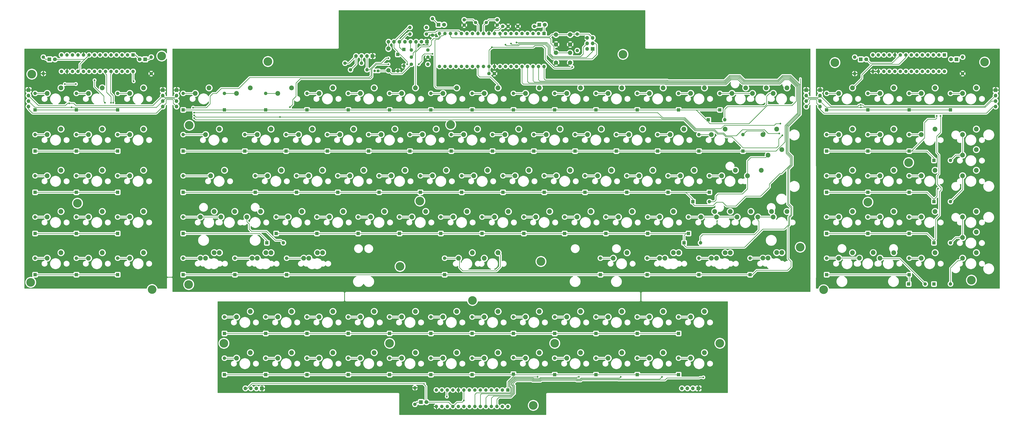
<source format=gtl>
G04 #@! TF.GenerationSoftware,KiCad,Pcbnew,(5.1.4)-1*
G04 #@! TF.CreationDate,2020-01-12T23:34:08+01:00*
G04 #@! TF.ProjectId,svarog-keyboard,73766172-6f67-42d6-9b65-79626f617264,rev?*
G04 #@! TF.SameCoordinates,Original*
G04 #@! TF.FileFunction,Copper,L1,Top*
G04 #@! TF.FilePolarity,Positive*
%FSLAX46Y46*%
G04 Gerber Fmt 4.6, Leading zero omitted, Abs format (unit mm)*
G04 Created by KiCad (PCBNEW (5.1.4)-1) date 2020-01-12 23:34:08*
%MOMM*%
%LPD*%
G04 APERTURE LIST*
%ADD10C,4.000000*%
%ADD11C,2.200000*%
%ADD12O,1.700000X1.700000*%
%ADD13R,1.700000X1.700000*%
%ADD14O,1.600000X1.600000*%
%ADD15R,1.600000X1.600000*%
%ADD16C,1.600000*%
%ADD17C,2.250000*%
%ADD18C,1.500000*%
%ADD19C,2.000000*%
%ADD20C,1.800000*%
%ADD21R,1.800000X1.800000*%
%ADD22C,1.200000*%
%ADD23R,1.200000X1.200000*%
%ADD24C,0.800000*%
%ADD25C,0.250000*%
%ADD26C,0.254000*%
G04 APERTURE END LIST*
D10*
X417195000Y-246507000D03*
X51308000Y-243078000D03*
X107315000Y-246380000D03*
X72898000Y-206502000D03*
X51816000Y-146812000D03*
X111760000Y-138430000D03*
X221742000Y-235712000D03*
X124206000Y-244094000D03*
X422402000Y-141478000D03*
X491490000Y-141224000D03*
X456438000Y-187706000D03*
X437642000Y-205994000D03*
X485394000Y-242062000D03*
X245110000Y-170180000D03*
X406400000Y-226822000D03*
X160782000Y-140970000D03*
X124460000Y-170434000D03*
X324612000Y-137668000D03*
X230886000Y-205486000D03*
X286766000Y-233426000D03*
X283210000Y-299974000D03*
X369316000Y-271272000D03*
X255143000Y-251460000D03*
X293116000Y-271272000D03*
X216916000Y-271272000D03*
X140462000Y-271272000D03*
D11*
X327304400Y-174752000D03*
X333654400Y-172212000D03*
D12*
X201422000Y-138430000D03*
X203962000Y-138430000D03*
X206502000Y-138430000D03*
D13*
X209042000Y-138430000D03*
D11*
X386816600Y-212877400D03*
X393166600Y-210337400D03*
X360603800Y-212852000D03*
X366953800Y-210312000D03*
X367766600Y-212852000D03*
X374116600Y-210312000D03*
X393954000Y-212852000D03*
X400304000Y-210312000D03*
X77978000Y-231902000D03*
X84328000Y-229362000D03*
X97028000Y-155702000D03*
X103378000Y-153162000D03*
X382054200Y-193804300D03*
X388404200Y-191264300D03*
X134391400Y-193802000D03*
X140741400Y-191262000D03*
X389204200Y-174752000D03*
X395554200Y-172212000D03*
X151079200Y-212852000D03*
X157429200Y-210312000D03*
X370154200Y-193802000D03*
X376504200Y-191262000D03*
X384391000Y-155717000D03*
X390741000Y-153177000D03*
X341566500Y-212864700D03*
X347916500Y-210324700D03*
X322516500Y-212864700D03*
X328866500Y-210324700D03*
X303466500Y-212852000D03*
X309816500Y-210312000D03*
X351078800Y-193802000D03*
X357428800Y-191262000D03*
X332016100Y-193802000D03*
X338366100Y-191262000D03*
X365404400Y-174752000D03*
X371754400Y-172212000D03*
X346354400Y-174752000D03*
X352704400Y-172212000D03*
X393954000Y-155702000D03*
X400304000Y-153162000D03*
X374904000Y-155702000D03*
X381254000Y-153162000D03*
X355854000Y-155702000D03*
X362204000Y-153162000D03*
X336804000Y-155702000D03*
X343154000Y-153162000D03*
X317754000Y-155702000D03*
X324104000Y-153162000D03*
X298704000Y-155702000D03*
X305054000Y-153162000D03*
X279654000Y-155702000D03*
X286004000Y-153162000D03*
X260604000Y-155702000D03*
X266954000Y-153162000D03*
X241554000Y-155702000D03*
X247904000Y-153162000D03*
X222504000Y-155702000D03*
X228854000Y-153162000D03*
X203454000Y-155702000D03*
X209804000Y-153162000D03*
X184404000Y-155702000D03*
X190754000Y-153162000D03*
X165354000Y-155702000D03*
X171704000Y-153162000D03*
X146304000Y-155702000D03*
X152654000Y-153162000D03*
D14*
X472948000Y-145542000D03*
X439928000Y-137922000D03*
X470408000Y-145542000D03*
X442468000Y-137922000D03*
X467868000Y-145542000D03*
X445008000Y-137922000D03*
X465328000Y-145542000D03*
X447548000Y-137922000D03*
X462788000Y-145542000D03*
X450088000Y-137922000D03*
X460248000Y-145542000D03*
X452628000Y-137922000D03*
X457708000Y-145542000D03*
X455168000Y-137922000D03*
X455168000Y-145542000D03*
X457708000Y-137922000D03*
X452628000Y-145542000D03*
X460248000Y-137922000D03*
X450088000Y-145542000D03*
X462788000Y-137922000D03*
X447548000Y-145542000D03*
X465328000Y-137922000D03*
X445008000Y-145542000D03*
X467868000Y-137922000D03*
X442468000Y-145542000D03*
X470408000Y-137922000D03*
X439928000Y-145542000D03*
D15*
X472948000Y-137922000D03*
D14*
X288163000Y-143256000D03*
X239903000Y-128016000D03*
X285623000Y-143256000D03*
X242443000Y-128016000D03*
X283083000Y-143256000D03*
X244983000Y-128016000D03*
X280543000Y-143256000D03*
X247523000Y-128016000D03*
X278003000Y-143256000D03*
X250063000Y-128016000D03*
X275463000Y-143256000D03*
X252603000Y-128016000D03*
X272923000Y-143256000D03*
X255143000Y-128016000D03*
X270383000Y-143256000D03*
X257683000Y-128016000D03*
X267843000Y-143256000D03*
X260223000Y-128016000D03*
X265303000Y-143256000D03*
X262763000Y-128016000D03*
X262763000Y-143256000D03*
X265303000Y-128016000D03*
X260223000Y-143256000D03*
X267843000Y-128016000D03*
X257683000Y-143256000D03*
X270383000Y-128016000D03*
X255143000Y-143256000D03*
X272923000Y-128016000D03*
X252603000Y-143256000D03*
X275463000Y-128016000D03*
X250063000Y-143256000D03*
X278003000Y-128016000D03*
X247523000Y-143256000D03*
X280543000Y-128016000D03*
X244983000Y-143256000D03*
X283083000Y-128016000D03*
X242443000Y-143256000D03*
X285623000Y-128016000D03*
X239903000Y-143256000D03*
D15*
X288163000Y-128016000D03*
D14*
X106934000Y-138938000D03*
D16*
X106934000Y-146558000D03*
D14*
X481330000Y-138938000D03*
D16*
X481330000Y-146558000D03*
D14*
X283718000Y-124714000D03*
D16*
X276098000Y-124714000D03*
D14*
X359664000Y-231902000D03*
D15*
X359664000Y-239522000D03*
D12*
X415544000Y-161798000D03*
X415544000Y-159258000D03*
X415544000Y-156718000D03*
D13*
X415544000Y-154178000D03*
D12*
X112268000Y-161798000D03*
X112268000Y-159258000D03*
X112268000Y-156718000D03*
D13*
X112268000Y-154178000D03*
D12*
X351790000Y-292100000D03*
X354330000Y-292100000D03*
X356870000Y-292100000D03*
D13*
X359410000Y-292100000D03*
D12*
X409194000Y-161798000D03*
X409194000Y-159258000D03*
X409194000Y-156718000D03*
D13*
X409194000Y-154178000D03*
D17*
X266954000Y-229387400D03*
X260604000Y-231927400D03*
D11*
X389191500Y-231889300D03*
X395541500Y-229349300D03*
X481330000Y-174752000D03*
X487680000Y-172212000D03*
X424180000Y-231902000D03*
X430530000Y-229362000D03*
X481330000Y-231902000D03*
X487680000Y-229362000D03*
X462280000Y-231902000D03*
X468630000Y-229362000D03*
X433717600Y-231891600D03*
X440067600Y-229351600D03*
X481319600Y-222364400D03*
X487669600Y-219824400D03*
X462280000Y-212852000D03*
X468630000Y-210312000D03*
X365391700Y-231914700D03*
X371741700Y-229374700D03*
X155854400Y-231927400D03*
X162204400Y-229387400D03*
X132016500Y-231902000D03*
X138366500Y-229362000D03*
X179654200Y-231902000D03*
X186004200Y-229362000D03*
X77978000Y-155702000D03*
X84328000Y-153162000D03*
X58928000Y-155702000D03*
X65278000Y-153162000D03*
X341566500Y-231927400D03*
X347916500Y-229387400D03*
D14*
X360426000Y-224790000D03*
D15*
X352806000Y-224790000D03*
D14*
X475742000Y-243840000D03*
D15*
X468122000Y-243840000D03*
D14*
X456692000Y-231902000D03*
D15*
X456692000Y-239522000D03*
D14*
X91440000Y-155702000D03*
D15*
X91440000Y-163322000D03*
D14*
X72390000Y-155702000D03*
D15*
X72390000Y-163322000D03*
D14*
X53340000Y-155702000D03*
D15*
X53340000Y-163322000D03*
D12*
X496570000Y-161798000D03*
X496570000Y-159258000D03*
X496570000Y-156718000D03*
D13*
X496570000Y-154178000D03*
D12*
X50292000Y-161798000D03*
X50292000Y-159258000D03*
X50292000Y-156718000D03*
D13*
X50292000Y-154178000D03*
D12*
X150368000Y-292100000D03*
X152908000Y-292100000D03*
X155448000Y-292100000D03*
D13*
X157988000Y-292100000D03*
D12*
X118618000Y-161798000D03*
X118618000Y-159258000D03*
X118618000Y-156718000D03*
D13*
X118618000Y-154178000D03*
D12*
X216408000Y-131826000D03*
X218948000Y-131826000D03*
X221488000Y-131826000D03*
X224028000Y-131826000D03*
X226568000Y-131826000D03*
X229108000Y-131826000D03*
X231648000Y-131826000D03*
D13*
X234188000Y-131826000D03*
D12*
X308102000Y-130048000D03*
X310642000Y-130048000D03*
X308102000Y-132588000D03*
X310642000Y-132588000D03*
X308102000Y-135128000D03*
D13*
X310642000Y-135128000D03*
D18*
X261493000Y-122936000D03*
X256613000Y-122936000D03*
D14*
X98552000Y-145542000D03*
X65532000Y-137922000D03*
X96012000Y-145542000D03*
X68072000Y-137922000D03*
X93472000Y-145542000D03*
X70612000Y-137922000D03*
X90932000Y-145542000D03*
X73152000Y-137922000D03*
X88392000Y-145542000D03*
X75692000Y-137922000D03*
X85852000Y-145542000D03*
X78232000Y-137922000D03*
X83312000Y-145542000D03*
X80772000Y-137922000D03*
X80772000Y-145542000D03*
X83312000Y-137922000D03*
X78232000Y-145542000D03*
X85852000Y-137922000D03*
X75692000Y-145542000D03*
X88392000Y-137922000D03*
X73152000Y-145542000D03*
X90932000Y-137922000D03*
X70612000Y-145542000D03*
X93472000Y-137922000D03*
X68072000Y-145542000D03*
X96012000Y-137922000D03*
X65532000Y-145542000D03*
D15*
X98552000Y-137922000D03*
D14*
X271526000Y-300482000D03*
X238506000Y-292862000D03*
X268986000Y-300482000D03*
X241046000Y-292862000D03*
X266446000Y-300482000D03*
X243586000Y-292862000D03*
X263906000Y-300482000D03*
X246126000Y-292862000D03*
X261366000Y-300482000D03*
X248666000Y-292862000D03*
X258826000Y-300482000D03*
X251206000Y-292862000D03*
X256286000Y-300482000D03*
X253746000Y-292862000D03*
X253746000Y-300482000D03*
X256286000Y-292862000D03*
X251206000Y-300482000D03*
X258826000Y-292862000D03*
X248666000Y-300482000D03*
X261366000Y-292862000D03*
X246126000Y-300482000D03*
X263906000Y-292862000D03*
X243586000Y-300482000D03*
X266446000Y-292862000D03*
X241046000Y-300482000D03*
X268986000Y-292862000D03*
X238506000Y-300482000D03*
D15*
X271526000Y-292862000D03*
D19*
X293728000Y-133096000D03*
X293728000Y-128596000D03*
X300228000Y-133096000D03*
X300228000Y-128596000D03*
X293728000Y-141478000D03*
X293728000Y-136978000D03*
X300228000Y-141478000D03*
X300228000Y-136978000D03*
D14*
X203962000Y-141732000D03*
D16*
X196342000Y-141732000D03*
D14*
X206502000Y-144780000D03*
D16*
X198882000Y-144780000D03*
D14*
X431546000Y-146558000D03*
D16*
X431546000Y-138938000D03*
D14*
X57150000Y-146558000D03*
D16*
X57150000Y-138938000D03*
D14*
X228600000Y-291846000D03*
D16*
X228600000Y-299466000D03*
D14*
X226949000Y-138938000D03*
D16*
X234569000Y-138938000D03*
D14*
X226949000Y-135636000D03*
D16*
X234569000Y-135636000D03*
D14*
X234569000Y-142240000D03*
D16*
X226949000Y-142240000D03*
D14*
X226314000Y-128270000D03*
D16*
X233934000Y-128270000D03*
D14*
X226314000Y-125222000D03*
D16*
X233934000Y-125222000D03*
D14*
X236728000Y-128778000D03*
D16*
X236728000Y-121158000D03*
D14*
X303530000Y-128270000D03*
D16*
X303530000Y-135890000D03*
D20*
X288544000Y-123952000D03*
D21*
X286004000Y-123952000D03*
D20*
X101600000Y-139954000D03*
D21*
X104140000Y-139954000D03*
D20*
X475996000Y-139954000D03*
D21*
X478536000Y-139954000D03*
D20*
X436880000Y-139954000D03*
D21*
X434340000Y-139954000D03*
D20*
X62484000Y-139954000D03*
D21*
X59944000Y-139954000D03*
D20*
X233934000Y-298450000D03*
D21*
X231394000Y-298450000D03*
D20*
X242062000Y-123952000D03*
D21*
X239522000Y-123952000D03*
D11*
X170116500Y-212852000D03*
X176466500Y-210312000D03*
X251104400Y-174752000D03*
X257454400Y-172212000D03*
X189141100Y-212852000D03*
X195491100Y-210312000D03*
X174879000Y-174752000D03*
X181229000Y-172212000D03*
X227253800Y-212852000D03*
X233603800Y-210312000D03*
X270154400Y-174752000D03*
X276504400Y-172212000D03*
X232054400Y-174752000D03*
X238404400Y-172212000D03*
X179603400Y-193802000D03*
X185953400Y-191262000D03*
X213004400Y-174752000D03*
X219354400Y-172212000D03*
X155829000Y-174752000D03*
X162179000Y-172212000D03*
X308254400Y-174752000D03*
X314604400Y-172212000D03*
X265366500Y-212864700D03*
X271716500Y-210324700D03*
X284416500Y-212852000D03*
X290766500Y-210312000D03*
X312953400Y-193802000D03*
X319303400Y-191262000D03*
X293903400Y-193802000D03*
X300253400Y-191262000D03*
X274853400Y-193802000D03*
X281203400Y-191262000D03*
X289204400Y-174752000D03*
X295554400Y-172212000D03*
X255803400Y-193814700D03*
X262153400Y-191274700D03*
X236740700Y-193814700D03*
X243090700Y-191274700D03*
X217665300Y-193802000D03*
X224015300Y-191262000D03*
X193954400Y-174752000D03*
X200304400Y-172212000D03*
X198628000Y-193802000D03*
X204978000Y-191262000D03*
X208203800Y-212852000D03*
X214553800Y-210312000D03*
X246316500Y-212852000D03*
X252666500Y-210312000D03*
X160578800Y-193802000D03*
X166928800Y-191262000D03*
X132029200Y-174752000D03*
X138379200Y-172212000D03*
X248716900Y-231927400D03*
X255066900Y-229387400D03*
X377291600Y-212877400D03*
X383641600Y-210337400D03*
X391566400Y-231889300D03*
X397916400Y-229349300D03*
X320141600Y-231927400D03*
X326491600Y-229387400D03*
X481330000Y-212852000D03*
X487680000Y-210312000D03*
X443230000Y-231902000D03*
X449580000Y-229362000D03*
X443230000Y-212852000D03*
X449580000Y-210312000D03*
X424180000Y-212852000D03*
X430530000Y-210312000D03*
X481330000Y-193802000D03*
X487680000Y-191262000D03*
X462280000Y-193802000D03*
X468630000Y-191262000D03*
X443230000Y-193802000D03*
X449580000Y-191262000D03*
X424180000Y-193802000D03*
X430530000Y-191262000D03*
X481330000Y-184251600D03*
X487680000Y-181711600D03*
X462280000Y-174752000D03*
X468630000Y-172212000D03*
X443230000Y-174752000D03*
X449580000Y-172212000D03*
X424180000Y-174752000D03*
X430530000Y-172212000D03*
X481330000Y-155702000D03*
X487680000Y-153162000D03*
X462280000Y-155702000D03*
X468630000Y-153162000D03*
X443230000Y-155702000D03*
X449580000Y-153162000D03*
X424180000Y-155702000D03*
X430530000Y-153162000D03*
X367766600Y-231902000D03*
X374116600Y-229362000D03*
X153466800Y-231902000D03*
X159816800Y-229362000D03*
X129641600Y-212864700D03*
X135991600Y-210324700D03*
X139141300Y-212852000D03*
X145491300Y-210312000D03*
X129641600Y-231902000D03*
X135991600Y-229362000D03*
X177266600Y-231927400D03*
X183616600Y-229387400D03*
X97028000Y-231902000D03*
X103378000Y-229362000D03*
X58928000Y-231902000D03*
X65278000Y-229362000D03*
X97028000Y-212852000D03*
X103378000Y-210312000D03*
X77978000Y-212852000D03*
X84328000Y-210312000D03*
X58928000Y-212852000D03*
X65278000Y-210312000D03*
X97028000Y-193802000D03*
X103378000Y-191262000D03*
X77978000Y-193802000D03*
X84328000Y-191262000D03*
X58928000Y-193802000D03*
X65278000Y-191262000D03*
X97028000Y-174752000D03*
X103378000Y-172212000D03*
X77978000Y-174752000D03*
X84328000Y-172212000D03*
X58928000Y-174752000D03*
X65278000Y-172212000D03*
X343979500Y-231927400D03*
X350329500Y-229387400D03*
X355854000Y-259080000D03*
X362204000Y-256540000D03*
X336804000Y-259080000D03*
X343154000Y-256540000D03*
X317754000Y-259080000D03*
X324104000Y-256540000D03*
X298704000Y-259080000D03*
X305054000Y-256540000D03*
X279654000Y-259080000D03*
X286004000Y-256540000D03*
X260604000Y-259080000D03*
X266954000Y-256540000D03*
X241554000Y-259080000D03*
X247904000Y-256540000D03*
X222504000Y-259080000D03*
X228854000Y-256540000D03*
X203454000Y-259080000D03*
X209804000Y-256540000D03*
X184404000Y-259080000D03*
X190754000Y-256540000D03*
X165354000Y-259080000D03*
X171704000Y-256540000D03*
X146304000Y-259080000D03*
X152654000Y-256540000D03*
X355854000Y-278130000D03*
X362204000Y-275590000D03*
X336804000Y-278130000D03*
X343154000Y-275590000D03*
X317754000Y-278130000D03*
X324104000Y-275590000D03*
X298704000Y-278130000D03*
X305054000Y-275590000D03*
X279654000Y-278130000D03*
X286004000Y-275590000D03*
X260604000Y-278130000D03*
X266954000Y-275590000D03*
X241554000Y-278130000D03*
X247904000Y-275590000D03*
X222504000Y-278130000D03*
X228854000Y-275590000D03*
X203454000Y-278130000D03*
X209804000Y-275590000D03*
X184404000Y-278130000D03*
X190754000Y-275590000D03*
X165354000Y-278130000D03*
X171704000Y-275590000D03*
X146304000Y-278130000D03*
X152654000Y-275590000D03*
X127254000Y-155702000D03*
X133604000Y-153162000D03*
X397929100Y-181737000D03*
X391579100Y-184277000D03*
D19*
X216408000Y-135034000D03*
X216408000Y-145034000D03*
D14*
X223520000Y-143002000D03*
D15*
X223520000Y-135382000D03*
D14*
X220726000Y-145288000D03*
D15*
X220726000Y-137668000D03*
D14*
X164592000Y-212852000D03*
D15*
X164592000Y-220472000D03*
D14*
X245364000Y-174752000D03*
D15*
X245364000Y-182372000D03*
D14*
X183388000Y-212852000D03*
D15*
X183388000Y-220472000D03*
D14*
X169164000Y-174752000D03*
D15*
X169164000Y-182372000D03*
D14*
X221488000Y-212852000D03*
D15*
X221488000Y-220472000D03*
D14*
X264414000Y-174752000D03*
D15*
X264414000Y-182372000D03*
D14*
X226314000Y-174752000D03*
D15*
X226314000Y-182372000D03*
D14*
X173990000Y-193802000D03*
D15*
X173990000Y-201422000D03*
D14*
X207264000Y-174752000D03*
D15*
X207264000Y-182372000D03*
D14*
X150114000Y-174752000D03*
D15*
X150114000Y-182372000D03*
D14*
X321564000Y-174752000D03*
D15*
X321564000Y-182372000D03*
D14*
X302514000Y-174752000D03*
D15*
X302514000Y-182372000D03*
D14*
X259588000Y-212852000D03*
D15*
X259588000Y-220472000D03*
D14*
X278892000Y-212852000D03*
D15*
X278892000Y-220472000D03*
D14*
X307086000Y-193802000D03*
D15*
X307086000Y-201422000D03*
D14*
X288290000Y-193802000D03*
D15*
X288290000Y-201422000D03*
D14*
X269240000Y-193802000D03*
D15*
X269240000Y-201422000D03*
D14*
X283464000Y-174752000D03*
D15*
X283464000Y-182372000D03*
D14*
X250190000Y-193802000D03*
D15*
X250190000Y-201422000D03*
D14*
X231140000Y-193802000D03*
D15*
X231140000Y-201422000D03*
D14*
X212090000Y-193802000D03*
D15*
X212090000Y-201422000D03*
D14*
X188214000Y-174752000D03*
D15*
X188214000Y-182372000D03*
D14*
X193040000Y-193802000D03*
D15*
X193040000Y-201422000D03*
D14*
X202438000Y-212852000D03*
D15*
X202438000Y-220472000D03*
D14*
X240538000Y-212852000D03*
D15*
X240538000Y-220472000D03*
D14*
X154940000Y-193802000D03*
D15*
X154940000Y-201422000D03*
D14*
X121666000Y-174752000D03*
D15*
X121666000Y-182372000D03*
D14*
X242316000Y-231902000D03*
D15*
X242316000Y-239522000D03*
X354838000Y-220472000D03*
D14*
X354838000Y-212852000D03*
X383286000Y-231902000D03*
D15*
X383286000Y-239522000D03*
D14*
X314198000Y-231902000D03*
D15*
X314198000Y-239522000D03*
D14*
X464058000Y-243840000D03*
D15*
X456438000Y-243840000D03*
D14*
X418592000Y-231902000D03*
D15*
X418592000Y-239522000D03*
D14*
X475742000Y-224790000D03*
D15*
X468122000Y-224790000D03*
D14*
X456692000Y-212852000D03*
D15*
X456692000Y-220472000D03*
D14*
X437642000Y-212852000D03*
D15*
X437642000Y-220472000D03*
D14*
X418592000Y-212852000D03*
D15*
X418592000Y-220472000D03*
D14*
X475742000Y-205740000D03*
D15*
X468122000Y-205740000D03*
D14*
X456692000Y-193802000D03*
D15*
X456692000Y-201422000D03*
D14*
X437642000Y-193802000D03*
D15*
X437642000Y-201422000D03*
D14*
X418592000Y-193802000D03*
D15*
X418592000Y-201422000D03*
D14*
X475742000Y-186690000D03*
D15*
X468122000Y-186690000D03*
D14*
X456692000Y-174752000D03*
D15*
X456692000Y-182372000D03*
D14*
X437642000Y-174752000D03*
D15*
X437642000Y-182372000D03*
D14*
X418592000Y-174752000D03*
D15*
X418592000Y-182372000D03*
D14*
X475742000Y-155702000D03*
D15*
X475742000Y-163322000D03*
D14*
X456692000Y-155702000D03*
D15*
X456692000Y-163322000D03*
D14*
X437642000Y-155702000D03*
D15*
X437642000Y-163322000D03*
D14*
X418592000Y-155702000D03*
D15*
X418592000Y-163322000D03*
D14*
X145542000Y-231902000D03*
D15*
X145542000Y-239522000D03*
D14*
X121666000Y-212852000D03*
D15*
X121666000Y-220472000D03*
D14*
X121666000Y-231902000D03*
D15*
X121666000Y-239522000D03*
D14*
X169418000Y-231902000D03*
D15*
X169418000Y-239522000D03*
D14*
X91440000Y-231902000D03*
D15*
X91440000Y-239522000D03*
D14*
X72390000Y-231902000D03*
D15*
X72390000Y-239522000D03*
D14*
X53340000Y-231902000D03*
D15*
X53340000Y-239522000D03*
D14*
X91440000Y-212852000D03*
D15*
X91440000Y-220472000D03*
D14*
X72390000Y-212852000D03*
D15*
X72390000Y-220472000D03*
D14*
X53340000Y-212852000D03*
D15*
X53340000Y-220472000D03*
D14*
X91440000Y-193802000D03*
D15*
X91440000Y-201422000D03*
D14*
X72390000Y-193802000D03*
D15*
X72390000Y-201422000D03*
D14*
X53340000Y-193802000D03*
D15*
X53340000Y-201422000D03*
D14*
X91440000Y-174752000D03*
D15*
X91440000Y-182372000D03*
D14*
X72390000Y-174752000D03*
D15*
X72390000Y-182372000D03*
D14*
X53340000Y-174752000D03*
D15*
X53340000Y-182372000D03*
D14*
X335788000Y-231902000D03*
D15*
X335788000Y-239522000D03*
D14*
X350266000Y-259080000D03*
D15*
X350266000Y-266700000D03*
D14*
X331216000Y-259080000D03*
D15*
X331216000Y-266700000D03*
D14*
X312166000Y-259080000D03*
D15*
X312166000Y-266700000D03*
D14*
X293116000Y-259080000D03*
D15*
X293116000Y-266700000D03*
D14*
X274066000Y-259080000D03*
D15*
X274066000Y-266700000D03*
D14*
X255016000Y-259080000D03*
D15*
X255016000Y-266700000D03*
D14*
X235966000Y-259080000D03*
D15*
X235966000Y-266700000D03*
D14*
X216916000Y-259080000D03*
D15*
X216916000Y-266700000D03*
D14*
X197866000Y-259080000D03*
D15*
X197866000Y-266700000D03*
D14*
X178816000Y-259080000D03*
D15*
X178816000Y-266700000D03*
D14*
X159766000Y-259080000D03*
D15*
X159766000Y-266700000D03*
D14*
X140716000Y-259080000D03*
D15*
X140716000Y-266700000D03*
D14*
X350266000Y-278130000D03*
D15*
X350266000Y-285750000D03*
D14*
X331216000Y-278130000D03*
D15*
X331216000Y-285750000D03*
D14*
X312166000Y-278130000D03*
D15*
X312166000Y-285750000D03*
D14*
X293116000Y-278130000D03*
D15*
X293116000Y-285750000D03*
D14*
X274066000Y-277876000D03*
D15*
X274066000Y-285496000D03*
D14*
X255016000Y-278130000D03*
D15*
X255016000Y-285750000D03*
D14*
X235966000Y-278130000D03*
D15*
X235966000Y-285750000D03*
D14*
X216916000Y-278130000D03*
D15*
X216916000Y-285750000D03*
D14*
X197866000Y-278130000D03*
D15*
X197866000Y-285750000D03*
D14*
X178816000Y-278130000D03*
D15*
X178816000Y-285750000D03*
D14*
X159766000Y-278130000D03*
D15*
X159766000Y-285750000D03*
D14*
X140716000Y-278130000D03*
D15*
X140716000Y-285750000D03*
D14*
X121666000Y-155702000D03*
D15*
X121666000Y-163322000D03*
D14*
X364490000Y-205740000D03*
D15*
X356870000Y-205740000D03*
D14*
X121666000Y-193802000D03*
D15*
X121666000Y-201422000D03*
D14*
X379984000Y-174752000D03*
D15*
X379984000Y-182372000D03*
D14*
X371602000Y-167894000D03*
D15*
X363982000Y-167894000D03*
D14*
X167894000Y-224790000D03*
D15*
X160274000Y-224790000D03*
X364490000Y-201422000D03*
D14*
X364490000Y-193802000D03*
X336042000Y-212852000D03*
D15*
X336042000Y-220472000D03*
D14*
X316738000Y-212852000D03*
D15*
X316738000Y-220472000D03*
D14*
X297688000Y-212852000D03*
D15*
X297688000Y-220472000D03*
D14*
X345440000Y-193802000D03*
D15*
X345440000Y-201422000D03*
D14*
X326390000Y-193802000D03*
D15*
X326390000Y-201422000D03*
D14*
X359664000Y-174752000D03*
D15*
X359664000Y-182372000D03*
D14*
X340614000Y-174752000D03*
D15*
X340614000Y-182372000D03*
D14*
X369316000Y-155702000D03*
D15*
X369316000Y-163322000D03*
D14*
X350266000Y-155702000D03*
D15*
X350266000Y-163322000D03*
D14*
X331216000Y-155702000D03*
D15*
X331216000Y-163322000D03*
D14*
X312166000Y-155702000D03*
D15*
X312166000Y-163322000D03*
D14*
X293116000Y-155702000D03*
D15*
X293116000Y-163322000D03*
D14*
X274066000Y-155702000D03*
D15*
X274066000Y-163322000D03*
D14*
X255016000Y-155702000D03*
D15*
X255016000Y-163322000D03*
D14*
X235966000Y-155702000D03*
D15*
X235966000Y-163322000D03*
D14*
X216916000Y-155702000D03*
D15*
X216916000Y-163322000D03*
D14*
X197866000Y-155702000D03*
D15*
X197866000Y-163322000D03*
D14*
X178816000Y-155702000D03*
D15*
X178816000Y-163322000D03*
D14*
X159766000Y-155702000D03*
D15*
X159766000Y-163322000D03*
D14*
X140716000Y-155702000D03*
D15*
X140716000Y-163322000D03*
D16*
X271613000Y-124714000D03*
X269113000Y-124714000D03*
X265263000Y-146558000D03*
X262763000Y-146558000D03*
D22*
X210082000Y-145288000D03*
D23*
X211582000Y-145288000D03*
D16*
X266573000Y-124166000D03*
X266573000Y-121666000D03*
X251333000Y-124166000D03*
X251333000Y-121666000D03*
D24*
X126746000Y-167132000D03*
X251206000Y-297688000D03*
X398145000Y-175133000D03*
X301244000Y-143510000D03*
X264160000Y-134366000D03*
X236728000Y-137414000D03*
X230378000Y-142240000D03*
X80772000Y-149606000D03*
X85598000Y-160020000D03*
X88392000Y-160020000D03*
X67056000Y-151384000D03*
X72136000Y-151384000D03*
X98806000Y-150114000D03*
X469392000Y-166116000D03*
X469994999Y-199803001D03*
X471170000Y-166116000D03*
X225044000Y-142240000D03*
X275463000Y-132207000D03*
X270383000Y-133223000D03*
X272923000Y-132715000D03*
X434449001Y-162196999D03*
X70213001Y-162196999D03*
X243332000Y-295910000D03*
X126746000Y-165862000D03*
X396748000Y-174244000D03*
X216408000Y-142240000D03*
X170942000Y-162052000D03*
X166370000Y-166624000D03*
X434340000Y-161036000D03*
X69088000Y-160274000D03*
X126746000Y-164592000D03*
X397256000Y-169672000D03*
X216408000Y-139446000D03*
X126238000Y-162306000D03*
X285242000Y-286766000D03*
X304292000Y-286766000D03*
X323596000Y-286766000D03*
X342646000Y-286766000D03*
X361696000Y-287020000D03*
X89408000Y-160020000D03*
D25*
X255343000Y-121666000D02*
X256613000Y-122936000D01*
X251333000Y-121666000D02*
X255343000Y-121666000D01*
X257683000Y-124006000D02*
X256613000Y-122936000D01*
X257683000Y-128016000D02*
X257683000Y-124006000D01*
X260223000Y-124206000D02*
X260223000Y-128016000D01*
X261493000Y-122936000D02*
X260223000Y-124206000D01*
X262763000Y-121666000D02*
X261493000Y-122936000D01*
X266573000Y-121666000D02*
X262763000Y-121666000D01*
X113792000Y-160274000D02*
X113792000Y-158750000D01*
X112268000Y-161798000D02*
X113792000Y-160274000D01*
X113792000Y-158750000D02*
X114046000Y-158496000D01*
X116840000Y-158496000D02*
X117094000Y-158750000D01*
X117094000Y-160274000D02*
X118618000Y-161798000D01*
X117094000Y-158750000D02*
X117094000Y-160274000D01*
X114046000Y-158496000D02*
X116840000Y-158496000D01*
X409194000Y-161798000D02*
X410718000Y-160274000D01*
X410718000Y-160274000D02*
X410718000Y-158750000D01*
X410718000Y-158750000D02*
X410972000Y-158496000D01*
X410972000Y-158496000D02*
X413766000Y-158496000D01*
X413766000Y-158496000D02*
X414020000Y-158750000D01*
X414020000Y-160274000D02*
X415544000Y-161798000D01*
X414020000Y-158750000D02*
X414020000Y-160274000D01*
X495367919Y-161798000D02*
X492319919Y-164846000D01*
X496570000Y-161798000D02*
X495367919Y-161798000D01*
X415544000Y-163000081D02*
X415544000Y-161798000D01*
X417389919Y-164846000D02*
X415544000Y-163000081D01*
X492319919Y-164846000D02*
X417389919Y-164846000D01*
X451828001Y-138721999D02*
X452628000Y-137922000D01*
X448760010Y-141789990D02*
X451828001Y-138721999D01*
X438715990Y-141789990D02*
X448760010Y-141789990D01*
X436880000Y-139954000D02*
X438715990Y-141789990D01*
X50292000Y-163000081D02*
X52137919Y-164846000D01*
X50292000Y-161798000D02*
X50292000Y-163000081D01*
X109220000Y-164846000D02*
X112268000Y-161798000D01*
X52137919Y-164846000D02*
X109220000Y-164846000D01*
X76200000Y-139954000D02*
X78232000Y-137922000D01*
X62484000Y-139954000D02*
X76200000Y-139954000D01*
X73951999Y-142202001D02*
X76200000Y-139954000D01*
X73951999Y-144742001D02*
X73951999Y-142202001D01*
X73152000Y-145542000D02*
X73951999Y-144742001D01*
X126746000Y-167132000D02*
X127508000Y-167894000D01*
X127508000Y-167894000D02*
X342900000Y-167894000D01*
X342900000Y-167894000D02*
X346456000Y-167894000D01*
X346456000Y-167894000D02*
X346456000Y-167894000D01*
X151168998Y-292100000D02*
X150368000Y-292100000D01*
X153454998Y-289814000D02*
X151168998Y-292100000D01*
X232156000Y-289814000D02*
X153454998Y-289814000D01*
X233172000Y-289814000D02*
X232156000Y-289814000D01*
X233680000Y-298196000D02*
X233934000Y-298450000D01*
X233680000Y-291084000D02*
X233680000Y-298196000D01*
X232156000Y-289814000D02*
X232410000Y-289814000D01*
X232410000Y-289814000D02*
X233680000Y-291084000D01*
X244094000Y-298450000D02*
X246126000Y-300482000D01*
X233934000Y-298450000D02*
X244094000Y-298450000D01*
X248031000Y-298577000D02*
X246126000Y-300482000D01*
X250317000Y-298577000D02*
X248031000Y-298577000D01*
X251206000Y-297688000D02*
X251206000Y-297688000D01*
X251206000Y-292862000D02*
X251206000Y-297688000D01*
X251206000Y-297688000D02*
X250317000Y-298577000D01*
X265303000Y-126873000D02*
X265303000Y-128016000D01*
X265684000Y-126492000D02*
X265303000Y-126873000D01*
X269113000Y-124714000D02*
X267335000Y-126492000D01*
X267335000Y-126492000D02*
X265684000Y-126492000D01*
X262763000Y-146558000D02*
X262763000Y-143256000D01*
X216154000Y-145288000D02*
X216408000Y-145034000D01*
X211582000Y-145288000D02*
X216154000Y-145288000D01*
X198120000Y-141732000D02*
X196342000Y-141732000D01*
X201422000Y-138430000D02*
X198120000Y-141732000D01*
X201422000Y-142240000D02*
X198882000Y-144780000D01*
X201422000Y-138430000D02*
X201422000Y-142240000D01*
X346456000Y-167894000D02*
X352806000Y-167894000D01*
X352806000Y-167894000D02*
X357886000Y-172974000D01*
X357886000Y-172974000D02*
X366776000Y-172974000D01*
X366776000Y-172974000D02*
X368300000Y-174498000D01*
X368300000Y-174498000D02*
X370840000Y-174498000D01*
X370840000Y-174498000D02*
X372110000Y-175768000D01*
X372110000Y-175768000D02*
X374904000Y-175768000D01*
X374904000Y-175768000D02*
X378858999Y-179722999D01*
X378858999Y-179722999D02*
X379984000Y-180848000D01*
X379984000Y-180848000D02*
X381762000Y-180848000D01*
X381762000Y-180848000D02*
X395478000Y-180848000D01*
X395478000Y-180848000D02*
X396494000Y-179832000D01*
X396494000Y-179832000D02*
X396494000Y-176784000D01*
X396494000Y-176784000D02*
X398145000Y-175133000D01*
X264160000Y-134366000D02*
X264160000Y-134366000D01*
X283210000Y-134366000D02*
X264160000Y-134366000D01*
X283972000Y-133604000D02*
X283210000Y-134366000D01*
X300736000Y-144018000D02*
X292862000Y-144018000D01*
X262763000Y-135763000D02*
X262763000Y-143256000D01*
X301244000Y-143510000D02*
X300736000Y-144018000D01*
X292862000Y-144018000D02*
X288798000Y-139954000D01*
X288798000Y-139954000D02*
X288798000Y-134874000D01*
X288798000Y-134874000D02*
X287528000Y-133604000D01*
X287528000Y-133604000D02*
X283972000Y-133604000D01*
X264160000Y-134366000D02*
X262763000Y-135763000D01*
X231902000Y-138430000D02*
X232918000Y-137414000D01*
X231902000Y-140716000D02*
X231902000Y-138430000D01*
X236728000Y-137414000D02*
X232918000Y-137414000D01*
X222885000Y-146304000D02*
X226949000Y-142240000D01*
X222631000Y-146558000D02*
X222885000Y-146304000D01*
X217932000Y-146558000D02*
X222631000Y-146558000D01*
X216408000Y-145034000D02*
X217932000Y-146558000D01*
X230378000Y-142240000D02*
X231902000Y-140716000D01*
X216408000Y-133619787D02*
X216408000Y-131826000D01*
X216408000Y-135034000D02*
X216408000Y-133619787D01*
X146304000Y-155702000D02*
X140716000Y-155702000D01*
X122716000Y-163322000D02*
X350266000Y-163322000D01*
X121666000Y-163322000D02*
X122716000Y-163322000D01*
X360460000Y-163322000D02*
X369316000Y-163322000D01*
X358360000Y-163322000D02*
X351282000Y-163322000D01*
X362932000Y-167894000D02*
X358360000Y-163322000D01*
X363982000Y-167894000D02*
X362932000Y-167894000D01*
X350266000Y-163322000D02*
X351282000Y-163322000D01*
X351282000Y-163322000D02*
X360460000Y-163322000D01*
X278003000Y-150749000D02*
X278003000Y-143256000D01*
X278638000Y-151384000D02*
X278003000Y-150749000D01*
X344170000Y-151384000D02*
X278638000Y-151384000D01*
X402590000Y-161290000D02*
X404622000Y-159258000D01*
X391160000Y-161290000D02*
X402590000Y-161290000D01*
X404622000Y-159258000D02*
X404622000Y-152654000D01*
X382778000Y-169672000D02*
X391160000Y-161290000D01*
X377698000Y-149352000D02*
X374396000Y-149352000D01*
X364710000Y-169672000D02*
X382778000Y-169672000D01*
X363982000Y-167894000D02*
X363982000Y-168944000D01*
X399034000Y-149352000D02*
X397002000Y-151384000D01*
X363982000Y-168944000D02*
X364710000Y-169672000D01*
X404622000Y-152654000D02*
X401320000Y-149352000D01*
X401320000Y-149352000D02*
X399034000Y-149352000D01*
X397002000Y-151384000D02*
X379730000Y-151384000D01*
X379730000Y-151384000D02*
X377698000Y-149352000D01*
X374396000Y-149352000D02*
X372110000Y-151638000D01*
X372110000Y-151638000D02*
X344424000Y-151638000D01*
X344424000Y-151638000D02*
X344170000Y-151384000D01*
X163798366Y-155702000D02*
X159766000Y-155702000D01*
X165354000Y-155702000D02*
X163798366Y-155702000D01*
X184404000Y-155702000D02*
X178816000Y-155702000D01*
X197866000Y-155702000D02*
X203454000Y-155702000D01*
X222504000Y-155702000D02*
X216916000Y-155702000D01*
X237097370Y-155702000D02*
X241554000Y-155702000D01*
X235966000Y-155702000D02*
X237097370Y-155702000D01*
X255016000Y-155702000D02*
X260604000Y-155702000D01*
X279654000Y-155702000D02*
X274066000Y-155702000D01*
X294247370Y-155702000D02*
X298704000Y-155702000D01*
X293116000Y-155702000D02*
X294247370Y-155702000D01*
X312166000Y-155702000D02*
X317754000Y-155702000D01*
X332347370Y-155702000D02*
X336804000Y-155702000D01*
X331216000Y-155702000D02*
X332347370Y-155702000D01*
X350266000Y-155702000D02*
X355854000Y-155702000D01*
X369316000Y-155702000D02*
X374904000Y-155702000D01*
X374919000Y-155717000D02*
X374904000Y-155702000D01*
X384391000Y-155717000D02*
X374919000Y-155717000D01*
X346354400Y-174752000D02*
X340614000Y-174752000D01*
X121666000Y-182372000D02*
X379984000Y-182372000D01*
X399395549Y-170643453D02*
X405130000Y-164909002D01*
X399395549Y-178161549D02*
X399395549Y-170643453D01*
X395185098Y-182372000D02*
X399395549Y-178161549D01*
X379984000Y-182372000D02*
X395185098Y-182372000D01*
X405130000Y-152525590D02*
X405130000Y-152654000D01*
X344356401Y-150933991D02*
X344610400Y-151187990D01*
X401448410Y-148844000D02*
X405130000Y-152525590D01*
X281235990Y-150933990D02*
X344356401Y-150933991D01*
X396748000Y-150876000D02*
X398780000Y-148844000D01*
X280543000Y-150241000D02*
X281235990Y-150933990D01*
X377247990Y-148901990D02*
X378009990Y-148901990D01*
X405130000Y-164909002D02*
X405130000Y-152654000D01*
X371923600Y-151187990D02*
X374267590Y-148844000D01*
X344610400Y-151187990D02*
X371923600Y-151187990D01*
X374267590Y-148844000D02*
X377190000Y-148844000D01*
X377190000Y-148844000D02*
X377247990Y-148901990D01*
X378009990Y-148901990D02*
X379984000Y-150876000D01*
X379984000Y-150876000D02*
X396748000Y-150876000D01*
X280543000Y-143256000D02*
X280543000Y-150241000D01*
X398780000Y-148844000D02*
X401448410Y-148844000D01*
X365404400Y-174752000D02*
X359664000Y-174752000D01*
X332016100Y-193802000D02*
X326390000Y-193802000D01*
X364490000Y-201422000D02*
X363440000Y-201422000D01*
X353602000Y-201422000D02*
X350774000Y-201422000D01*
X356870000Y-204690000D02*
X353602000Y-201422000D01*
X356870000Y-205740000D02*
X356870000Y-204690000D01*
X363440000Y-201422000D02*
X350774000Y-201422000D01*
X350774000Y-201422000D02*
X345440000Y-201422000D01*
X344390000Y-201422000D02*
X121666000Y-201422000D01*
X345440000Y-201422000D02*
X344390000Y-201422000D01*
X405580010Y-165095402D02*
X405580010Y-164534010D01*
X399845559Y-170829853D02*
X405580010Y-165095402D01*
X399845559Y-183437559D02*
X399845559Y-170829853D01*
X370586000Y-205994000D02*
X372364000Y-207772000D01*
X367792000Y-205994000D02*
X370586000Y-205994000D01*
X366268000Y-207518000D02*
X367792000Y-205994000D01*
X397764000Y-192786000D02*
X401828000Y-188722000D01*
X357598000Y-207518000D02*
X366268000Y-207518000D01*
X356870000Y-205740000D02*
X356870000Y-206790000D01*
X356870000Y-206790000D02*
X357598000Y-207518000D01*
X381254000Y-203200000D02*
X388112000Y-203200000D01*
X372364000Y-207772000D02*
X376682000Y-207772000D01*
X392176000Y-197612000D02*
X397002000Y-192786000D01*
X376682000Y-207772000D02*
X381254000Y-203200000D01*
X388112000Y-203200000D02*
X392176000Y-199136000D01*
X392176000Y-199136000D02*
X392176000Y-197612000D01*
X397002000Y-192786000D02*
X397764000Y-192786000D01*
X401828000Y-188722000D02*
X401828000Y-185420000D01*
X401828000Y-185420000D02*
X399845559Y-183437559D01*
X283083000Y-143256000D02*
X283083000Y-149848980D01*
X283083000Y-149848980D02*
X283718000Y-150483980D01*
X405580010Y-164534010D02*
X405580010Y-152457990D01*
X291453982Y-150483982D02*
X291453980Y-150483980D01*
X344796800Y-150737980D02*
X344542800Y-150483982D01*
X371737200Y-150737980D02*
X344796800Y-150737980D01*
X374139180Y-148336000D02*
X371737200Y-150737980D01*
X344542800Y-150483982D02*
X291453982Y-150483982D01*
X378206000Y-148336000D02*
X374139180Y-148336000D01*
X380295990Y-150425990D02*
X378206000Y-148336000D01*
X396436010Y-150425990D02*
X380295990Y-150425990D01*
X291453980Y-150483980D02*
X291592000Y-150483980D01*
X283718000Y-150483980D02*
X291453980Y-150483980D01*
X405580010Y-152457990D02*
X405580009Y-152339189D01*
X405580009Y-152339189D02*
X401576820Y-148336000D01*
X401576820Y-148336000D02*
X398526000Y-148336000D01*
X398526000Y-148336000D02*
X396436010Y-150425990D01*
X351078800Y-193802000D02*
X345440000Y-193802000D01*
X297688000Y-212852000D02*
X303466500Y-212852000D01*
X160274000Y-223740000D02*
X160274000Y-224790000D01*
X157006000Y-220472000D02*
X160274000Y-223740000D01*
X121666000Y-220472000D02*
X157006000Y-220472000D01*
X164592000Y-220472000D02*
X183388000Y-220472000D01*
X183388000Y-220472000D02*
X354838000Y-220472000D01*
X353788000Y-220472000D02*
X354838000Y-220472000D01*
X352806000Y-221454000D02*
X353788000Y-220472000D01*
X352806000Y-224790000D02*
X352806000Y-221454000D01*
X352806000Y-225840000D02*
X352806000Y-224790000D01*
X380746000Y-226822000D02*
X353788000Y-226822000D01*
X353788000Y-226822000D02*
X352806000Y-225840000D01*
X389128000Y-218440000D02*
X380746000Y-226822000D01*
X399034000Y-218440000D02*
X389128000Y-218440000D01*
X401066000Y-216408000D02*
X399034000Y-218440000D01*
X400558000Y-190628410D02*
X400558000Y-207010000D01*
X402336000Y-188850410D02*
X400558000Y-190628410D01*
X400558000Y-207010000D02*
X402082000Y-208534000D01*
X402082000Y-208534000D02*
X402082000Y-211836000D01*
X402082000Y-211836000D02*
X401066000Y-212852000D01*
X401066000Y-212852000D02*
X401066000Y-216408000D01*
X402336000Y-188850410D02*
X402336000Y-188722000D01*
X402336000Y-188722000D02*
X402336000Y-185166000D01*
X400304000Y-183134000D02*
X400304000Y-171007822D01*
X402336000Y-185166000D02*
X400304000Y-183134000D01*
X406030020Y-165281802D02*
X406030020Y-164720410D01*
X400304000Y-171007822D02*
X406030020Y-165281802D01*
X285623000Y-143256000D02*
X285623000Y-149398970D01*
X285623000Y-149398970D02*
X286258000Y-150033970D01*
X291164030Y-150033970D02*
X344932000Y-150033970D01*
X291164030Y-150033970D02*
X291338000Y-150033970D01*
X286258000Y-150033970D02*
X291164030Y-150033970D01*
X344932000Y-150033970D02*
X345186000Y-150287970D01*
X345186000Y-150287970D02*
X347218000Y-150287970D01*
X371550800Y-150287970D02*
X373952780Y-147885990D01*
X347218000Y-150287970D02*
X371550800Y-150287970D01*
X373952780Y-147885990D02*
X376116010Y-147885990D01*
X378392400Y-147885990D02*
X380482390Y-149975980D01*
X376116010Y-147885990D02*
X378392400Y-147885990D01*
X380482390Y-149975980D02*
X387096000Y-149975980D01*
X396249610Y-149975980D02*
X398339600Y-147885990D01*
X387096000Y-149975980D02*
X396249610Y-149975980D01*
X398339600Y-147885990D02*
X399288000Y-147885990D01*
X401770010Y-147892780D02*
X401770010Y-147885990D01*
X406030020Y-152152790D02*
X401770010Y-147892780D01*
X406030020Y-152284020D02*
X406030020Y-152152790D01*
X406030020Y-164720410D02*
X406030020Y-152284020D01*
X399288000Y-147885990D02*
X401770010Y-147885990D01*
X322503800Y-212852000D02*
X322516500Y-212864700D01*
X316738000Y-212852000D02*
X322503800Y-212852000D01*
X341553800Y-212852000D02*
X341566500Y-212864700D01*
X336042000Y-212852000D02*
X341553800Y-212852000D01*
X370154200Y-193802000D02*
X364490000Y-193802000D01*
X151079200Y-215023002D02*
X152146000Y-216089802D01*
X151079200Y-212852000D02*
X151079200Y-215023002D01*
X152146000Y-216089802D02*
X152146000Y-218440000D01*
X166768999Y-223664999D02*
X164228999Y-223664999D01*
X167894000Y-224790000D02*
X166768999Y-223664999D01*
X164228999Y-223664999D02*
X160020000Y-219456000D01*
X153162000Y-219456000D02*
X152146000Y-218440000D01*
X160020000Y-219456000D02*
X153162000Y-219456000D01*
X393954000Y-155702000D02*
X392176000Y-155702000D01*
X392176000Y-155702000D02*
X390906000Y-156972000D01*
X390906000Y-156972000D02*
X390906000Y-160782000D01*
X390906000Y-160782000D02*
X389890000Y-161798000D01*
X389890000Y-161798000D02*
X372872000Y-161798000D01*
X372872000Y-161798000D02*
X371602000Y-163068000D01*
X371602000Y-163068000D02*
X371602000Y-167894000D01*
X390239101Y-174028999D02*
X390239101Y-174752000D01*
X389277101Y-173066999D02*
X390239101Y-174028999D01*
X379984000Y-174752000D02*
X381669001Y-173066999D01*
X381669001Y-173066999D02*
X389277101Y-173066999D01*
X134391400Y-193802000D02*
X121666000Y-193802000D01*
X382054200Y-186905800D02*
X382054200Y-193804300D01*
X383583001Y-185376999D02*
X382054200Y-186905800D01*
X391579100Y-184277000D02*
X390479101Y-185376999D01*
X390479101Y-185376999D02*
X383583001Y-185376999D01*
X366776000Y-205740000D02*
X364490000Y-205740000D01*
X382054200Y-199859800D02*
X379730000Y-202184000D01*
X379730000Y-202184000D02*
X368554000Y-202184000D01*
X368554000Y-202184000D02*
X367538000Y-203200000D01*
X367538000Y-203200000D02*
X367538000Y-204978000D01*
X367538000Y-204978000D02*
X366776000Y-205740000D01*
X382054200Y-193804300D02*
X382054200Y-199859800D01*
X127254000Y-155702000D02*
X121666000Y-155702000D01*
X144748366Y-278130000D02*
X140716000Y-278130000D01*
X146304000Y-278130000D02*
X144748366Y-278130000D01*
X350266000Y-285750000D02*
X140716000Y-285750000D01*
X271526000Y-289086000D02*
X271526000Y-292862000D01*
X274066000Y-285496000D02*
X274066000Y-286546000D01*
X274066000Y-286546000D02*
X271526000Y-289086000D01*
X165354000Y-278130000D02*
X159766000Y-278130000D01*
X182848366Y-278130000D02*
X178816000Y-278130000D01*
X184404000Y-278130000D02*
X182848366Y-278130000D01*
X203454000Y-278130000D02*
X197866000Y-278130000D01*
X220948366Y-278130000D02*
X216916000Y-278130000D01*
X222504000Y-278130000D02*
X220948366Y-278130000D01*
X241554000Y-278130000D02*
X235966000Y-278130000D01*
X260604000Y-278130000D02*
X255016000Y-278130000D01*
X274320000Y-278130000D02*
X274066000Y-277876000D01*
X279654000Y-278130000D02*
X274320000Y-278130000D01*
X298704000Y-278130000D02*
X293116000Y-278130000D01*
X317754000Y-278130000D02*
X312166000Y-278130000D01*
X335248366Y-278130000D02*
X331216000Y-278130000D01*
X336804000Y-278130000D02*
X335248366Y-278130000D01*
X354298366Y-278130000D02*
X350266000Y-278130000D01*
X355854000Y-278130000D02*
X354298366Y-278130000D01*
X144748366Y-259080000D02*
X140716000Y-259080000D01*
X146304000Y-259080000D02*
X144748366Y-259080000D01*
X140716000Y-266700000D02*
X350266000Y-266700000D01*
X160897370Y-259080000D02*
X165354000Y-259080000D01*
X159766000Y-259080000D02*
X160897370Y-259080000D01*
X178816000Y-259080000D02*
X184404000Y-259080000D01*
X198997370Y-259080000D02*
X203454000Y-259080000D01*
X197866000Y-259080000D02*
X198997370Y-259080000D01*
X216916000Y-259080000D02*
X222504000Y-259080000D01*
X235966000Y-259080000D02*
X241554000Y-259080000D01*
X255016000Y-259080000D02*
X260604000Y-259080000D01*
X274066000Y-259080000D02*
X279654000Y-259080000D01*
X293116000Y-259080000D02*
X298704000Y-259080000D01*
X312166000Y-259080000D02*
X317754000Y-259080000D01*
X331216000Y-259080000D02*
X336804000Y-259080000D01*
X351397370Y-259080000D02*
X355854000Y-259080000D01*
X350266000Y-259080000D02*
X351397370Y-259080000D01*
X343979500Y-231927400D02*
X341566500Y-231927400D01*
X341541100Y-231902000D02*
X341566500Y-231927400D01*
X335788000Y-231902000D02*
X341541100Y-231902000D01*
X121666000Y-239522000D02*
X383286000Y-239522000D01*
X406480030Y-165468202D02*
X406480030Y-164765970D01*
X400812000Y-171136232D02*
X406480030Y-165468202D01*
X400812000Y-182880000D02*
X400812000Y-171136232D01*
X402132351Y-233476351D02*
X400812000Y-232156000D01*
X402132351Y-235915649D02*
X402132351Y-233476351D01*
X400812000Y-217298410D02*
X401516009Y-216594401D01*
X384336000Y-239522000D02*
X386368000Y-237490000D01*
X386368000Y-237490000D02*
X400558000Y-237490000D01*
X402786010Y-189036810D02*
X402786010Y-184854010D01*
X383286000Y-239522000D02*
X384336000Y-239522000D01*
X400812000Y-232156000D02*
X400812000Y-217298410D01*
X401516009Y-216594401D02*
X401516009Y-213038401D01*
X401516009Y-213038401D02*
X402532010Y-212022400D01*
X401066000Y-206756000D02*
X401066000Y-190756820D01*
X402532010Y-212022400D02*
X402532010Y-208222010D01*
X402532010Y-208222010D02*
X401066000Y-206756000D01*
X401066000Y-190756820D02*
X402786010Y-189036810D01*
X400558000Y-237490000D02*
X402132351Y-235915649D01*
X402786010Y-184854010D02*
X400812000Y-182880000D01*
X406480030Y-152226030D02*
X406480030Y-148844000D01*
X406480030Y-164765970D02*
X406480030Y-152226030D01*
X288163000Y-148948960D02*
X288163000Y-143256000D01*
X345118400Y-149583960D02*
X288798000Y-149583960D01*
X371364400Y-149837960D02*
X345372400Y-149837960D01*
X378578801Y-147435981D02*
X373766379Y-147435981D01*
X406480030Y-151959600D02*
X401956410Y-147435980D01*
X406480030Y-152226030D02*
X406480030Y-151959600D01*
X401956410Y-147435980D02*
X398153199Y-147435981D01*
X288798000Y-149583960D02*
X288163000Y-148948960D01*
X398153199Y-147435981D02*
X396063210Y-149525970D01*
X396063210Y-149525970D02*
X380668790Y-149525970D01*
X345372400Y-149837960D02*
X345118400Y-149583960D01*
X373766379Y-147435981D02*
X371364400Y-149837960D01*
X380668790Y-149525970D02*
X378578801Y-147435981D01*
X54471370Y-174752000D02*
X58928000Y-174752000D01*
X53340000Y-174752000D02*
X54471370Y-174752000D01*
X91440000Y-163322000D02*
X53340000Y-163322000D01*
X73521370Y-174752000D02*
X77978000Y-174752000D01*
X72390000Y-174752000D02*
X73521370Y-174752000D01*
X91440000Y-174752000D02*
X97028000Y-174752000D01*
X53340000Y-193802000D02*
X58928000Y-193802000D01*
X72390000Y-182372000D02*
X91440000Y-182372000D01*
X72390000Y-182372000D02*
X53340000Y-182372000D01*
X80772000Y-149606000D02*
X80772000Y-152654000D01*
X80772000Y-152654000D02*
X85090000Y-156972000D01*
X85090000Y-156972000D02*
X85090000Y-159512000D01*
X85090000Y-159512000D02*
X85598000Y-160020000D01*
X85598000Y-160020000D02*
X85598000Y-160020000D01*
X76422366Y-193802000D02*
X72390000Y-193802000D01*
X77978000Y-193802000D02*
X76422366Y-193802000D01*
X91440000Y-193802000D02*
X97028000Y-193802000D01*
X54471370Y-212852000D02*
X58928000Y-212852000D01*
X53340000Y-212852000D02*
X54471370Y-212852000D01*
X91440000Y-201422000D02*
X53340000Y-201422000D01*
X85852000Y-146673370D02*
X86360000Y-147181370D01*
X85852000Y-145542000D02*
X85852000Y-146673370D01*
X86360000Y-147181370D02*
X86360000Y-155194000D01*
X86360000Y-155194000D02*
X88392000Y-157226000D01*
X88392000Y-157226000D02*
X88392000Y-160020000D01*
X88392000Y-160020000D02*
X88392000Y-160020000D01*
X72390000Y-212852000D02*
X77978000Y-212852000D01*
X92571370Y-212852000D02*
X97028000Y-212852000D01*
X91440000Y-212852000D02*
X92571370Y-212852000D01*
X57372366Y-231902000D02*
X53340000Y-231902000D01*
X58928000Y-231902000D02*
X57372366Y-231902000D01*
X67056000Y-151384000D02*
X71628000Y-151384000D01*
X71628000Y-151384000D02*
X72136000Y-151384000D01*
X72136000Y-151384000D02*
X72136000Y-151384000D01*
X76422366Y-231902000D02*
X72390000Y-231902000D01*
X77978000Y-231902000D02*
X76422366Y-231902000D01*
X53340000Y-239522000D02*
X91440000Y-239522000D01*
X98552000Y-149860000D02*
X98806000Y-150114000D01*
X98552000Y-145542000D02*
X98552000Y-149860000D01*
X97028000Y-231902000D02*
X91440000Y-231902000D01*
X177292000Y-231902000D02*
X177266600Y-231927400D01*
X179654200Y-231902000D02*
X177292000Y-231902000D01*
X169443400Y-231927400D02*
X169418000Y-231902000D01*
X177266600Y-231927400D02*
X169443400Y-231927400D01*
X129641600Y-231902000D02*
X121666000Y-231902000D01*
X121678700Y-212864700D02*
X121666000Y-212852000D01*
X129641600Y-212864700D02*
X121678700Y-212864700D01*
X129654300Y-212852000D02*
X129641600Y-212864700D01*
X139141300Y-212852000D02*
X129654300Y-212852000D01*
X153492200Y-231927400D02*
X153466800Y-231902000D01*
X155854400Y-231927400D02*
X153492200Y-231927400D01*
X153466800Y-231902000D02*
X145542000Y-231902000D01*
X365404400Y-231902000D02*
X365391700Y-231914700D01*
X367766600Y-231902000D02*
X365404400Y-231902000D01*
X359676700Y-231914700D02*
X359664000Y-231902000D01*
X365391700Y-231914700D02*
X359676700Y-231914700D01*
X422624366Y-155702000D02*
X418592000Y-155702000D01*
X424180000Y-155702000D02*
X422624366Y-155702000D01*
X418592000Y-163322000D02*
X475742000Y-163322000D01*
X437642000Y-155702000D02*
X443230000Y-155702000D01*
X460724366Y-155702000D02*
X456692000Y-155702000D01*
X462280000Y-155702000D02*
X460724366Y-155702000D01*
X475742000Y-155702000D02*
X481330000Y-155702000D01*
X418592000Y-174752000D02*
X424180000Y-174752000D01*
X468122000Y-185640000D02*
X468122000Y-186690000D01*
X464854000Y-182372000D02*
X468122000Y-185640000D01*
X418592000Y-182372000D02*
X464854000Y-182372000D01*
X457742000Y-182372000D02*
X463804000Y-176310000D01*
X456692000Y-182372000D02*
X457742000Y-182372000D01*
X463804000Y-176310000D02*
X463804000Y-169164000D01*
X463804000Y-169164000D02*
X465328000Y-167640000D01*
X465328000Y-167640000D02*
X465328000Y-167640000D01*
X465328000Y-167640000D02*
X468884000Y-167640000D01*
X468884000Y-167640000D02*
X469392000Y-167132000D01*
X469392000Y-167132000D02*
X469392000Y-166116000D01*
X469392000Y-166116000D02*
X469392000Y-166116000D01*
X441674366Y-174752000D02*
X437642000Y-174752000D01*
X443230000Y-174752000D02*
X441674366Y-174752000D01*
X462280000Y-174752000D02*
X456692000Y-174752000D01*
X481330000Y-174752000D02*
X481330000Y-184251600D01*
X478180400Y-184251600D02*
X475742000Y-186690000D01*
X481330000Y-184251600D02*
X478180400Y-184251600D01*
X422624366Y-193802000D02*
X418592000Y-193802000D01*
X424180000Y-193802000D02*
X422624366Y-193802000D01*
X468122000Y-204690000D02*
X468122000Y-205740000D01*
X464854000Y-201422000D02*
X468122000Y-204690000D01*
X418592000Y-201422000D02*
X464854000Y-201422000D01*
X469595000Y-203217000D02*
X468122000Y-204690000D01*
X469595000Y-200203000D02*
X469595000Y-203217000D01*
X469994999Y-199803001D02*
X469595000Y-200203000D01*
X441674366Y-193802000D02*
X437642000Y-193802000D01*
X443230000Y-193802000D02*
X441674366Y-193802000D01*
X460724366Y-193802000D02*
X456692000Y-193802000D01*
X462280000Y-193802000D02*
X460724366Y-193802000D01*
X481330000Y-200152000D02*
X475742000Y-205740000D01*
X481330000Y-193802000D02*
X481330000Y-200152000D01*
X468122000Y-223740000D02*
X468122000Y-224790000D01*
X464854000Y-220472000D02*
X468122000Y-223740000D01*
X418592000Y-220472000D02*
X464854000Y-220472000D01*
X468122000Y-223740000D02*
X468884000Y-222978000D01*
X468884000Y-222978000D02*
X468884000Y-213868000D01*
X468884000Y-213868000D02*
X470662000Y-212090000D01*
X470662000Y-212090000D02*
X470662000Y-201168000D01*
X470662000Y-201168000D02*
X470720000Y-201110000D01*
X470720000Y-201110000D02*
X471424000Y-200406000D01*
X471424000Y-200406000D02*
X471424000Y-199390000D01*
X471424000Y-199390000D02*
X469646000Y-197612000D01*
X469646000Y-197612000D02*
X469646000Y-194310000D01*
X469646000Y-194310000D02*
X469646000Y-193802000D01*
X470408000Y-193040000D02*
X470408000Y-184150000D01*
X469646000Y-193802000D02*
X470408000Y-193040000D01*
X470408000Y-184150000D02*
X469392000Y-183134000D01*
X469392000Y-183134000D02*
X469392000Y-175514000D01*
X469392000Y-175514000D02*
X470662000Y-174244000D01*
X470662000Y-174244000D02*
X471170000Y-173736000D01*
X471170000Y-173736000D02*
X471170000Y-166116000D01*
X471170000Y-166116000D02*
X471170000Y-166116000D01*
X424180000Y-212852000D02*
X418592000Y-212852000D01*
X437642000Y-212852000D02*
X443230000Y-212852000D01*
X462280000Y-212852000D02*
X456692000Y-212852000D01*
X481330000Y-222354000D02*
X481319600Y-222364400D01*
X481330000Y-212852000D02*
X481330000Y-222354000D01*
X478167600Y-222364400D02*
X475742000Y-224790000D01*
X481319600Y-222364400D02*
X478167600Y-222364400D01*
X418592000Y-239522000D02*
X456692000Y-239522000D01*
X456692000Y-243586000D02*
X456438000Y-243840000D01*
X456692000Y-239522000D02*
X456692000Y-243586000D01*
X418602400Y-231891600D02*
X418592000Y-231902000D01*
X433717600Y-231891600D02*
X418602400Y-231891600D01*
X463258001Y-243040001D02*
X464058000Y-243840000D01*
X452334999Y-232116999D02*
X463258001Y-243040001D01*
X443444999Y-232116999D02*
X452334999Y-232116999D01*
X443230000Y-231902000D02*
X443444999Y-232116999D01*
X314223400Y-231927400D02*
X314198000Y-231902000D01*
X320141600Y-231927400D02*
X314223400Y-231927400D01*
X389191500Y-231889300D02*
X391566400Y-231889300D01*
X383298700Y-231889300D02*
X383286000Y-231902000D01*
X389191500Y-231889300D02*
X383298700Y-231889300D01*
X355969370Y-212852000D02*
X360603800Y-212852000D01*
X354838000Y-212852000D02*
X355969370Y-212852000D01*
X367766600Y-212852000D02*
X360603800Y-212852000D01*
X367792000Y-212877400D02*
X367766600Y-212852000D01*
X377291600Y-212877400D02*
X367792000Y-212877400D01*
X249174000Y-232384500D02*
X248716900Y-231927400D01*
X268078999Y-230512399D02*
X268078999Y-235857001D01*
X266954000Y-229387400D02*
X268078999Y-230512399D01*
X266192000Y-237744000D02*
X250698000Y-237744000D01*
X250698000Y-237744000D02*
X249174000Y-236220000D01*
X268078999Y-235857001D02*
X266192000Y-237744000D01*
X249174000Y-236220000D02*
X249174000Y-232384500D01*
X248691500Y-231902000D02*
X248716900Y-231927400D01*
X242316000Y-231902000D02*
X248691500Y-231902000D01*
X132029200Y-174752000D02*
X121666000Y-174752000D01*
X160578800Y-193802000D02*
X154940000Y-193802000D01*
X240538000Y-212852000D02*
X246316500Y-212852000D01*
X206648166Y-212852000D02*
X202438000Y-212852000D01*
X208203800Y-212852000D02*
X206648166Y-212852000D01*
X197072366Y-193802000D02*
X193040000Y-193802000D01*
X198628000Y-193802000D02*
X197072366Y-193802000D01*
X192398766Y-174752000D02*
X188214000Y-174752000D01*
X193954400Y-174752000D02*
X192398766Y-174752000D01*
X216109666Y-193802000D02*
X212090000Y-193802000D01*
X217665300Y-193802000D02*
X216109666Y-193802000D01*
X231152700Y-193814700D02*
X231140000Y-193802000D01*
X236740700Y-193814700D02*
X231152700Y-193814700D01*
X250202700Y-193814700D02*
X250190000Y-193802000D01*
X255803400Y-193814700D02*
X250202700Y-193814700D01*
X287648766Y-174752000D02*
X283464000Y-174752000D01*
X289204400Y-174752000D02*
X287648766Y-174752000D01*
X274853400Y-193802000D02*
X269240000Y-193802000D01*
X292347766Y-193802000D02*
X288290000Y-193802000D01*
X293903400Y-193802000D02*
X292347766Y-193802000D01*
X312953400Y-193802000D02*
X307086000Y-193802000D01*
X280023370Y-212852000D02*
X284416500Y-212852000D01*
X278892000Y-212852000D02*
X280023370Y-212852000D01*
X265353800Y-212852000D02*
X265366500Y-212864700D01*
X259588000Y-212852000D02*
X265353800Y-212852000D01*
X308254400Y-174752000D02*
X302514000Y-174752000D01*
X325748766Y-174752000D02*
X321564000Y-174752000D01*
X327304400Y-174752000D02*
X325748766Y-174752000D01*
X154273366Y-174752000D02*
X150114000Y-174752000D01*
X155829000Y-174752000D02*
X154273366Y-174752000D01*
X211448766Y-174752000D02*
X207264000Y-174752000D01*
X213004400Y-174752000D02*
X211448766Y-174752000D01*
X179603400Y-193802000D02*
X173990000Y-193802000D01*
X230498766Y-174752000D02*
X226314000Y-174752000D01*
X232054400Y-174752000D02*
X230498766Y-174752000D01*
X268598766Y-174752000D02*
X264414000Y-174752000D01*
X270154400Y-174752000D02*
X268598766Y-174752000D01*
X221488000Y-212852000D02*
X227253800Y-212852000D01*
X173323366Y-174752000D02*
X169164000Y-174752000D01*
X174879000Y-174752000D02*
X173323366Y-174752000D01*
X187585466Y-212852000D02*
X183388000Y-212852000D01*
X189141100Y-212852000D02*
X187585466Y-212852000D01*
X251104400Y-174752000D02*
X245364000Y-174752000D01*
X168560866Y-212852000D02*
X164592000Y-212852000D01*
X170116500Y-212852000D02*
X168560866Y-212852000D01*
X225552000Y-125222000D02*
X226314000Y-125222000D01*
X218948000Y-131826000D02*
X225552000Y-125222000D01*
X220726000Y-137668000D02*
X220726000Y-136398000D01*
X218948000Y-134620000D02*
X218948000Y-131826000D01*
X220726000Y-136398000D02*
X218948000Y-134620000D01*
X221776000Y-137668000D02*
X223520000Y-139412000D01*
X220726000Y-137668000D02*
X221776000Y-137668000D01*
X223520000Y-139412000D02*
X223520000Y-139446000D01*
X223520000Y-139446000D02*
X225044000Y-140970000D01*
X225044000Y-140970000D02*
X225044000Y-142240000D01*
X225044000Y-142240000D02*
X225044000Y-142240000D01*
X225044000Y-128270000D02*
X221488000Y-131826000D01*
X226314000Y-128270000D02*
X225044000Y-128270000D01*
X222470000Y-135382000D02*
X223520000Y-135382000D01*
X221488000Y-134400000D02*
X222470000Y-135382000D01*
X221488000Y-131826000D02*
X221488000Y-134400000D01*
X267843000Y-129147370D02*
X268235630Y-129540000D01*
X267843000Y-128016000D02*
X267843000Y-129147370D01*
X268235630Y-129540000D02*
X290830000Y-129540000D01*
X291774000Y-128596000D02*
X293728000Y-128596000D01*
X290830000Y-129540000D02*
X291774000Y-128596000D01*
X300554000Y-128270000D02*
X300228000Y-128596000D01*
X303530000Y-128270000D02*
X300554000Y-128270000D01*
X308864000Y-128270000D02*
X303530000Y-128270000D01*
X310642000Y-130048000D02*
X308864000Y-128270000D01*
X295142213Y-128596000D02*
X300228000Y-128596000D01*
X293728000Y-128596000D02*
X295142213Y-128596000D01*
X289433000Y-132207000D02*
X275463000Y-132207000D01*
X291084000Y-133858000D02*
X289433000Y-132207000D01*
X306324000Y-134366000D02*
X306324000Y-137414000D01*
X308102000Y-132588000D02*
X306324000Y-134366000D01*
X305054000Y-138684000D02*
X292354000Y-138684000D01*
X306324000Y-137414000D02*
X305054000Y-138684000D01*
X292354000Y-138684000D02*
X291084000Y-137414000D01*
X291084000Y-137414000D02*
X291084000Y-133858000D01*
X270782999Y-133622999D02*
X270383000Y-133223000D01*
X276848980Y-133107020D02*
X276333001Y-133622999D01*
X290068000Y-134366000D02*
X288809020Y-133107020D01*
X290068000Y-137670820D02*
X290068000Y-134366000D01*
X276333001Y-133622999D02*
X270782999Y-133622999D01*
X311844081Y-132588000D02*
X312420000Y-133163919D01*
X312420000Y-133163919D02*
X312420000Y-137668000D01*
X310642000Y-132588000D02*
X311844081Y-132588000D01*
X312420000Y-137668000D02*
X310388000Y-139700000D01*
X288809020Y-133107020D02*
X276848980Y-133107020D01*
X310388000Y-139700000D02*
X292097180Y-139700000D01*
X292097180Y-139700000D02*
X290068000Y-137670820D01*
X273322999Y-133114999D02*
X272923000Y-132715000D01*
X276536990Y-132657010D02*
X276079001Y-133114999D01*
X289121010Y-132657010D02*
X276536990Y-132657010D01*
X310642000Y-135128000D02*
X310642000Y-136228000D01*
X310642000Y-136228000D02*
X307735990Y-139134010D01*
X276079001Y-133114999D02*
X273322999Y-133114999D01*
X292167599Y-139134009D02*
X290576000Y-137542410D01*
X290576000Y-137542410D02*
X290576000Y-134112000D01*
X307735990Y-139134010D02*
X292167599Y-139134009D01*
X290576000Y-134112000D02*
X289121010Y-132657010D01*
X226568000Y-135255000D02*
X226949000Y-135636000D01*
X226568000Y-131826000D02*
X226568000Y-135255000D01*
X227748999Y-138138001D02*
X226949000Y-138938000D01*
X227748999Y-137120591D02*
X227748999Y-138138001D01*
X229108000Y-135761590D02*
X227748999Y-137120591D01*
X229108000Y-131826000D02*
X229108000Y-135761590D01*
X113507991Y-158018009D02*
X117378009Y-158018009D01*
X117378009Y-158018009D02*
X118618000Y-159258000D01*
X112268000Y-159258000D02*
X113507991Y-158018009D01*
X409194000Y-159258000D02*
X410433991Y-158018009D01*
X414304009Y-158018009D02*
X415544000Y-159258000D01*
X410433991Y-158018009D02*
X414304009Y-158018009D01*
X494573998Y-159258000D02*
X496570000Y-159258000D01*
X491634999Y-162196999D02*
X494573998Y-159258000D01*
X415544000Y-159258000D02*
X418482999Y-162196999D01*
X418482999Y-162196999D02*
X434449001Y-162196999D01*
X434449001Y-162196999D02*
X491634999Y-162196999D01*
X111418001Y-160107999D02*
X112268000Y-159258000D01*
X109329001Y-162196999D02*
X111418001Y-160107999D01*
X53230999Y-162196999D02*
X70213001Y-162196999D01*
X50292000Y-159258000D02*
X53230999Y-162196999D01*
X70213001Y-162196999D02*
X109329001Y-162196999D01*
X243332000Y-293116000D02*
X243586000Y-292862000D01*
X243332000Y-295910000D02*
X243332000Y-293116000D01*
X203962000Y-139632081D02*
X203962000Y-141732000D01*
X203962000Y-138430000D02*
X203962000Y-139632081D01*
X127508000Y-166624000D02*
X341884000Y-166624000D01*
X126746000Y-165862000D02*
X127508000Y-166624000D01*
X396748000Y-174244000D02*
X391668000Y-174244000D01*
X391668000Y-174244000D02*
X389890000Y-172466000D01*
X389890000Y-172466000D02*
X379730000Y-172466000D01*
X379730000Y-172466000D02*
X376936000Y-175260000D01*
X372238410Y-175260000D02*
X370968410Y-173990000D01*
X376936000Y-175260000D02*
X372238410Y-175260000D01*
X370968410Y-173990000D02*
X368428410Y-173990000D01*
X368428410Y-173990000D02*
X366904410Y-172466000D01*
X366904410Y-172466000D02*
X358014410Y-172466000D01*
X358014410Y-172466000D02*
X352934410Y-167386000D01*
X342646000Y-167386000D02*
X341884000Y-166624000D01*
X352934410Y-167386000D02*
X342646000Y-167386000D01*
X170942000Y-162052000D02*
X170942000Y-162052000D01*
X172212000Y-160782000D02*
X170942000Y-162052000D01*
X172212000Y-158590999D02*
X172212000Y-160782000D01*
X173736000Y-157066999D02*
X172212000Y-158590999D01*
X173736000Y-150876000D02*
X173736000Y-157066999D01*
X216408000Y-142240000D02*
X210820000Y-142240000D01*
X210820000Y-142240000D02*
X208788000Y-144272000D01*
X208788000Y-144272000D02*
X208788000Y-148082000D01*
X208788000Y-148082000D02*
X208026000Y-148844000D01*
X208026000Y-148844000D02*
X175768000Y-148844000D01*
X175768000Y-148844000D02*
X173736000Y-150876000D01*
X117768001Y-157567999D02*
X118618000Y-156718000D01*
X112268000Y-156718000D02*
X113117999Y-157567999D01*
X113117999Y-157567999D02*
X117768001Y-157567999D01*
X414694001Y-157567999D02*
X415544000Y-156718000D01*
X410043999Y-157567999D02*
X414694001Y-157567999D01*
X409194000Y-156718000D02*
X410043999Y-157567999D01*
X491448599Y-161746989D02*
X494387597Y-158807991D01*
X494387597Y-158807991D02*
X494480010Y-158807990D01*
X415544000Y-156718000D02*
X420572989Y-161746989D01*
X420572989Y-161746989D02*
X432867011Y-161746989D01*
X432867011Y-161746989D02*
X433578000Y-161036000D01*
X433578000Y-161036000D02*
X434340000Y-161036000D01*
X435204022Y-161036000D02*
X435915011Y-161746989D01*
X494480010Y-158807990D02*
X496570000Y-156718000D01*
X435915011Y-161746989D02*
X491448599Y-161746989D01*
X434340000Y-161036000D02*
X435204022Y-161036000D01*
X107696000Y-161290000D02*
X112268000Y-156718000D01*
X54864000Y-161290000D02*
X67310000Y-161290000D01*
X67310000Y-161290000D02*
X68326000Y-160274000D01*
X68326000Y-160274000D02*
X69088000Y-160274000D01*
X71120000Y-160274000D02*
X72136000Y-161290000D01*
X50292000Y-156718000D02*
X54864000Y-161290000D01*
X72136000Y-161290000D02*
X107696000Y-161290000D01*
X69088000Y-160274000D02*
X71120000Y-160274000D01*
X206502000Y-143648630D02*
X206502000Y-138430000D01*
X206502000Y-144780000D02*
X206502000Y-143648630D01*
X395224000Y-169672000D02*
X397256000Y-169672000D01*
X371423398Y-170434000D02*
X394462000Y-170434000D01*
X340614000Y-164592000D02*
X342957990Y-166935990D01*
X394462000Y-170434000D02*
X395224000Y-169672000D01*
X342957990Y-166935990D02*
X353120811Y-166935991D01*
X126746000Y-164592000D02*
X340614000Y-164592000D01*
X358200810Y-172015990D02*
X369841408Y-172015990D01*
X353120811Y-166935991D02*
X358200810Y-172015990D01*
X369841408Y-172015990D02*
X371423398Y-170434000D01*
X216408000Y-139446000D02*
X215392000Y-139446000D01*
X215392000Y-139446000D02*
X213106000Y-141732000D01*
X212794010Y-141789990D02*
X210633599Y-141789991D01*
X213106000Y-141732000D02*
X212852000Y-141732000D01*
X212852000Y-141732000D02*
X212794010Y-141789990D01*
X210633599Y-141789991D02*
X208659590Y-143764000D01*
X208337991Y-144085599D02*
X208337991Y-147516009D01*
X208337991Y-147516009D02*
X207518000Y-148336000D01*
X207518000Y-148336000D02*
X152654000Y-148336000D01*
X152654000Y-148336000D02*
X152400000Y-148336000D01*
X152400000Y-148336000D02*
X147320000Y-153416000D01*
X139230998Y-153416000D02*
X136944998Y-155702000D01*
X147320000Y-153416000D02*
X139230998Y-153416000D01*
X136944998Y-155702000D02*
X135382000Y-155702000D01*
X135382000Y-155702000D02*
X134112000Y-156972000D01*
X134112000Y-160528000D02*
X132334000Y-162306000D01*
X134112000Y-156972000D02*
X134112000Y-160528000D01*
X132334000Y-162306000D02*
X126238000Y-162306000D01*
X126238000Y-162306000D02*
X126238000Y-162306000D01*
X207643590Y-144780000D02*
X208469795Y-143953795D01*
X206502000Y-144780000D02*
X207643590Y-144780000D01*
X208659590Y-143764000D02*
X208469795Y-143953795D01*
X208469795Y-143953795D02*
X208337991Y-144085599D01*
X239903000Y-129667000D02*
X239903000Y-128016000D01*
X239268000Y-130302000D02*
X239903000Y-129667000D01*
X237236000Y-130302000D02*
X239268000Y-130302000D01*
X228854000Y-136652000D02*
X231394000Y-134112000D01*
X228854000Y-153162000D02*
X228854000Y-136652000D01*
X231394000Y-134112000D02*
X235204000Y-134112000D01*
X235204000Y-134112000D02*
X236220000Y-133096000D01*
X236220000Y-133096000D02*
X236220000Y-131318000D01*
X236220000Y-131318000D02*
X237236000Y-130302000D01*
X247904000Y-153162000D02*
X238506000Y-153162000D01*
X238506000Y-153162000D02*
X237853001Y-152509001D01*
X237853001Y-152509001D02*
X237853001Y-131208999D01*
X239454401Y-130752009D02*
X240353009Y-129853401D01*
X237853001Y-131208999D02*
X238309990Y-130752010D01*
X238309990Y-130752010D02*
X239454401Y-130752009D01*
X240353009Y-129853401D02*
X240353009Y-129470991D01*
X240353009Y-129470991D02*
X240792000Y-129032000D01*
X241427000Y-129032000D02*
X242443000Y-128016000D01*
X240792000Y-129032000D02*
X241427000Y-129032000D01*
X266954000Y-151606366D02*
X263429634Y-148082000D01*
X266954000Y-153162000D02*
X266954000Y-151606366D01*
X263429634Y-148082000D02*
X258572000Y-148082000D01*
X257683000Y-147193000D02*
X257683000Y-143256000D01*
X258572000Y-148082000D02*
X257683000Y-147193000D01*
X272441002Y-294132000D02*
X257048000Y-294132000D01*
X274482410Y-286766000D02*
X272034000Y-289214410D01*
X257048000Y-294132000D02*
X256286000Y-294894000D01*
X285242000Y-286766000D02*
X274482410Y-286766000D01*
X256286000Y-294894000D02*
X256286000Y-300482000D01*
X272034000Y-291184998D02*
X272796000Y-291946998D01*
X272034000Y-289214410D02*
X272034000Y-291184998D01*
X272796000Y-291946998D02*
X272796000Y-293777002D01*
X272796000Y-293777002D02*
X272441002Y-294132000D01*
X303726315Y-286766000D02*
X304292000Y-286766000D01*
X303472315Y-287020000D02*
X303726315Y-286766000D01*
X286512000Y-287020000D02*
X303472315Y-287020000D01*
X286004000Y-287528000D02*
X286512000Y-287020000D01*
X283464000Y-287528000D02*
X286004000Y-287528000D01*
X283152010Y-287216010D02*
X283464000Y-287528000D01*
X272484010Y-290998598D02*
X272484010Y-289400810D01*
X258826000Y-295090010D02*
X259334000Y-294582010D01*
X274668810Y-287216010D02*
X283152010Y-287216010D01*
X258826000Y-300482000D02*
X258826000Y-295090010D01*
X259334000Y-294582010D02*
X272627403Y-294582009D01*
X272627403Y-294582009D02*
X273246010Y-293963402D01*
X272484010Y-289400810D02*
X274668810Y-287216010D01*
X273246010Y-293963402D02*
X273246009Y-291760597D01*
X273246009Y-291760597D02*
X272484010Y-290998598D01*
X272559803Y-295286019D02*
X273696019Y-294149801D01*
X273696019Y-291222019D02*
X272934020Y-290460020D01*
X273696019Y-294149801D02*
X273696019Y-291222019D01*
X272934020Y-290460020D02*
X272934020Y-289587210D01*
X272934020Y-289587210D02*
X274855210Y-287666020D01*
X283277600Y-287978010D02*
X286190401Y-287978009D01*
X274855210Y-287666020D02*
X282965610Y-287666020D01*
X282965610Y-287666020D02*
X283277600Y-287978010D01*
X286677409Y-287491001D02*
X303239001Y-287491001D01*
X286190401Y-287978009D02*
X286677409Y-287491001D01*
X303239001Y-287491001D02*
X303530000Y-287782000D01*
X303530000Y-287782000D02*
X304800000Y-287782000D01*
X304800000Y-287782000D02*
X305308000Y-287274000D01*
X323088000Y-287274000D02*
X323596000Y-286766000D01*
X305308000Y-287274000D02*
X323088000Y-287274000D01*
X261366000Y-296418000D02*
X262497981Y-295286019D01*
X262497981Y-295286019D02*
X272559803Y-295286019D01*
X261366000Y-300482000D02*
X261366000Y-296418000D01*
X322580000Y-287782000D02*
X322522010Y-287724010D01*
X342646000Y-286766000D02*
X341630000Y-287782000D01*
X341630000Y-287782000D02*
X322580000Y-287782000D01*
X322522010Y-287724010D02*
X314452000Y-287724010D01*
X314452000Y-287724010D02*
X305562000Y-287724010D01*
X304986400Y-288232010D02*
X303343599Y-288232009D01*
X305562000Y-287724010D02*
X305494400Y-287724010D01*
X305494400Y-287724010D02*
X304986400Y-288232010D01*
X303343599Y-288232009D02*
X303052601Y-287941011D01*
X303052601Y-287941011D02*
X292608000Y-287941011D01*
X286863809Y-287941011D02*
X286376800Y-288428018D01*
X292608000Y-287941011D02*
X286863809Y-287941011D01*
X283091199Y-288428019D02*
X282779210Y-288116030D01*
X286376800Y-288428018D02*
X283091199Y-288428019D01*
X282779210Y-288116030D02*
X275041610Y-288116030D01*
X275041610Y-288116030D02*
X273384030Y-289773610D01*
X273384030Y-289773610D02*
X273384030Y-290273620D01*
X274146029Y-294336201D02*
X273882419Y-294599811D01*
X273384030Y-290273620D02*
X274146029Y-291035619D01*
X274146029Y-291035619D02*
X274146029Y-294336201D01*
X272746204Y-295736027D02*
X264841973Y-295736027D01*
X272811115Y-295671115D02*
X272746204Y-295736027D01*
X273882419Y-294599811D02*
X272811115Y-295671115D01*
X263906000Y-296672000D02*
X263906000Y-300482000D01*
X264841973Y-295736027D02*
X263906000Y-296672000D01*
X359918000Y-287274000D02*
X360172000Y-287020000D01*
X344932000Y-287274000D02*
X359918000Y-287274000D01*
X343973990Y-288232010D02*
X344932000Y-287274000D01*
X322393600Y-288232010D02*
X343973990Y-288232010D01*
X322335610Y-288174020D02*
X322393600Y-288232010D01*
X275313960Y-288566040D02*
X282592810Y-288566040D01*
X272932606Y-296186034D02*
X274596039Y-294522601D01*
X272559807Y-296186037D02*
X272932606Y-296186034D01*
X305172801Y-288682019D02*
X305680800Y-288174020D01*
X267462000Y-296186037D02*
X272559807Y-296186037D01*
X266446000Y-300482000D02*
X266446000Y-297202037D01*
X303157200Y-288682018D02*
X305172801Y-288682019D01*
X266446000Y-297202037D02*
X267462000Y-296186037D01*
X274596039Y-289283961D02*
X275313960Y-288566040D01*
X287050207Y-288391021D02*
X302866201Y-288391021D01*
X282592810Y-288566040D02*
X282904800Y-288878028D01*
X360172000Y-287020000D02*
X361696000Y-287020000D01*
X282904800Y-288878028D02*
X286563200Y-288878027D01*
X286563200Y-288878027D02*
X287050207Y-288391021D01*
X302866201Y-288391021D02*
X303157200Y-288682018D01*
X305680800Y-288174020D02*
X322335610Y-288174020D01*
X274066000Y-289814000D02*
X274066000Y-290319180D01*
X274596039Y-289283961D02*
X274066000Y-289814000D01*
X274596039Y-290849219D02*
X274596039Y-290852039D01*
X274066000Y-290319180D02*
X274596039Y-290849219D01*
X274596039Y-294522601D02*
X274596039Y-290852039D01*
X455168000Y-139053370D02*
X451981370Y-142240000D01*
X455168000Y-137922000D02*
X455168000Y-139053370D01*
X451981370Y-142240000D02*
X439674000Y-142240000D01*
X439674000Y-142240000D02*
X434848000Y-147066000D01*
X434848000Y-148844000D02*
X430530000Y-153162000D01*
X434848000Y-147066000D02*
X434848000Y-148844000D01*
X239522000Y-123952000D02*
X236728000Y-121158000D01*
X229616000Y-298450000D02*
X228600000Y-299466000D01*
X231394000Y-298450000D02*
X229616000Y-298450000D01*
X58166000Y-139954000D02*
X57150000Y-138938000D01*
X59944000Y-139954000D02*
X58166000Y-139954000D01*
X99568000Y-137922000D02*
X98552000Y-137922000D01*
X101600000Y-139954000D02*
X99568000Y-137922000D01*
X288163000Y-124333000D02*
X288544000Y-123952000D01*
X288163000Y-128016000D02*
X288163000Y-124333000D01*
X248793000Y-126746000D02*
X250063000Y-128016000D01*
X238760000Y-126746000D02*
X248793000Y-126746000D01*
X238035999Y-127470001D02*
X238760000Y-126746000D01*
X233934000Y-128270000D02*
X234733999Y-127470001D01*
X234733999Y-127470001D02*
X238035999Y-127470001D01*
X300228000Y-136978000D02*
X293728000Y-136978000D01*
X292728001Y-135978001D02*
X292728001Y-133978001D01*
X293728000Y-136978000D02*
X292728001Y-135978001D01*
X292728001Y-133978001D02*
X291338000Y-132588000D01*
X291338000Y-130556000D02*
X290772010Y-129990010D01*
X291338000Y-132588000D02*
X291338000Y-130556000D01*
X290772010Y-129990010D02*
X245560010Y-129990010D01*
X244983000Y-129413000D02*
X244983000Y-128016000D01*
X245560010Y-129990010D02*
X244983000Y-129413000D01*
X57372366Y-155702000D02*
X53340000Y-155702000D01*
X58928000Y-155702000D02*
X57372366Y-155702000D01*
X77978000Y-155702000D02*
X72390000Y-155702000D01*
X91440000Y-155702000D02*
X97028000Y-155702000D01*
X53340000Y-220472000D02*
X91440000Y-220472000D01*
X89154000Y-160020000D02*
X89154000Y-160020000D01*
X89408000Y-156718000D02*
X89408000Y-160020000D01*
X88138000Y-155448000D02*
X89408000Y-156718000D01*
X88138000Y-146927370D02*
X88138000Y-155448000D01*
X88392000Y-145542000D02*
X88392000Y-146673370D01*
X88392000Y-146673370D02*
X88138000Y-146927370D01*
X460724366Y-231902000D02*
X456692000Y-231902000D01*
X462280000Y-231902000D02*
X460724366Y-231902000D01*
X475742000Y-242708630D02*
X475742000Y-243840000D01*
X475742000Y-236453998D02*
X475742000Y-242708630D01*
X479193999Y-233001999D02*
X475742000Y-236453998D01*
X480230001Y-233001999D02*
X479193999Y-233001999D01*
X481330000Y-231902000D02*
X480230001Y-233001999D01*
X393928600Y-212877400D02*
X393954000Y-212852000D01*
X386816600Y-212877400D02*
X393928600Y-212877400D01*
X387356601Y-214853399D02*
X387356601Y-218941399D01*
X386816600Y-212877400D02*
X386816600Y-214313398D01*
X386816600Y-214313398D02*
X387356601Y-214853399D01*
X387356601Y-218941399D02*
X385318000Y-220980000D01*
X385318000Y-220980000D02*
X361442000Y-220980000D01*
X360426000Y-221996000D02*
X360426000Y-224790000D01*
X361442000Y-220980000D02*
X360426000Y-221996000D01*
X105918000Y-139954000D02*
X106934000Y-138938000D01*
X104140000Y-139954000D02*
X105918000Y-139954000D01*
X285242000Y-124714000D02*
X286004000Y-123952000D01*
X283718000Y-124714000D02*
X285242000Y-124714000D01*
D26*
G36*
X334747000Y-134460581D02*
G01*
X334743807Y-134493000D01*
X334756550Y-134622383D01*
X334794290Y-134746793D01*
X334855575Y-134861450D01*
X334934585Y-134957724D01*
X334938052Y-134961948D01*
X335038550Y-135044425D01*
X335153207Y-135105710D01*
X335277617Y-135143450D01*
X335407000Y-135156193D01*
X335439419Y-135153000D01*
X410947001Y-135153000D01*
X410947000Y-156558581D01*
X410943807Y-156591000D01*
X410956550Y-156720383D01*
X410983128Y-156807999D01*
X410677321Y-156807999D01*
X410686185Y-156718000D01*
X410657513Y-156426889D01*
X410572599Y-156146966D01*
X410434706Y-155888986D01*
X410249134Y-155662866D01*
X410219313Y-155638393D01*
X410288180Y-155617502D01*
X410398494Y-155558537D01*
X410495185Y-155479185D01*
X410574537Y-155382494D01*
X410633502Y-155272180D01*
X410669812Y-155152482D01*
X410682072Y-155028000D01*
X410679000Y-154463750D01*
X410520250Y-154305000D01*
X409321000Y-154305000D01*
X409321000Y-154325000D01*
X409067000Y-154325000D01*
X409067000Y-154305000D01*
X407867750Y-154305000D01*
X407709000Y-154463750D01*
X407705928Y-155028000D01*
X407718188Y-155152482D01*
X407754498Y-155272180D01*
X407813463Y-155382494D01*
X407892815Y-155479185D01*
X407989506Y-155558537D01*
X408099820Y-155617502D01*
X408168687Y-155638393D01*
X408138866Y-155662866D01*
X407953294Y-155888986D01*
X407815401Y-156146966D01*
X407730487Y-156426889D01*
X407701815Y-156718000D01*
X407730487Y-157009111D01*
X407815401Y-157289034D01*
X407953294Y-157547014D01*
X408138866Y-157773134D01*
X408364986Y-157958706D01*
X408419791Y-157988000D01*
X408364986Y-158017294D01*
X408138866Y-158202866D01*
X407953294Y-158428986D01*
X407815401Y-158686966D01*
X407730487Y-158966889D01*
X407701815Y-159258000D01*
X407730487Y-159549111D01*
X407815401Y-159829034D01*
X407953294Y-160087014D01*
X408138866Y-160313134D01*
X408364986Y-160498706D01*
X408419791Y-160528000D01*
X408364986Y-160557294D01*
X408138866Y-160742866D01*
X407953294Y-160968986D01*
X407815401Y-161226966D01*
X407730487Y-161506889D01*
X407701815Y-161798000D01*
X407730487Y-162089111D01*
X407815401Y-162369034D01*
X407953294Y-162627014D01*
X408138866Y-162853134D01*
X408364986Y-163038706D01*
X408622966Y-163176599D01*
X408902889Y-163261513D01*
X409121050Y-163283000D01*
X409266950Y-163283000D01*
X409485111Y-163261513D01*
X409765034Y-163176599D01*
X410023014Y-163038706D01*
X410249134Y-162853134D01*
X410434706Y-162627014D01*
X410572599Y-162369034D01*
X410657513Y-162089111D01*
X410686185Y-161798000D01*
X410657513Y-161506889D01*
X410634797Y-161432005D01*
X410946459Y-161120343D01*
X410921610Y-240759477D01*
X410918407Y-240792000D01*
X410924831Y-240857220D01*
X410931110Y-240921180D01*
X410931140Y-240921278D01*
X410931150Y-240921383D01*
X410950327Y-240984601D01*
X410968811Y-241045601D01*
X410968859Y-241045691D01*
X410968890Y-241045793D01*
X411000857Y-241105599D01*
X411015636Y-241133270D01*
X410994290Y-241173207D01*
X410956550Y-241297617D01*
X410943807Y-241427000D01*
X410947001Y-241459429D01*
X410947000Y-247371000D01*
X333661419Y-247371000D01*
X333629000Y-247367807D01*
X333596581Y-247371000D01*
X333499617Y-247380550D01*
X333375207Y-247418290D01*
X333260550Y-247479575D01*
X333160052Y-247562052D01*
X333077575Y-247662550D01*
X333016290Y-247777207D01*
X332978550Y-247901617D01*
X332965807Y-248031000D01*
X332969001Y-248063429D01*
X332969000Y-251300580D01*
X332965807Y-251333000D01*
X332978550Y-251462383D01*
X333016290Y-251586793D01*
X333077575Y-251701450D01*
X333160052Y-251801948D01*
X333260550Y-251884425D01*
X333375207Y-251945710D01*
X333499617Y-251983450D01*
X333629000Y-251996193D01*
X333661419Y-251993000D01*
X372847001Y-251993000D01*
X372847000Y-294107000D01*
X289719419Y-294107000D01*
X289687000Y-294103807D01*
X289654581Y-294107000D01*
X289557617Y-294116550D01*
X289433207Y-294154290D01*
X289318550Y-294215575D01*
X289218052Y-294298052D01*
X289135575Y-294398550D01*
X289074290Y-294513207D01*
X289036550Y-294637617D01*
X289023807Y-294767000D01*
X289027001Y-294799429D01*
X289027000Y-304267000D01*
X221513000Y-304267000D01*
X221513000Y-294799418D01*
X221516193Y-294767000D01*
X221503450Y-294637617D01*
X221465710Y-294513207D01*
X221404425Y-294398550D01*
X221321948Y-294298052D01*
X221221450Y-294215575D01*
X221106793Y-294154290D01*
X220982383Y-294116550D01*
X220885419Y-294107000D01*
X220853000Y-294103807D01*
X220820581Y-294107000D01*
X137693000Y-294107000D01*
X137693000Y-284950000D01*
X139277928Y-284950000D01*
X139277928Y-286550000D01*
X139290188Y-286674482D01*
X139326498Y-286794180D01*
X139385463Y-286904494D01*
X139464815Y-287001185D01*
X139561506Y-287080537D01*
X139671820Y-287139502D01*
X139791518Y-287175812D01*
X139916000Y-287188072D01*
X141516000Y-287188072D01*
X141640482Y-287175812D01*
X141760180Y-287139502D01*
X141870494Y-287080537D01*
X141967185Y-287001185D01*
X142046537Y-286904494D01*
X142105502Y-286794180D01*
X142141812Y-286674482D01*
X142154072Y-286550000D01*
X142154072Y-286510000D01*
X158327928Y-286510000D01*
X158327928Y-286550000D01*
X158340188Y-286674482D01*
X158376498Y-286794180D01*
X158435463Y-286904494D01*
X158514815Y-287001185D01*
X158611506Y-287080537D01*
X158721820Y-287139502D01*
X158841518Y-287175812D01*
X158966000Y-287188072D01*
X160566000Y-287188072D01*
X160690482Y-287175812D01*
X160810180Y-287139502D01*
X160920494Y-287080537D01*
X161017185Y-287001185D01*
X161096537Y-286904494D01*
X161155502Y-286794180D01*
X161191812Y-286674482D01*
X161204072Y-286550000D01*
X161204072Y-286510000D01*
X177377928Y-286510000D01*
X177377928Y-286550000D01*
X177390188Y-286674482D01*
X177426498Y-286794180D01*
X177485463Y-286904494D01*
X177564815Y-287001185D01*
X177661506Y-287080537D01*
X177771820Y-287139502D01*
X177891518Y-287175812D01*
X178016000Y-287188072D01*
X179616000Y-287188072D01*
X179740482Y-287175812D01*
X179860180Y-287139502D01*
X179970494Y-287080537D01*
X180067185Y-287001185D01*
X180146537Y-286904494D01*
X180205502Y-286794180D01*
X180241812Y-286674482D01*
X180254072Y-286550000D01*
X180254072Y-286510000D01*
X196427928Y-286510000D01*
X196427928Y-286550000D01*
X196440188Y-286674482D01*
X196476498Y-286794180D01*
X196535463Y-286904494D01*
X196614815Y-287001185D01*
X196711506Y-287080537D01*
X196821820Y-287139502D01*
X196941518Y-287175812D01*
X197066000Y-287188072D01*
X198666000Y-287188072D01*
X198790482Y-287175812D01*
X198910180Y-287139502D01*
X199020494Y-287080537D01*
X199117185Y-287001185D01*
X199196537Y-286904494D01*
X199255502Y-286794180D01*
X199291812Y-286674482D01*
X199304072Y-286550000D01*
X199304072Y-286510000D01*
X215477928Y-286510000D01*
X215477928Y-286550000D01*
X215490188Y-286674482D01*
X215526498Y-286794180D01*
X215585463Y-286904494D01*
X215664815Y-287001185D01*
X215761506Y-287080537D01*
X215871820Y-287139502D01*
X215991518Y-287175812D01*
X216116000Y-287188072D01*
X217716000Y-287188072D01*
X217840482Y-287175812D01*
X217960180Y-287139502D01*
X218070494Y-287080537D01*
X218167185Y-287001185D01*
X218246537Y-286904494D01*
X218305502Y-286794180D01*
X218341812Y-286674482D01*
X218354072Y-286550000D01*
X218354072Y-286510000D01*
X234527928Y-286510000D01*
X234527928Y-286550000D01*
X234540188Y-286674482D01*
X234576498Y-286794180D01*
X234635463Y-286904494D01*
X234714815Y-287001185D01*
X234811506Y-287080537D01*
X234921820Y-287139502D01*
X235041518Y-287175812D01*
X235166000Y-287188072D01*
X236766000Y-287188072D01*
X236890482Y-287175812D01*
X237010180Y-287139502D01*
X237120494Y-287080537D01*
X237217185Y-287001185D01*
X237296537Y-286904494D01*
X237355502Y-286794180D01*
X237391812Y-286674482D01*
X237404072Y-286550000D01*
X237404072Y-286510000D01*
X253577928Y-286510000D01*
X253577928Y-286550000D01*
X253590188Y-286674482D01*
X253626498Y-286794180D01*
X253685463Y-286904494D01*
X253764815Y-287001185D01*
X253861506Y-287080537D01*
X253971820Y-287139502D01*
X254091518Y-287175812D01*
X254216000Y-287188072D01*
X255816000Y-287188072D01*
X255940482Y-287175812D01*
X256060180Y-287139502D01*
X256170494Y-287080537D01*
X256267185Y-287001185D01*
X256346537Y-286904494D01*
X256405502Y-286794180D01*
X256441812Y-286674482D01*
X256454072Y-286550000D01*
X256454072Y-286510000D01*
X272667343Y-286510000D01*
X272676498Y-286540180D01*
X272735463Y-286650494D01*
X272803635Y-286733562D01*
X271015003Y-288522196D01*
X270985999Y-288545999D01*
X270943080Y-288598297D01*
X270891026Y-288661724D01*
X270856129Y-288727011D01*
X270820454Y-288793754D01*
X270776997Y-288937015D01*
X270766000Y-289048668D01*
X270766000Y-289048678D01*
X270762324Y-289086000D01*
X270766000Y-289123323D01*
X270766001Y-291423928D01*
X270726000Y-291423928D01*
X270601518Y-291436188D01*
X270481820Y-291472498D01*
X270371506Y-291531463D01*
X270274815Y-291610815D01*
X270195463Y-291707506D01*
X270136498Y-291817820D01*
X270100188Y-291937518D01*
X270098419Y-291955482D01*
X270005608Y-291842392D01*
X269787101Y-291663068D01*
X269537808Y-291529818D01*
X269267309Y-291447764D01*
X269056492Y-291427000D01*
X268915508Y-291427000D01*
X268704691Y-291447764D01*
X268434192Y-291529818D01*
X268184899Y-291663068D01*
X267966392Y-291842392D01*
X267787068Y-292060899D01*
X267716000Y-292193858D01*
X267644932Y-292060899D01*
X267465608Y-291842392D01*
X267247101Y-291663068D01*
X266997808Y-291529818D01*
X266727309Y-291447764D01*
X266516492Y-291427000D01*
X266375508Y-291427000D01*
X266164691Y-291447764D01*
X265894192Y-291529818D01*
X265644899Y-291663068D01*
X265426392Y-291842392D01*
X265247068Y-292060899D01*
X265176000Y-292193858D01*
X265104932Y-292060899D01*
X264925608Y-291842392D01*
X264707101Y-291663068D01*
X264457808Y-291529818D01*
X264187309Y-291447764D01*
X263976492Y-291427000D01*
X263835508Y-291427000D01*
X263624691Y-291447764D01*
X263354192Y-291529818D01*
X263104899Y-291663068D01*
X262886392Y-291842392D01*
X262707068Y-292060899D01*
X262636000Y-292193858D01*
X262564932Y-292060899D01*
X262385608Y-291842392D01*
X262167101Y-291663068D01*
X261917808Y-291529818D01*
X261647309Y-291447764D01*
X261436492Y-291427000D01*
X261295508Y-291427000D01*
X261084691Y-291447764D01*
X260814192Y-291529818D01*
X260564899Y-291663068D01*
X260346392Y-291842392D01*
X260167068Y-292060899D01*
X260096000Y-292193858D01*
X260024932Y-292060899D01*
X259845608Y-291842392D01*
X259627101Y-291663068D01*
X259377808Y-291529818D01*
X259107309Y-291447764D01*
X258896492Y-291427000D01*
X258755508Y-291427000D01*
X258544691Y-291447764D01*
X258274192Y-291529818D01*
X258024899Y-291663068D01*
X257806392Y-291842392D01*
X257627068Y-292060899D01*
X257556000Y-292193858D01*
X257484932Y-292060899D01*
X257305608Y-291842392D01*
X257087101Y-291663068D01*
X256837808Y-291529818D01*
X256567309Y-291447764D01*
X256356492Y-291427000D01*
X256215508Y-291427000D01*
X256004691Y-291447764D01*
X255734192Y-291529818D01*
X255484899Y-291663068D01*
X255266392Y-291842392D01*
X255087068Y-292060899D01*
X255016000Y-292193858D01*
X254944932Y-292060899D01*
X254765608Y-291842392D01*
X254547101Y-291663068D01*
X254297808Y-291529818D01*
X254027309Y-291447764D01*
X253816492Y-291427000D01*
X253675508Y-291427000D01*
X253464691Y-291447764D01*
X253194192Y-291529818D01*
X252944899Y-291663068D01*
X252726392Y-291842392D01*
X252547068Y-292060899D01*
X252476000Y-292193858D01*
X252404932Y-292060899D01*
X252225608Y-291842392D01*
X252007101Y-291663068D01*
X251757808Y-291529818D01*
X251487309Y-291447764D01*
X251276492Y-291427000D01*
X251135508Y-291427000D01*
X250924691Y-291447764D01*
X250654192Y-291529818D01*
X250404899Y-291663068D01*
X250186392Y-291842392D01*
X250007068Y-292060899D01*
X249933421Y-292198682D01*
X249818385Y-292006869D01*
X249629414Y-291798481D01*
X249403420Y-291630963D01*
X249149087Y-291510754D01*
X249015039Y-291470096D01*
X248793000Y-291592085D01*
X248793000Y-292735000D01*
X248813000Y-292735000D01*
X248813000Y-292989000D01*
X248793000Y-292989000D01*
X248793000Y-294131915D01*
X249015039Y-294253904D01*
X249149087Y-294213246D01*
X249403420Y-294093037D01*
X249629414Y-293925519D01*
X249818385Y-293717131D01*
X249933421Y-293525318D01*
X250007068Y-293663101D01*
X250186392Y-293881608D01*
X250404899Y-294060932D01*
X250446000Y-294082901D01*
X250446001Y-296984288D01*
X250402063Y-297028226D01*
X250288795Y-297197744D01*
X250210774Y-297386102D01*
X250171000Y-297586061D01*
X250171000Y-297648199D01*
X250002199Y-297817000D01*
X248068323Y-297817000D01*
X248031000Y-297813324D01*
X247993677Y-297817000D01*
X247993667Y-297817000D01*
X247882014Y-297827997D01*
X247738753Y-297871454D01*
X247606724Y-297942026D01*
X247490999Y-298036999D01*
X247467201Y-298065997D01*
X246451906Y-299081292D01*
X246407309Y-299067764D01*
X246196492Y-299047000D01*
X246055508Y-299047000D01*
X245844691Y-299067764D01*
X245800094Y-299081292D01*
X244657804Y-297939003D01*
X244634001Y-297909999D01*
X244518276Y-297815026D01*
X244386247Y-297744454D01*
X244242986Y-297700997D01*
X244131333Y-297690000D01*
X244131322Y-297690000D01*
X244094000Y-297686324D01*
X244056678Y-297690000D01*
X235272313Y-297690000D01*
X235126312Y-297471495D01*
X234912505Y-297257688D01*
X234661095Y-297089701D01*
X234440000Y-296998120D01*
X234440000Y-292862000D01*
X237064057Y-292862000D01*
X237091764Y-293143309D01*
X237173818Y-293413808D01*
X237307068Y-293663101D01*
X237486392Y-293881608D01*
X237704899Y-294060932D01*
X237954192Y-294194182D01*
X238224691Y-294276236D01*
X238435508Y-294297000D01*
X238576492Y-294297000D01*
X238787309Y-294276236D01*
X239057808Y-294194182D01*
X239307101Y-294060932D01*
X239525608Y-293881608D01*
X239704932Y-293663101D01*
X239776000Y-293530142D01*
X239847068Y-293663101D01*
X240026392Y-293881608D01*
X240244899Y-294060932D01*
X240494192Y-294194182D01*
X240764691Y-294276236D01*
X240975508Y-294297000D01*
X241116492Y-294297000D01*
X241327309Y-294276236D01*
X241597808Y-294194182D01*
X241847101Y-294060932D01*
X242065608Y-293881608D01*
X242244932Y-293663101D01*
X242316000Y-293530142D01*
X242387068Y-293663101D01*
X242566392Y-293881608D01*
X242572001Y-293886211D01*
X242572000Y-295206289D01*
X242528063Y-295250226D01*
X242414795Y-295419744D01*
X242336774Y-295608102D01*
X242297000Y-295808061D01*
X242297000Y-296011939D01*
X242336774Y-296211898D01*
X242414795Y-296400256D01*
X242528063Y-296569774D01*
X242672226Y-296713937D01*
X242841744Y-296827205D01*
X243030102Y-296905226D01*
X243230061Y-296945000D01*
X243433939Y-296945000D01*
X243633898Y-296905226D01*
X243822256Y-296827205D01*
X243991774Y-296713937D01*
X244135937Y-296569774D01*
X244249205Y-296400256D01*
X244327226Y-296211898D01*
X244367000Y-296011939D01*
X244367000Y-295808061D01*
X244327226Y-295608102D01*
X244249205Y-295419744D01*
X244135937Y-295250226D01*
X244092000Y-295206289D01*
X244092000Y-294208078D01*
X244137808Y-294194182D01*
X244387101Y-294060932D01*
X244605608Y-293881608D01*
X244784932Y-293663101D01*
X244856000Y-293530142D01*
X244927068Y-293663101D01*
X245106392Y-293881608D01*
X245324899Y-294060932D01*
X245574192Y-294194182D01*
X245844691Y-294276236D01*
X246055508Y-294297000D01*
X246196492Y-294297000D01*
X246407309Y-294276236D01*
X246677808Y-294194182D01*
X246927101Y-294060932D01*
X247145608Y-293881608D01*
X247324932Y-293663101D01*
X247398579Y-293525318D01*
X247513615Y-293717131D01*
X247702586Y-293925519D01*
X247928580Y-294093037D01*
X248182913Y-294213246D01*
X248316961Y-294253904D01*
X248539000Y-294131915D01*
X248539000Y-292989000D01*
X248519000Y-292989000D01*
X248519000Y-292735000D01*
X248539000Y-292735000D01*
X248539000Y-291592085D01*
X248316961Y-291470096D01*
X248182913Y-291510754D01*
X247928580Y-291630963D01*
X247702586Y-291798481D01*
X247513615Y-292006869D01*
X247398579Y-292198682D01*
X247324932Y-292060899D01*
X247145608Y-291842392D01*
X246927101Y-291663068D01*
X246677808Y-291529818D01*
X246407309Y-291447764D01*
X246196492Y-291427000D01*
X246055508Y-291427000D01*
X245844691Y-291447764D01*
X245574192Y-291529818D01*
X245324899Y-291663068D01*
X245106392Y-291842392D01*
X244927068Y-292060899D01*
X244856000Y-292193858D01*
X244784932Y-292060899D01*
X244605608Y-291842392D01*
X244387101Y-291663068D01*
X244137808Y-291529818D01*
X243867309Y-291447764D01*
X243656492Y-291427000D01*
X243515508Y-291427000D01*
X243304691Y-291447764D01*
X243034192Y-291529818D01*
X242784899Y-291663068D01*
X242566392Y-291842392D01*
X242387068Y-292060899D01*
X242316000Y-292193858D01*
X242244932Y-292060899D01*
X242065608Y-291842392D01*
X241847101Y-291663068D01*
X241597808Y-291529818D01*
X241327309Y-291447764D01*
X241116492Y-291427000D01*
X240975508Y-291427000D01*
X240764691Y-291447764D01*
X240494192Y-291529818D01*
X240244899Y-291663068D01*
X240026392Y-291842392D01*
X239847068Y-292060899D01*
X239776000Y-292193858D01*
X239704932Y-292060899D01*
X239525608Y-291842392D01*
X239307101Y-291663068D01*
X239057808Y-291529818D01*
X238787309Y-291447764D01*
X238576492Y-291427000D01*
X238435508Y-291427000D01*
X238224691Y-291447764D01*
X237954192Y-291529818D01*
X237704899Y-291663068D01*
X237486392Y-291842392D01*
X237307068Y-292060899D01*
X237173818Y-292310192D01*
X237091764Y-292580691D01*
X237064057Y-292862000D01*
X234440000Y-292862000D01*
X234440000Y-291121322D01*
X234443676Y-291083999D01*
X234440000Y-291046676D01*
X234440000Y-291046667D01*
X234429003Y-290935014D01*
X234385546Y-290791753D01*
X234314974Y-290659724D01*
X234220001Y-290543999D01*
X234191004Y-290520202D01*
X233842540Y-290171738D01*
X233877546Y-290106247D01*
X233921003Y-289962986D01*
X233935677Y-289814000D01*
X233921003Y-289665014D01*
X233877546Y-289521753D01*
X233806974Y-289389724D01*
X233712001Y-289273999D01*
X233596276Y-289179026D01*
X233464247Y-289108454D01*
X233320986Y-289064997D01*
X233209333Y-289054000D01*
X232447322Y-289054000D01*
X232410000Y-289050324D01*
X232372678Y-289054000D01*
X153492320Y-289054000D01*
X153454997Y-289050324D01*
X153417674Y-289054000D01*
X153417665Y-289054000D01*
X153306012Y-289064997D01*
X153162751Y-289108454D01*
X153030722Y-289179026D01*
X152914997Y-289273999D01*
X152891199Y-289302997D01*
X151272749Y-290921448D01*
X151197014Y-290859294D01*
X150939034Y-290721401D01*
X150659111Y-290636487D01*
X150440950Y-290615000D01*
X150295050Y-290615000D01*
X150076889Y-290636487D01*
X149796966Y-290721401D01*
X149538986Y-290859294D01*
X149312866Y-291044866D01*
X149127294Y-291270986D01*
X148989401Y-291528966D01*
X148904487Y-291808889D01*
X148875815Y-292100000D01*
X148904487Y-292391111D01*
X148989401Y-292671034D01*
X149127294Y-292929014D01*
X149312866Y-293155134D01*
X149538986Y-293340706D01*
X149796966Y-293478599D01*
X150076889Y-293563513D01*
X150295050Y-293585000D01*
X150440950Y-293585000D01*
X150659111Y-293563513D01*
X150939034Y-293478599D01*
X151197014Y-293340706D01*
X151423134Y-293155134D01*
X151608706Y-292929014D01*
X151638000Y-292874209D01*
X151667294Y-292929014D01*
X151852866Y-293155134D01*
X152078986Y-293340706D01*
X152336966Y-293478599D01*
X152616889Y-293563513D01*
X152835050Y-293585000D01*
X152980950Y-293585000D01*
X153199111Y-293563513D01*
X153479034Y-293478599D01*
X153737014Y-293340706D01*
X153963134Y-293155134D01*
X154148706Y-292929014D01*
X154178000Y-292874209D01*
X154207294Y-292929014D01*
X154392866Y-293155134D01*
X154618986Y-293340706D01*
X154876966Y-293478599D01*
X155156889Y-293563513D01*
X155375050Y-293585000D01*
X155520950Y-293585000D01*
X155739111Y-293563513D01*
X156019034Y-293478599D01*
X156277014Y-293340706D01*
X156503134Y-293155134D01*
X156527607Y-293125313D01*
X156548498Y-293194180D01*
X156607463Y-293304494D01*
X156686815Y-293401185D01*
X156783506Y-293480537D01*
X156893820Y-293539502D01*
X157013518Y-293575812D01*
X157138000Y-293588072D01*
X157702250Y-293585000D01*
X157861000Y-293426250D01*
X157861000Y-292227000D01*
X158115000Y-292227000D01*
X158115000Y-293426250D01*
X158273750Y-293585000D01*
X158838000Y-293588072D01*
X158962482Y-293575812D01*
X159082180Y-293539502D01*
X159192494Y-293480537D01*
X159289185Y-293401185D01*
X159368537Y-293304494D01*
X159427502Y-293194180D01*
X159463812Y-293074482D01*
X159476072Y-292950000D01*
X159473000Y-292385750D01*
X159314250Y-292227000D01*
X158115000Y-292227000D01*
X157861000Y-292227000D01*
X157841000Y-292227000D01*
X157841000Y-292195040D01*
X227208091Y-292195040D01*
X227302930Y-292459881D01*
X227447615Y-292701131D01*
X227636586Y-292909519D01*
X227862580Y-293077037D01*
X228116913Y-293197246D01*
X228250961Y-293237904D01*
X228473000Y-293115915D01*
X228473000Y-291973000D01*
X228727000Y-291973000D01*
X228727000Y-293115915D01*
X228949039Y-293237904D01*
X229083087Y-293197246D01*
X229337420Y-293077037D01*
X229563414Y-292909519D01*
X229752385Y-292701131D01*
X229897070Y-292459881D01*
X229991909Y-292195040D01*
X229870624Y-291973000D01*
X228727000Y-291973000D01*
X228473000Y-291973000D01*
X227329376Y-291973000D01*
X227208091Y-292195040D01*
X157841000Y-292195040D01*
X157841000Y-291973000D01*
X157861000Y-291973000D01*
X157861000Y-290773750D01*
X158115000Y-290773750D01*
X158115000Y-291973000D01*
X159314250Y-291973000D01*
X159473000Y-291814250D01*
X159476072Y-291250000D01*
X159463812Y-291125518D01*
X159427502Y-291005820D01*
X159368537Y-290895506D01*
X159289185Y-290798815D01*
X159192494Y-290719463D01*
X159082180Y-290660498D01*
X158962482Y-290624188D01*
X158838000Y-290611928D01*
X158273750Y-290615000D01*
X158115000Y-290773750D01*
X157861000Y-290773750D01*
X157702250Y-290615000D01*
X157138000Y-290611928D01*
X157013518Y-290624188D01*
X156893820Y-290660498D01*
X156783506Y-290719463D01*
X156686815Y-290798815D01*
X156607463Y-290895506D01*
X156548498Y-291005820D01*
X156527607Y-291074687D01*
X156503134Y-291044866D01*
X156277014Y-290859294D01*
X156019034Y-290721401D01*
X155739111Y-290636487D01*
X155520950Y-290615000D01*
X155375050Y-290615000D01*
X155156889Y-290636487D01*
X154876966Y-290721401D01*
X154618986Y-290859294D01*
X154392866Y-291044866D01*
X154207294Y-291270986D01*
X154178000Y-291325791D01*
X154148706Y-291270986D01*
X153963134Y-291044866D01*
X153737014Y-290859294D01*
X153572461Y-290771339D01*
X153769800Y-290574000D01*
X227949248Y-290574000D01*
X227862580Y-290614963D01*
X227636586Y-290782481D01*
X227447615Y-290990869D01*
X227302930Y-291232119D01*
X227208091Y-291496960D01*
X227329376Y-291719000D01*
X228473000Y-291719000D01*
X228473000Y-291699000D01*
X228727000Y-291699000D01*
X228727000Y-291719000D01*
X229870624Y-291719000D01*
X229991909Y-291496960D01*
X229897070Y-291232119D01*
X229752385Y-290990869D01*
X229563414Y-290782481D01*
X229337420Y-290614963D01*
X229250752Y-290574000D01*
X232095199Y-290574000D01*
X232920000Y-291398802D01*
X232920001Y-297293182D01*
X232889056Y-297324127D01*
X232883502Y-297305820D01*
X232824537Y-297195506D01*
X232745185Y-297098815D01*
X232648494Y-297019463D01*
X232538180Y-296960498D01*
X232418482Y-296924188D01*
X232294000Y-296911928D01*
X230494000Y-296911928D01*
X230369518Y-296924188D01*
X230249820Y-296960498D01*
X230139506Y-297019463D01*
X230042815Y-297098815D01*
X229963463Y-297195506D01*
X229904498Y-297305820D01*
X229868188Y-297425518D01*
X229855928Y-297550000D01*
X229855928Y-297690000D01*
X229653322Y-297690000D01*
X229616000Y-297686324D01*
X229578677Y-297690000D01*
X229578667Y-297690000D01*
X229467014Y-297700997D01*
X229331718Y-297742038D01*
X229323753Y-297744454D01*
X229191723Y-297815026D01*
X229164935Y-297837011D01*
X229075999Y-297909999D01*
X229052201Y-297938997D01*
X228923886Y-298067312D01*
X228741335Y-298031000D01*
X228458665Y-298031000D01*
X228181426Y-298086147D01*
X227920273Y-298194320D01*
X227685241Y-298351363D01*
X227485363Y-298551241D01*
X227328320Y-298786273D01*
X227220147Y-299047426D01*
X227165000Y-299324665D01*
X227165000Y-299607335D01*
X227220147Y-299884574D01*
X227328320Y-300145727D01*
X227485363Y-300380759D01*
X227685241Y-300580637D01*
X227920273Y-300737680D01*
X228181426Y-300845853D01*
X228458665Y-300901000D01*
X228741335Y-300901000D01*
X229018574Y-300845853D01*
X229054335Y-300831040D01*
X237114091Y-300831040D01*
X237208930Y-301095881D01*
X237353615Y-301337131D01*
X237542586Y-301545519D01*
X237768580Y-301713037D01*
X238022913Y-301833246D01*
X238156961Y-301873904D01*
X238379000Y-301751915D01*
X238379000Y-300609000D01*
X237235376Y-300609000D01*
X237114091Y-300831040D01*
X229054335Y-300831040D01*
X229279727Y-300737680D01*
X229514759Y-300580637D01*
X229714637Y-300380759D01*
X229871680Y-300145727D01*
X229979853Y-299884574D01*
X230005488Y-299755701D01*
X230042815Y-299801185D01*
X230139506Y-299880537D01*
X230249820Y-299939502D01*
X230369518Y-299975812D01*
X230494000Y-299988072D01*
X232294000Y-299988072D01*
X232418482Y-299975812D01*
X232538180Y-299939502D01*
X232648494Y-299880537D01*
X232745185Y-299801185D01*
X232824537Y-299704494D01*
X232883502Y-299594180D01*
X232889056Y-299575873D01*
X232955495Y-299642312D01*
X233206905Y-299810299D01*
X233486257Y-299926011D01*
X233782816Y-299985000D01*
X234085184Y-299985000D01*
X234381743Y-299926011D01*
X234661095Y-299810299D01*
X234912505Y-299642312D01*
X235126312Y-299428505D01*
X235272313Y-299210000D01*
X237855248Y-299210000D01*
X237768580Y-299250963D01*
X237542586Y-299418481D01*
X237353615Y-299626869D01*
X237208930Y-299868119D01*
X237114091Y-300132960D01*
X237235376Y-300355000D01*
X238379000Y-300355000D01*
X238379000Y-300335000D01*
X238633000Y-300335000D01*
X238633000Y-300355000D01*
X238653000Y-300355000D01*
X238653000Y-300609000D01*
X238633000Y-300609000D01*
X238633000Y-301751915D01*
X238855039Y-301873904D01*
X238989087Y-301833246D01*
X239243420Y-301713037D01*
X239469414Y-301545519D01*
X239658385Y-301337131D01*
X239773421Y-301145318D01*
X239847068Y-301283101D01*
X240026392Y-301501608D01*
X240244899Y-301680932D01*
X240494192Y-301814182D01*
X240764691Y-301896236D01*
X240975508Y-301917000D01*
X241116492Y-301917000D01*
X241327309Y-301896236D01*
X241597808Y-301814182D01*
X241847101Y-301680932D01*
X242065608Y-301501608D01*
X242244932Y-301283101D01*
X242316000Y-301150142D01*
X242387068Y-301283101D01*
X242566392Y-301501608D01*
X242784899Y-301680932D01*
X243034192Y-301814182D01*
X243304691Y-301896236D01*
X243515508Y-301917000D01*
X243656492Y-301917000D01*
X243867309Y-301896236D01*
X244137808Y-301814182D01*
X244387101Y-301680932D01*
X244605608Y-301501608D01*
X244784932Y-301283101D01*
X244856000Y-301150142D01*
X244927068Y-301283101D01*
X245106392Y-301501608D01*
X245324899Y-301680932D01*
X245574192Y-301814182D01*
X245844691Y-301896236D01*
X246055508Y-301917000D01*
X246196492Y-301917000D01*
X246407309Y-301896236D01*
X246677808Y-301814182D01*
X246927101Y-301680932D01*
X247145608Y-301501608D01*
X247324932Y-301283101D01*
X247396000Y-301150142D01*
X247467068Y-301283101D01*
X247646392Y-301501608D01*
X247864899Y-301680932D01*
X248114192Y-301814182D01*
X248384691Y-301896236D01*
X248595508Y-301917000D01*
X248736492Y-301917000D01*
X248947309Y-301896236D01*
X249217808Y-301814182D01*
X249467101Y-301680932D01*
X249685608Y-301501608D01*
X249864932Y-301283101D01*
X249936000Y-301150142D01*
X250007068Y-301283101D01*
X250186392Y-301501608D01*
X250404899Y-301680932D01*
X250654192Y-301814182D01*
X250924691Y-301896236D01*
X251135508Y-301917000D01*
X251276492Y-301917000D01*
X251487309Y-301896236D01*
X251757808Y-301814182D01*
X252007101Y-301680932D01*
X252225608Y-301501608D01*
X252404932Y-301283101D01*
X252476000Y-301150142D01*
X252547068Y-301283101D01*
X252726392Y-301501608D01*
X252944899Y-301680932D01*
X253194192Y-301814182D01*
X253464691Y-301896236D01*
X253675508Y-301917000D01*
X253816492Y-301917000D01*
X254027309Y-301896236D01*
X254297808Y-301814182D01*
X254547101Y-301680932D01*
X254765608Y-301501608D01*
X254944932Y-301283101D01*
X255016000Y-301150142D01*
X255087068Y-301283101D01*
X255266392Y-301501608D01*
X255484899Y-301680932D01*
X255734192Y-301814182D01*
X256004691Y-301896236D01*
X256215508Y-301917000D01*
X256356492Y-301917000D01*
X256567309Y-301896236D01*
X256837808Y-301814182D01*
X257087101Y-301680932D01*
X257305608Y-301501608D01*
X257484932Y-301283101D01*
X257556000Y-301150142D01*
X257627068Y-301283101D01*
X257806392Y-301501608D01*
X258024899Y-301680932D01*
X258274192Y-301814182D01*
X258544691Y-301896236D01*
X258755508Y-301917000D01*
X258896492Y-301917000D01*
X259107309Y-301896236D01*
X259377808Y-301814182D01*
X259627101Y-301680932D01*
X259845608Y-301501608D01*
X260024932Y-301283101D01*
X260096000Y-301150142D01*
X260167068Y-301283101D01*
X260346392Y-301501608D01*
X260564899Y-301680932D01*
X260814192Y-301814182D01*
X261084691Y-301896236D01*
X261295508Y-301917000D01*
X261436492Y-301917000D01*
X261647309Y-301896236D01*
X261917808Y-301814182D01*
X262167101Y-301680932D01*
X262385608Y-301501608D01*
X262564932Y-301283101D01*
X262636000Y-301150142D01*
X262707068Y-301283101D01*
X262886392Y-301501608D01*
X263104899Y-301680932D01*
X263354192Y-301814182D01*
X263624691Y-301896236D01*
X263835508Y-301917000D01*
X263976492Y-301917000D01*
X264187309Y-301896236D01*
X264457808Y-301814182D01*
X264707101Y-301680932D01*
X264925608Y-301501608D01*
X265104932Y-301283101D01*
X265176000Y-301150142D01*
X265247068Y-301283101D01*
X265426392Y-301501608D01*
X265644899Y-301680932D01*
X265894192Y-301814182D01*
X266164691Y-301896236D01*
X266375508Y-301917000D01*
X266516492Y-301917000D01*
X266727309Y-301896236D01*
X266997808Y-301814182D01*
X267247101Y-301680932D01*
X267465608Y-301501608D01*
X267644932Y-301283101D01*
X267716000Y-301150142D01*
X267787068Y-301283101D01*
X267966392Y-301501608D01*
X268184899Y-301680932D01*
X268434192Y-301814182D01*
X268704691Y-301896236D01*
X268915508Y-301917000D01*
X269056492Y-301917000D01*
X269267309Y-301896236D01*
X269537808Y-301814182D01*
X269787101Y-301680932D01*
X270005608Y-301501608D01*
X270184932Y-301283101D01*
X270256000Y-301150142D01*
X270327068Y-301283101D01*
X270506392Y-301501608D01*
X270724899Y-301680932D01*
X270974192Y-301814182D01*
X271244691Y-301896236D01*
X271455508Y-301917000D01*
X271596492Y-301917000D01*
X271807309Y-301896236D01*
X272077808Y-301814182D01*
X272327101Y-301680932D01*
X272545608Y-301501608D01*
X272724932Y-301283101D01*
X272858182Y-301033808D01*
X272940236Y-300763309D01*
X272967943Y-300482000D01*
X272940236Y-300200691D01*
X272858182Y-299930192D01*
X272742879Y-299714475D01*
X280575000Y-299714475D01*
X280575000Y-300233525D01*
X280676261Y-300742601D01*
X280874893Y-301222141D01*
X281163262Y-301653715D01*
X281530285Y-302020738D01*
X281961859Y-302309107D01*
X282441399Y-302507739D01*
X282950475Y-302609000D01*
X283469525Y-302609000D01*
X283978601Y-302507739D01*
X284458141Y-302309107D01*
X284889715Y-302020738D01*
X285256738Y-301653715D01*
X285545107Y-301222141D01*
X285743739Y-300742601D01*
X285845000Y-300233525D01*
X285845000Y-299714475D01*
X285743739Y-299205399D01*
X285545107Y-298725859D01*
X285256738Y-298294285D01*
X284889715Y-297927262D01*
X284458141Y-297638893D01*
X283978601Y-297440261D01*
X283469525Y-297339000D01*
X282950475Y-297339000D01*
X282441399Y-297440261D01*
X281961859Y-297638893D01*
X281530285Y-297927262D01*
X281163262Y-298294285D01*
X280874893Y-298725859D01*
X280676261Y-299205399D01*
X280575000Y-299714475D01*
X272742879Y-299714475D01*
X272724932Y-299680899D01*
X272545608Y-299462392D01*
X272327101Y-299283068D01*
X272077808Y-299149818D01*
X271807309Y-299067764D01*
X271596492Y-299047000D01*
X271455508Y-299047000D01*
X271244691Y-299067764D01*
X270974192Y-299149818D01*
X270724899Y-299283068D01*
X270506392Y-299462392D01*
X270327068Y-299680899D01*
X270256000Y-299813858D01*
X270184932Y-299680899D01*
X270005608Y-299462392D01*
X269787101Y-299283068D01*
X269537808Y-299149818D01*
X269267309Y-299067764D01*
X269056492Y-299047000D01*
X268915508Y-299047000D01*
X268704691Y-299067764D01*
X268434192Y-299149818D01*
X268184899Y-299283068D01*
X267966392Y-299462392D01*
X267787068Y-299680899D01*
X267716000Y-299813858D01*
X267644932Y-299680899D01*
X267465608Y-299462392D01*
X267247101Y-299283068D01*
X267206000Y-299261099D01*
X267206000Y-297516838D01*
X267776802Y-296946037D01*
X272597140Y-296946037D01*
X272597147Y-296946036D01*
X272895280Y-296946034D01*
X272932606Y-296949710D01*
X272969939Y-296946033D01*
X272969945Y-296946033D01*
X273044937Y-296938646D01*
X273081591Y-296935036D01*
X273081593Y-296935036D01*
X273081598Y-296935035D01*
X273157771Y-296911928D01*
X273224852Y-296891580D01*
X273356882Y-296821008D01*
X273443608Y-296749833D01*
X273443610Y-296749831D01*
X273472611Y-296726030D01*
X273496406Y-296697035D01*
X275107043Y-295086399D01*
X275136040Y-295062602D01*
X275231013Y-294946877D01*
X275301585Y-294814848D01*
X275345042Y-294671587D01*
X275356039Y-294559934D01*
X275356039Y-294559933D01*
X275359716Y-294522601D01*
X275356039Y-294485268D01*
X275356039Y-292100000D01*
X350297815Y-292100000D01*
X350326487Y-292391111D01*
X350411401Y-292671034D01*
X350549294Y-292929014D01*
X350734866Y-293155134D01*
X350960986Y-293340706D01*
X351218966Y-293478599D01*
X351498889Y-293563513D01*
X351717050Y-293585000D01*
X351862950Y-293585000D01*
X352081111Y-293563513D01*
X352361034Y-293478599D01*
X352619014Y-293340706D01*
X352845134Y-293155134D01*
X353030706Y-292929014D01*
X353060000Y-292874209D01*
X353089294Y-292929014D01*
X353274866Y-293155134D01*
X353500986Y-293340706D01*
X353758966Y-293478599D01*
X354038889Y-293563513D01*
X354257050Y-293585000D01*
X354402950Y-293585000D01*
X354621111Y-293563513D01*
X354901034Y-293478599D01*
X355159014Y-293340706D01*
X355385134Y-293155134D01*
X355570706Y-292929014D01*
X355600000Y-292874209D01*
X355629294Y-292929014D01*
X355814866Y-293155134D01*
X356040986Y-293340706D01*
X356298966Y-293478599D01*
X356578889Y-293563513D01*
X356797050Y-293585000D01*
X356942950Y-293585000D01*
X357161111Y-293563513D01*
X357441034Y-293478599D01*
X357699014Y-293340706D01*
X357925134Y-293155134D01*
X357949607Y-293125313D01*
X357970498Y-293194180D01*
X358029463Y-293304494D01*
X358108815Y-293401185D01*
X358205506Y-293480537D01*
X358315820Y-293539502D01*
X358435518Y-293575812D01*
X358560000Y-293588072D01*
X359124250Y-293585000D01*
X359283000Y-293426250D01*
X359283000Y-292227000D01*
X359537000Y-292227000D01*
X359537000Y-293426250D01*
X359695750Y-293585000D01*
X360260000Y-293588072D01*
X360384482Y-293575812D01*
X360504180Y-293539502D01*
X360614494Y-293480537D01*
X360711185Y-293401185D01*
X360790537Y-293304494D01*
X360849502Y-293194180D01*
X360885812Y-293074482D01*
X360898072Y-292950000D01*
X360895000Y-292385750D01*
X360736250Y-292227000D01*
X359537000Y-292227000D01*
X359283000Y-292227000D01*
X359263000Y-292227000D01*
X359263000Y-291973000D01*
X359283000Y-291973000D01*
X359283000Y-290773750D01*
X359537000Y-290773750D01*
X359537000Y-291973000D01*
X360736250Y-291973000D01*
X360895000Y-291814250D01*
X360898072Y-291250000D01*
X360885812Y-291125518D01*
X360849502Y-291005820D01*
X360790537Y-290895506D01*
X360711185Y-290798815D01*
X360614494Y-290719463D01*
X360504180Y-290660498D01*
X360384482Y-290624188D01*
X360260000Y-290611928D01*
X359695750Y-290615000D01*
X359537000Y-290773750D01*
X359283000Y-290773750D01*
X359124250Y-290615000D01*
X358560000Y-290611928D01*
X358435518Y-290624188D01*
X358315820Y-290660498D01*
X358205506Y-290719463D01*
X358108815Y-290798815D01*
X358029463Y-290895506D01*
X357970498Y-291005820D01*
X357949607Y-291074687D01*
X357925134Y-291044866D01*
X357699014Y-290859294D01*
X357441034Y-290721401D01*
X357161111Y-290636487D01*
X356942950Y-290615000D01*
X356797050Y-290615000D01*
X356578889Y-290636487D01*
X356298966Y-290721401D01*
X356040986Y-290859294D01*
X355814866Y-291044866D01*
X355629294Y-291270986D01*
X355600000Y-291325791D01*
X355570706Y-291270986D01*
X355385134Y-291044866D01*
X355159014Y-290859294D01*
X354901034Y-290721401D01*
X354621111Y-290636487D01*
X354402950Y-290615000D01*
X354257050Y-290615000D01*
X354038889Y-290636487D01*
X353758966Y-290721401D01*
X353500986Y-290859294D01*
X353274866Y-291044866D01*
X353089294Y-291270986D01*
X353060000Y-291325791D01*
X353030706Y-291270986D01*
X352845134Y-291044866D01*
X352619014Y-290859294D01*
X352361034Y-290721401D01*
X352081111Y-290636487D01*
X351862950Y-290615000D01*
X351717050Y-290615000D01*
X351498889Y-290636487D01*
X351218966Y-290721401D01*
X350960986Y-290859294D01*
X350734866Y-291044866D01*
X350549294Y-291270986D01*
X350411401Y-291528966D01*
X350326487Y-291808889D01*
X350297815Y-292100000D01*
X275356039Y-292100000D01*
X275356039Y-290886541D01*
X275359715Y-290849218D01*
X275356039Y-290811895D01*
X275356039Y-290811886D01*
X275345042Y-290700233D01*
X275301585Y-290556972D01*
X275231013Y-290424943D01*
X275136040Y-290309218D01*
X275107042Y-290285421D01*
X274888212Y-290066590D01*
X275159838Y-289794964D01*
X275159842Y-289794959D01*
X275628762Y-289326040D01*
X282278010Y-289326040D01*
X282341003Y-289389032D01*
X282364800Y-289418029D01*
X282393798Y-289441827D01*
X282393800Y-289441829D01*
X282480526Y-289513003D01*
X282612555Y-289583575D01*
X282711650Y-289613634D01*
X282755815Y-289627031D01*
X282867468Y-289638028D01*
X282867477Y-289638028D01*
X282904802Y-289641704D01*
X282942125Y-289638028D01*
X286525868Y-289638026D01*
X286563200Y-289641703D01*
X286712185Y-289627030D01*
X286855445Y-289583573D01*
X286987475Y-289513001D01*
X287074202Y-289441827D01*
X287074208Y-289441821D01*
X287103201Y-289418027D01*
X287126995Y-289389034D01*
X287365008Y-289151021D01*
X302551401Y-289151021D01*
X302593406Y-289193026D01*
X302617199Y-289222018D01*
X302646192Y-289245812D01*
X302646199Y-289245819D01*
X302732926Y-289316993D01*
X302793434Y-289349335D01*
X302864953Y-289387563D01*
X302864956Y-289387564D01*
X303008216Y-289431021D01*
X303157202Y-289445694D01*
X303194534Y-289442017D01*
X305135478Y-289442019D01*
X305172801Y-289445695D01*
X305210123Y-289442019D01*
X305210133Y-289442019D01*
X305321786Y-289431022D01*
X305465047Y-289387565D01*
X305465053Y-289387562D01*
X305597077Y-289316993D01*
X305683803Y-289245818D01*
X305712801Y-289222020D01*
X305736599Y-289193022D01*
X305995601Y-288934020D01*
X322094738Y-288934020D01*
X322101353Y-288937556D01*
X322244614Y-288981013D01*
X322356267Y-288992010D01*
X322356277Y-288992010D01*
X322393599Y-288995686D01*
X322430922Y-288992010D01*
X343936668Y-288992010D01*
X343973990Y-288995686D01*
X344011312Y-288992010D01*
X344011323Y-288992010D01*
X344122976Y-288981013D01*
X344266237Y-288937556D01*
X344398266Y-288866984D01*
X344513991Y-288772011D01*
X344537794Y-288743008D01*
X345246802Y-288034000D01*
X359880678Y-288034000D01*
X359918000Y-288037676D01*
X359955322Y-288034000D01*
X359955333Y-288034000D01*
X360066986Y-288023003D01*
X360210247Y-287979546D01*
X360342276Y-287908974D01*
X360458001Y-287814001D01*
X360481804Y-287784997D01*
X360486801Y-287780000D01*
X360992289Y-287780000D01*
X361036226Y-287823937D01*
X361205744Y-287937205D01*
X361394102Y-288015226D01*
X361594061Y-288055000D01*
X361797939Y-288055000D01*
X361997898Y-288015226D01*
X362186256Y-287937205D01*
X362355774Y-287823937D01*
X362499937Y-287679774D01*
X362613205Y-287510256D01*
X362691226Y-287321898D01*
X362731000Y-287121939D01*
X362731000Y-286918061D01*
X362691226Y-286718102D01*
X362613205Y-286529744D01*
X362499937Y-286360226D01*
X362355774Y-286216063D01*
X362186256Y-286102795D01*
X361997898Y-286024774D01*
X361797939Y-285985000D01*
X361594061Y-285985000D01*
X361394102Y-286024774D01*
X361205744Y-286102795D01*
X361036226Y-286216063D01*
X360992289Y-286260000D01*
X360209322Y-286260000D01*
X360171999Y-286256324D01*
X360134676Y-286260000D01*
X360134667Y-286260000D01*
X360023014Y-286270997D01*
X359879753Y-286314454D01*
X359747724Y-286385026D01*
X359631999Y-286479999D01*
X359608196Y-286509003D01*
X359603199Y-286514000D01*
X351704072Y-286514000D01*
X351704072Y-284950000D01*
X351691812Y-284825518D01*
X351655502Y-284705820D01*
X351596537Y-284595506D01*
X351517185Y-284498815D01*
X351420494Y-284419463D01*
X351310180Y-284360498D01*
X351190482Y-284324188D01*
X351066000Y-284311928D01*
X349466000Y-284311928D01*
X349341518Y-284324188D01*
X349221820Y-284360498D01*
X349111506Y-284419463D01*
X349014815Y-284498815D01*
X348935463Y-284595506D01*
X348876498Y-284705820D01*
X348840188Y-284825518D01*
X348827928Y-284950000D01*
X348827928Y-284990000D01*
X332654072Y-284990000D01*
X332654072Y-284950000D01*
X332641812Y-284825518D01*
X332605502Y-284705820D01*
X332546537Y-284595506D01*
X332467185Y-284498815D01*
X332370494Y-284419463D01*
X332260180Y-284360498D01*
X332140482Y-284324188D01*
X332016000Y-284311928D01*
X330416000Y-284311928D01*
X330291518Y-284324188D01*
X330171820Y-284360498D01*
X330061506Y-284419463D01*
X329964815Y-284498815D01*
X329885463Y-284595506D01*
X329826498Y-284705820D01*
X329790188Y-284825518D01*
X329777928Y-284950000D01*
X329777928Y-284990000D01*
X313604072Y-284990000D01*
X313604072Y-284950000D01*
X313591812Y-284825518D01*
X313555502Y-284705820D01*
X313496537Y-284595506D01*
X313417185Y-284498815D01*
X313320494Y-284419463D01*
X313210180Y-284360498D01*
X313090482Y-284324188D01*
X312966000Y-284311928D01*
X311366000Y-284311928D01*
X311241518Y-284324188D01*
X311121820Y-284360498D01*
X311011506Y-284419463D01*
X310914815Y-284498815D01*
X310835463Y-284595506D01*
X310776498Y-284705820D01*
X310740188Y-284825518D01*
X310727928Y-284950000D01*
X310727928Y-284990000D01*
X294554072Y-284990000D01*
X294554072Y-284950000D01*
X294541812Y-284825518D01*
X294505502Y-284705820D01*
X294446537Y-284595506D01*
X294367185Y-284498815D01*
X294270494Y-284419463D01*
X294160180Y-284360498D01*
X294040482Y-284324188D01*
X293916000Y-284311928D01*
X292316000Y-284311928D01*
X292191518Y-284324188D01*
X292071820Y-284360498D01*
X291961506Y-284419463D01*
X291864815Y-284498815D01*
X291785463Y-284595506D01*
X291726498Y-284705820D01*
X291690188Y-284825518D01*
X291677928Y-284950000D01*
X291677928Y-284990000D01*
X275504072Y-284990000D01*
X275504072Y-284696000D01*
X275491812Y-284571518D01*
X275455502Y-284451820D01*
X275396537Y-284341506D01*
X275317185Y-284244815D01*
X275220494Y-284165463D01*
X275110180Y-284106498D01*
X274990482Y-284070188D01*
X274866000Y-284057928D01*
X273266000Y-284057928D01*
X273141518Y-284070188D01*
X273021820Y-284106498D01*
X272911506Y-284165463D01*
X272814815Y-284244815D01*
X272735463Y-284341506D01*
X272676498Y-284451820D01*
X272640188Y-284571518D01*
X272627928Y-284696000D01*
X272627928Y-284990000D01*
X256454072Y-284990000D01*
X256454072Y-284950000D01*
X256441812Y-284825518D01*
X256405502Y-284705820D01*
X256346537Y-284595506D01*
X256267185Y-284498815D01*
X256170494Y-284419463D01*
X256060180Y-284360498D01*
X255940482Y-284324188D01*
X255816000Y-284311928D01*
X254216000Y-284311928D01*
X254091518Y-284324188D01*
X253971820Y-284360498D01*
X253861506Y-284419463D01*
X253764815Y-284498815D01*
X253685463Y-284595506D01*
X253626498Y-284705820D01*
X253590188Y-284825518D01*
X253577928Y-284950000D01*
X253577928Y-284990000D01*
X237404072Y-284990000D01*
X237404072Y-284950000D01*
X237391812Y-284825518D01*
X237355502Y-284705820D01*
X237296537Y-284595506D01*
X237217185Y-284498815D01*
X237120494Y-284419463D01*
X237010180Y-284360498D01*
X236890482Y-284324188D01*
X236766000Y-284311928D01*
X235166000Y-284311928D01*
X235041518Y-284324188D01*
X234921820Y-284360498D01*
X234811506Y-284419463D01*
X234714815Y-284498815D01*
X234635463Y-284595506D01*
X234576498Y-284705820D01*
X234540188Y-284825518D01*
X234527928Y-284950000D01*
X234527928Y-284990000D01*
X218354072Y-284990000D01*
X218354072Y-284950000D01*
X218341812Y-284825518D01*
X218305502Y-284705820D01*
X218246537Y-284595506D01*
X218167185Y-284498815D01*
X218070494Y-284419463D01*
X217960180Y-284360498D01*
X217840482Y-284324188D01*
X217716000Y-284311928D01*
X216116000Y-284311928D01*
X215991518Y-284324188D01*
X215871820Y-284360498D01*
X215761506Y-284419463D01*
X215664815Y-284498815D01*
X215585463Y-284595506D01*
X215526498Y-284705820D01*
X215490188Y-284825518D01*
X215477928Y-284950000D01*
X215477928Y-284990000D01*
X199304072Y-284990000D01*
X199304072Y-284950000D01*
X199291812Y-284825518D01*
X199255502Y-284705820D01*
X199196537Y-284595506D01*
X199117185Y-284498815D01*
X199020494Y-284419463D01*
X198910180Y-284360498D01*
X198790482Y-284324188D01*
X198666000Y-284311928D01*
X197066000Y-284311928D01*
X196941518Y-284324188D01*
X196821820Y-284360498D01*
X196711506Y-284419463D01*
X196614815Y-284498815D01*
X196535463Y-284595506D01*
X196476498Y-284705820D01*
X196440188Y-284825518D01*
X196427928Y-284950000D01*
X196427928Y-284990000D01*
X180254072Y-284990000D01*
X180254072Y-284950000D01*
X180241812Y-284825518D01*
X180205502Y-284705820D01*
X180146537Y-284595506D01*
X180067185Y-284498815D01*
X179970494Y-284419463D01*
X179860180Y-284360498D01*
X179740482Y-284324188D01*
X179616000Y-284311928D01*
X178016000Y-284311928D01*
X177891518Y-284324188D01*
X177771820Y-284360498D01*
X177661506Y-284419463D01*
X177564815Y-284498815D01*
X177485463Y-284595506D01*
X177426498Y-284705820D01*
X177390188Y-284825518D01*
X177377928Y-284950000D01*
X177377928Y-284990000D01*
X161204072Y-284990000D01*
X161204072Y-284950000D01*
X161191812Y-284825518D01*
X161155502Y-284705820D01*
X161096537Y-284595506D01*
X161017185Y-284498815D01*
X160920494Y-284419463D01*
X160810180Y-284360498D01*
X160690482Y-284324188D01*
X160566000Y-284311928D01*
X158966000Y-284311928D01*
X158841518Y-284324188D01*
X158721820Y-284360498D01*
X158611506Y-284419463D01*
X158514815Y-284498815D01*
X158435463Y-284595506D01*
X158376498Y-284705820D01*
X158340188Y-284825518D01*
X158327928Y-284950000D01*
X158327928Y-284990000D01*
X142154072Y-284990000D01*
X142154072Y-284950000D01*
X142141812Y-284825518D01*
X142105502Y-284705820D01*
X142046537Y-284595506D01*
X141967185Y-284498815D01*
X141870494Y-284419463D01*
X141760180Y-284360498D01*
X141640482Y-284324188D01*
X141516000Y-284311928D01*
X139916000Y-284311928D01*
X139791518Y-284324188D01*
X139671820Y-284360498D01*
X139561506Y-284419463D01*
X139464815Y-284498815D01*
X139385463Y-284595506D01*
X139326498Y-284705820D01*
X139290188Y-284825518D01*
X139277928Y-284950000D01*
X137693000Y-284950000D01*
X137693000Y-278130000D01*
X139274057Y-278130000D01*
X139301764Y-278411309D01*
X139383818Y-278681808D01*
X139517068Y-278931101D01*
X139696392Y-279149608D01*
X139914899Y-279328932D01*
X140164192Y-279462182D01*
X140434691Y-279544236D01*
X140645508Y-279565000D01*
X140786492Y-279565000D01*
X140997309Y-279544236D01*
X141267808Y-279462182D01*
X141517101Y-279328932D01*
X141735608Y-279149608D01*
X141914932Y-278931101D01*
X141936901Y-278890000D01*
X144740852Y-278890000D01*
X144766463Y-278951831D01*
X144922261Y-279185000D01*
X144887740Y-279185000D01*
X144600842Y-279242068D01*
X144330589Y-279354010D01*
X144087368Y-279516525D01*
X143880525Y-279723368D01*
X143718010Y-279966589D01*
X143606068Y-280236842D01*
X143549000Y-280523740D01*
X143549000Y-280816260D01*
X143606068Y-281103158D01*
X143718010Y-281373411D01*
X143880525Y-281616632D01*
X144087368Y-281823475D01*
X144330589Y-281985990D01*
X144600842Y-282097932D01*
X144887740Y-282155000D01*
X145180260Y-282155000D01*
X145467158Y-282097932D01*
X145737411Y-281985990D01*
X145980632Y-281823475D01*
X146187475Y-281616632D01*
X146349990Y-281373411D01*
X146461932Y-281103158D01*
X146519000Y-280816260D01*
X146519000Y-280523740D01*
X146496471Y-280410475D01*
X147479000Y-280410475D01*
X147479000Y-280929525D01*
X147580261Y-281438601D01*
X147778893Y-281918141D01*
X148067262Y-282349715D01*
X148434285Y-282716738D01*
X148865859Y-283005107D01*
X149345399Y-283203739D01*
X149854475Y-283305000D01*
X150373525Y-283305000D01*
X150882601Y-283203739D01*
X151362141Y-283005107D01*
X151793715Y-282716738D01*
X152160738Y-282349715D01*
X152449107Y-281918141D01*
X152647739Y-281438601D01*
X152749000Y-280929525D01*
X152749000Y-280523740D01*
X153709000Y-280523740D01*
X153709000Y-280816260D01*
X153766068Y-281103158D01*
X153878010Y-281373411D01*
X154040525Y-281616632D01*
X154247368Y-281823475D01*
X154490589Y-281985990D01*
X154760842Y-282097932D01*
X155047740Y-282155000D01*
X155340260Y-282155000D01*
X155627158Y-282097932D01*
X155897411Y-281985990D01*
X156140632Y-281823475D01*
X156347475Y-281616632D01*
X156509990Y-281373411D01*
X156621932Y-281103158D01*
X156679000Y-280816260D01*
X156679000Y-280523740D01*
X156621932Y-280236842D01*
X156509990Y-279966589D01*
X156347475Y-279723368D01*
X156140632Y-279516525D01*
X155897411Y-279354010D01*
X155627158Y-279242068D01*
X155340260Y-279185000D01*
X155047740Y-279185000D01*
X154760842Y-279242068D01*
X154490589Y-279354010D01*
X154247368Y-279516525D01*
X154040525Y-279723368D01*
X153878010Y-279966589D01*
X153766068Y-280236842D01*
X153709000Y-280523740D01*
X152749000Y-280523740D01*
X152749000Y-280410475D01*
X152647739Y-279901399D01*
X152449107Y-279421859D01*
X152160738Y-278990285D01*
X151793715Y-278623262D01*
X151362141Y-278334893D01*
X150882601Y-278136261D01*
X150851125Y-278130000D01*
X158324057Y-278130000D01*
X158351764Y-278411309D01*
X158433818Y-278681808D01*
X158567068Y-278931101D01*
X158746392Y-279149608D01*
X158964899Y-279328932D01*
X159214192Y-279462182D01*
X159484691Y-279544236D01*
X159695508Y-279565000D01*
X159836492Y-279565000D01*
X160047309Y-279544236D01*
X160317808Y-279462182D01*
X160567101Y-279328932D01*
X160785608Y-279149608D01*
X160964932Y-278931101D01*
X160986901Y-278890000D01*
X163790852Y-278890000D01*
X163816463Y-278951831D01*
X163972261Y-279185000D01*
X163937740Y-279185000D01*
X163650842Y-279242068D01*
X163380589Y-279354010D01*
X163137368Y-279516525D01*
X162930525Y-279723368D01*
X162768010Y-279966589D01*
X162656068Y-280236842D01*
X162599000Y-280523740D01*
X162599000Y-280816260D01*
X162656068Y-281103158D01*
X162768010Y-281373411D01*
X162930525Y-281616632D01*
X163137368Y-281823475D01*
X163380589Y-281985990D01*
X163650842Y-282097932D01*
X163937740Y-282155000D01*
X164230260Y-282155000D01*
X164517158Y-282097932D01*
X164787411Y-281985990D01*
X165030632Y-281823475D01*
X165237475Y-281616632D01*
X165399990Y-281373411D01*
X165511932Y-281103158D01*
X165569000Y-280816260D01*
X165569000Y-280523740D01*
X165546471Y-280410475D01*
X166529000Y-280410475D01*
X166529000Y-280929525D01*
X166630261Y-281438601D01*
X166828893Y-281918141D01*
X167117262Y-282349715D01*
X167484285Y-282716738D01*
X167915859Y-283005107D01*
X168395399Y-283203739D01*
X168904475Y-283305000D01*
X169423525Y-283305000D01*
X169932601Y-283203739D01*
X170412141Y-283005107D01*
X170843715Y-282716738D01*
X171210738Y-282349715D01*
X171499107Y-281918141D01*
X171697739Y-281438601D01*
X171799000Y-280929525D01*
X171799000Y-280523740D01*
X172759000Y-280523740D01*
X172759000Y-280816260D01*
X172816068Y-281103158D01*
X172928010Y-281373411D01*
X173090525Y-281616632D01*
X173297368Y-281823475D01*
X173540589Y-281985990D01*
X173810842Y-282097932D01*
X174097740Y-282155000D01*
X174390260Y-282155000D01*
X174677158Y-282097932D01*
X174947411Y-281985990D01*
X175190632Y-281823475D01*
X175397475Y-281616632D01*
X175559990Y-281373411D01*
X175671932Y-281103158D01*
X175729000Y-280816260D01*
X175729000Y-280523740D01*
X175671932Y-280236842D01*
X175559990Y-279966589D01*
X175397475Y-279723368D01*
X175190632Y-279516525D01*
X174947411Y-279354010D01*
X174677158Y-279242068D01*
X174390260Y-279185000D01*
X174097740Y-279185000D01*
X173810842Y-279242068D01*
X173540589Y-279354010D01*
X173297368Y-279516525D01*
X173090525Y-279723368D01*
X172928010Y-279966589D01*
X172816068Y-280236842D01*
X172759000Y-280523740D01*
X171799000Y-280523740D01*
X171799000Y-280410475D01*
X171697739Y-279901399D01*
X171499107Y-279421859D01*
X171210738Y-278990285D01*
X170843715Y-278623262D01*
X170412141Y-278334893D01*
X169932601Y-278136261D01*
X169901125Y-278130000D01*
X177374057Y-278130000D01*
X177401764Y-278411309D01*
X177483818Y-278681808D01*
X177617068Y-278931101D01*
X177796392Y-279149608D01*
X178014899Y-279328932D01*
X178264192Y-279462182D01*
X178534691Y-279544236D01*
X178745508Y-279565000D01*
X178886492Y-279565000D01*
X179097309Y-279544236D01*
X179367808Y-279462182D01*
X179617101Y-279328932D01*
X179835608Y-279149608D01*
X180014932Y-278931101D01*
X180036901Y-278890000D01*
X182840852Y-278890000D01*
X182866463Y-278951831D01*
X183022261Y-279185000D01*
X182987740Y-279185000D01*
X182700842Y-279242068D01*
X182430589Y-279354010D01*
X182187368Y-279516525D01*
X181980525Y-279723368D01*
X181818010Y-279966589D01*
X181706068Y-280236842D01*
X181649000Y-280523740D01*
X181649000Y-280816260D01*
X181706068Y-281103158D01*
X181818010Y-281373411D01*
X181980525Y-281616632D01*
X182187368Y-281823475D01*
X182430589Y-281985990D01*
X182700842Y-282097932D01*
X182987740Y-282155000D01*
X183280260Y-282155000D01*
X183567158Y-282097932D01*
X183837411Y-281985990D01*
X184080632Y-281823475D01*
X184287475Y-281616632D01*
X184449990Y-281373411D01*
X184561932Y-281103158D01*
X184619000Y-280816260D01*
X184619000Y-280523740D01*
X184596471Y-280410475D01*
X185579000Y-280410475D01*
X185579000Y-280929525D01*
X185680261Y-281438601D01*
X185878893Y-281918141D01*
X186167262Y-282349715D01*
X186534285Y-282716738D01*
X186965859Y-283005107D01*
X187445399Y-283203739D01*
X187954475Y-283305000D01*
X188473525Y-283305000D01*
X188982601Y-283203739D01*
X189462141Y-283005107D01*
X189893715Y-282716738D01*
X190260738Y-282349715D01*
X190549107Y-281918141D01*
X190747739Y-281438601D01*
X190849000Y-280929525D01*
X190849000Y-280523740D01*
X191809000Y-280523740D01*
X191809000Y-280816260D01*
X191866068Y-281103158D01*
X191978010Y-281373411D01*
X192140525Y-281616632D01*
X192347368Y-281823475D01*
X192590589Y-281985990D01*
X192860842Y-282097932D01*
X193147740Y-282155000D01*
X193440260Y-282155000D01*
X193727158Y-282097932D01*
X193997411Y-281985990D01*
X194240632Y-281823475D01*
X194447475Y-281616632D01*
X194609990Y-281373411D01*
X194721932Y-281103158D01*
X194779000Y-280816260D01*
X194779000Y-280523740D01*
X194721932Y-280236842D01*
X194609990Y-279966589D01*
X194447475Y-279723368D01*
X194240632Y-279516525D01*
X193997411Y-279354010D01*
X193727158Y-279242068D01*
X193440260Y-279185000D01*
X193147740Y-279185000D01*
X192860842Y-279242068D01*
X192590589Y-279354010D01*
X192347368Y-279516525D01*
X192140525Y-279723368D01*
X191978010Y-279966589D01*
X191866068Y-280236842D01*
X191809000Y-280523740D01*
X190849000Y-280523740D01*
X190849000Y-280410475D01*
X190747739Y-279901399D01*
X190549107Y-279421859D01*
X190260738Y-278990285D01*
X189893715Y-278623262D01*
X189462141Y-278334893D01*
X188982601Y-278136261D01*
X188951125Y-278130000D01*
X196424057Y-278130000D01*
X196451764Y-278411309D01*
X196533818Y-278681808D01*
X196667068Y-278931101D01*
X196846392Y-279149608D01*
X197064899Y-279328932D01*
X197314192Y-279462182D01*
X197584691Y-279544236D01*
X197795508Y-279565000D01*
X197936492Y-279565000D01*
X198147309Y-279544236D01*
X198417808Y-279462182D01*
X198667101Y-279328932D01*
X198885608Y-279149608D01*
X199064932Y-278931101D01*
X199086901Y-278890000D01*
X201890852Y-278890000D01*
X201916463Y-278951831D01*
X202072261Y-279185000D01*
X202037740Y-279185000D01*
X201750842Y-279242068D01*
X201480589Y-279354010D01*
X201237368Y-279516525D01*
X201030525Y-279723368D01*
X200868010Y-279966589D01*
X200756068Y-280236842D01*
X200699000Y-280523740D01*
X200699000Y-280816260D01*
X200756068Y-281103158D01*
X200868010Y-281373411D01*
X201030525Y-281616632D01*
X201237368Y-281823475D01*
X201480589Y-281985990D01*
X201750842Y-282097932D01*
X202037740Y-282155000D01*
X202330260Y-282155000D01*
X202617158Y-282097932D01*
X202887411Y-281985990D01*
X203130632Y-281823475D01*
X203337475Y-281616632D01*
X203499990Y-281373411D01*
X203611932Y-281103158D01*
X203669000Y-280816260D01*
X203669000Y-280523740D01*
X203646471Y-280410475D01*
X204629000Y-280410475D01*
X204629000Y-280929525D01*
X204730261Y-281438601D01*
X204928893Y-281918141D01*
X205217262Y-282349715D01*
X205584285Y-282716738D01*
X206015859Y-283005107D01*
X206495399Y-283203739D01*
X207004475Y-283305000D01*
X207523525Y-283305000D01*
X208032601Y-283203739D01*
X208512141Y-283005107D01*
X208943715Y-282716738D01*
X209310738Y-282349715D01*
X209599107Y-281918141D01*
X209797739Y-281438601D01*
X209899000Y-280929525D01*
X209899000Y-280523740D01*
X210859000Y-280523740D01*
X210859000Y-280816260D01*
X210916068Y-281103158D01*
X211028010Y-281373411D01*
X211190525Y-281616632D01*
X211397368Y-281823475D01*
X211640589Y-281985990D01*
X211910842Y-282097932D01*
X212197740Y-282155000D01*
X212490260Y-282155000D01*
X212777158Y-282097932D01*
X213047411Y-281985990D01*
X213290632Y-281823475D01*
X213497475Y-281616632D01*
X213659990Y-281373411D01*
X213771932Y-281103158D01*
X213829000Y-280816260D01*
X213829000Y-280523740D01*
X213771932Y-280236842D01*
X213659990Y-279966589D01*
X213497475Y-279723368D01*
X213290632Y-279516525D01*
X213047411Y-279354010D01*
X212777158Y-279242068D01*
X212490260Y-279185000D01*
X212197740Y-279185000D01*
X211910842Y-279242068D01*
X211640589Y-279354010D01*
X211397368Y-279516525D01*
X211190525Y-279723368D01*
X211028010Y-279966589D01*
X210916068Y-280236842D01*
X210859000Y-280523740D01*
X209899000Y-280523740D01*
X209899000Y-280410475D01*
X209797739Y-279901399D01*
X209599107Y-279421859D01*
X209310738Y-278990285D01*
X208943715Y-278623262D01*
X208512141Y-278334893D01*
X208032601Y-278136261D01*
X208001125Y-278130000D01*
X215474057Y-278130000D01*
X215501764Y-278411309D01*
X215583818Y-278681808D01*
X215717068Y-278931101D01*
X215896392Y-279149608D01*
X216114899Y-279328932D01*
X216364192Y-279462182D01*
X216634691Y-279544236D01*
X216845508Y-279565000D01*
X216986492Y-279565000D01*
X217197309Y-279544236D01*
X217467808Y-279462182D01*
X217717101Y-279328932D01*
X217935608Y-279149608D01*
X218114932Y-278931101D01*
X218136901Y-278890000D01*
X220940852Y-278890000D01*
X220966463Y-278951831D01*
X221122261Y-279185000D01*
X221087740Y-279185000D01*
X220800842Y-279242068D01*
X220530589Y-279354010D01*
X220287368Y-279516525D01*
X220080525Y-279723368D01*
X219918010Y-279966589D01*
X219806068Y-280236842D01*
X219749000Y-280523740D01*
X219749000Y-280816260D01*
X219806068Y-281103158D01*
X219918010Y-281373411D01*
X220080525Y-281616632D01*
X220287368Y-281823475D01*
X220530589Y-281985990D01*
X220800842Y-282097932D01*
X221087740Y-282155000D01*
X221380260Y-282155000D01*
X221667158Y-282097932D01*
X221937411Y-281985990D01*
X222180632Y-281823475D01*
X222387475Y-281616632D01*
X222549990Y-281373411D01*
X222661932Y-281103158D01*
X222719000Y-280816260D01*
X222719000Y-280523740D01*
X222696471Y-280410475D01*
X223679000Y-280410475D01*
X223679000Y-280929525D01*
X223780261Y-281438601D01*
X223978893Y-281918141D01*
X224267262Y-282349715D01*
X224634285Y-282716738D01*
X225065859Y-283005107D01*
X225545399Y-283203739D01*
X226054475Y-283305000D01*
X226573525Y-283305000D01*
X227082601Y-283203739D01*
X227562141Y-283005107D01*
X227993715Y-282716738D01*
X228360738Y-282349715D01*
X228649107Y-281918141D01*
X228847739Y-281438601D01*
X228949000Y-280929525D01*
X228949000Y-280523740D01*
X229909000Y-280523740D01*
X229909000Y-280816260D01*
X229966068Y-281103158D01*
X230078010Y-281373411D01*
X230240525Y-281616632D01*
X230447368Y-281823475D01*
X230690589Y-281985990D01*
X230960842Y-282097932D01*
X231247740Y-282155000D01*
X231540260Y-282155000D01*
X231827158Y-282097932D01*
X232097411Y-281985990D01*
X232340632Y-281823475D01*
X232547475Y-281616632D01*
X232709990Y-281373411D01*
X232821932Y-281103158D01*
X232879000Y-280816260D01*
X232879000Y-280523740D01*
X232821932Y-280236842D01*
X232709990Y-279966589D01*
X232547475Y-279723368D01*
X232340632Y-279516525D01*
X232097411Y-279354010D01*
X231827158Y-279242068D01*
X231540260Y-279185000D01*
X231247740Y-279185000D01*
X230960842Y-279242068D01*
X230690589Y-279354010D01*
X230447368Y-279516525D01*
X230240525Y-279723368D01*
X230078010Y-279966589D01*
X229966068Y-280236842D01*
X229909000Y-280523740D01*
X228949000Y-280523740D01*
X228949000Y-280410475D01*
X228847739Y-279901399D01*
X228649107Y-279421859D01*
X228360738Y-278990285D01*
X227993715Y-278623262D01*
X227562141Y-278334893D01*
X227082601Y-278136261D01*
X227051125Y-278130000D01*
X234524057Y-278130000D01*
X234551764Y-278411309D01*
X234633818Y-278681808D01*
X234767068Y-278931101D01*
X234946392Y-279149608D01*
X235164899Y-279328932D01*
X235414192Y-279462182D01*
X235684691Y-279544236D01*
X235895508Y-279565000D01*
X236036492Y-279565000D01*
X236247309Y-279544236D01*
X236517808Y-279462182D01*
X236767101Y-279328932D01*
X236985608Y-279149608D01*
X237164932Y-278931101D01*
X237186901Y-278890000D01*
X239990852Y-278890000D01*
X240016463Y-278951831D01*
X240172261Y-279185000D01*
X240137740Y-279185000D01*
X239850842Y-279242068D01*
X239580589Y-279354010D01*
X239337368Y-279516525D01*
X239130525Y-279723368D01*
X238968010Y-279966589D01*
X238856068Y-280236842D01*
X238799000Y-280523740D01*
X238799000Y-280816260D01*
X238856068Y-281103158D01*
X238968010Y-281373411D01*
X239130525Y-281616632D01*
X239337368Y-281823475D01*
X239580589Y-281985990D01*
X239850842Y-282097932D01*
X240137740Y-282155000D01*
X240430260Y-282155000D01*
X240717158Y-282097932D01*
X240987411Y-281985990D01*
X241230632Y-281823475D01*
X241437475Y-281616632D01*
X241599990Y-281373411D01*
X241711932Y-281103158D01*
X241769000Y-280816260D01*
X241769000Y-280523740D01*
X241746471Y-280410475D01*
X242729000Y-280410475D01*
X242729000Y-280929525D01*
X242830261Y-281438601D01*
X243028893Y-281918141D01*
X243317262Y-282349715D01*
X243684285Y-282716738D01*
X244115859Y-283005107D01*
X244595399Y-283203739D01*
X245104475Y-283305000D01*
X245623525Y-283305000D01*
X246132601Y-283203739D01*
X246612141Y-283005107D01*
X247043715Y-282716738D01*
X247410738Y-282349715D01*
X247699107Y-281918141D01*
X247897739Y-281438601D01*
X247999000Y-280929525D01*
X247999000Y-280523740D01*
X248959000Y-280523740D01*
X248959000Y-280816260D01*
X249016068Y-281103158D01*
X249128010Y-281373411D01*
X249290525Y-281616632D01*
X249497368Y-281823475D01*
X249740589Y-281985990D01*
X250010842Y-282097932D01*
X250297740Y-282155000D01*
X250590260Y-282155000D01*
X250877158Y-282097932D01*
X251147411Y-281985990D01*
X251390632Y-281823475D01*
X251597475Y-281616632D01*
X251759990Y-281373411D01*
X251871932Y-281103158D01*
X251929000Y-280816260D01*
X251929000Y-280523740D01*
X251871932Y-280236842D01*
X251759990Y-279966589D01*
X251597475Y-279723368D01*
X251390632Y-279516525D01*
X251147411Y-279354010D01*
X250877158Y-279242068D01*
X250590260Y-279185000D01*
X250297740Y-279185000D01*
X250010842Y-279242068D01*
X249740589Y-279354010D01*
X249497368Y-279516525D01*
X249290525Y-279723368D01*
X249128010Y-279966589D01*
X249016068Y-280236842D01*
X248959000Y-280523740D01*
X247999000Y-280523740D01*
X247999000Y-280410475D01*
X247897739Y-279901399D01*
X247699107Y-279421859D01*
X247410738Y-278990285D01*
X247043715Y-278623262D01*
X246612141Y-278334893D01*
X246132601Y-278136261D01*
X246101125Y-278130000D01*
X253574057Y-278130000D01*
X253601764Y-278411309D01*
X253683818Y-278681808D01*
X253817068Y-278931101D01*
X253996392Y-279149608D01*
X254214899Y-279328932D01*
X254464192Y-279462182D01*
X254734691Y-279544236D01*
X254945508Y-279565000D01*
X255086492Y-279565000D01*
X255297309Y-279544236D01*
X255567808Y-279462182D01*
X255817101Y-279328932D01*
X256035608Y-279149608D01*
X256214932Y-278931101D01*
X256236901Y-278890000D01*
X259040852Y-278890000D01*
X259066463Y-278951831D01*
X259222261Y-279185000D01*
X259187740Y-279185000D01*
X258900842Y-279242068D01*
X258630589Y-279354010D01*
X258387368Y-279516525D01*
X258180525Y-279723368D01*
X258018010Y-279966589D01*
X257906068Y-280236842D01*
X257849000Y-280523740D01*
X257849000Y-280816260D01*
X257906068Y-281103158D01*
X258018010Y-281373411D01*
X258180525Y-281616632D01*
X258387368Y-281823475D01*
X258630589Y-281985990D01*
X258900842Y-282097932D01*
X259187740Y-282155000D01*
X259480260Y-282155000D01*
X259767158Y-282097932D01*
X260037411Y-281985990D01*
X260280632Y-281823475D01*
X260487475Y-281616632D01*
X260649990Y-281373411D01*
X260761932Y-281103158D01*
X260819000Y-280816260D01*
X260819000Y-280523740D01*
X260796471Y-280410475D01*
X261779000Y-280410475D01*
X261779000Y-280929525D01*
X261880261Y-281438601D01*
X262078893Y-281918141D01*
X262367262Y-282349715D01*
X262734285Y-282716738D01*
X263165859Y-283005107D01*
X263645399Y-283203739D01*
X264154475Y-283305000D01*
X264673525Y-283305000D01*
X265182601Y-283203739D01*
X265662141Y-283005107D01*
X266093715Y-282716738D01*
X266460738Y-282349715D01*
X266749107Y-281918141D01*
X266947739Y-281438601D01*
X267049000Y-280929525D01*
X267049000Y-280523740D01*
X268009000Y-280523740D01*
X268009000Y-280816260D01*
X268066068Y-281103158D01*
X268178010Y-281373411D01*
X268340525Y-281616632D01*
X268547368Y-281823475D01*
X268790589Y-281985990D01*
X269060842Y-282097932D01*
X269347740Y-282155000D01*
X269640260Y-282155000D01*
X269927158Y-282097932D01*
X270197411Y-281985990D01*
X270440632Y-281823475D01*
X270647475Y-281616632D01*
X270809990Y-281373411D01*
X270921932Y-281103158D01*
X270979000Y-280816260D01*
X270979000Y-280523740D01*
X270921932Y-280236842D01*
X270809990Y-279966589D01*
X270647475Y-279723368D01*
X270440632Y-279516525D01*
X270197411Y-279354010D01*
X269927158Y-279242068D01*
X269640260Y-279185000D01*
X269347740Y-279185000D01*
X269060842Y-279242068D01*
X268790589Y-279354010D01*
X268547368Y-279516525D01*
X268340525Y-279723368D01*
X268178010Y-279966589D01*
X268066068Y-280236842D01*
X268009000Y-280523740D01*
X267049000Y-280523740D01*
X267049000Y-280410475D01*
X266947739Y-279901399D01*
X266749107Y-279421859D01*
X266460738Y-278990285D01*
X266093715Y-278623262D01*
X265662141Y-278334893D01*
X265182601Y-278136261D01*
X264673525Y-278035000D01*
X264154475Y-278035000D01*
X263645399Y-278136261D01*
X263165859Y-278334893D01*
X262734285Y-278623262D01*
X262367262Y-278990285D01*
X262078893Y-279421859D01*
X261880261Y-279901399D01*
X261779000Y-280410475D01*
X260796471Y-280410475D01*
X260761932Y-280236842D01*
X260649990Y-279966589D01*
X260582110Y-279865000D01*
X260774883Y-279865000D01*
X261110081Y-279798325D01*
X261425831Y-279667537D01*
X261709998Y-279477663D01*
X261951663Y-279235998D01*
X262141537Y-278951831D01*
X262272325Y-278636081D01*
X262339000Y-278300883D01*
X262339000Y-277959117D01*
X262322468Y-277876000D01*
X272624057Y-277876000D01*
X272651764Y-278157309D01*
X272733818Y-278427808D01*
X272867068Y-278677101D01*
X273046392Y-278895608D01*
X273264899Y-279074932D01*
X273514192Y-279208182D01*
X273784691Y-279290236D01*
X273995508Y-279311000D01*
X274136492Y-279311000D01*
X274347309Y-279290236D01*
X274617808Y-279208182D01*
X274867101Y-279074932D01*
X275085608Y-278895608D01*
X275090210Y-278890000D01*
X278090852Y-278890000D01*
X278116463Y-278951831D01*
X278272261Y-279185000D01*
X278237740Y-279185000D01*
X277950842Y-279242068D01*
X277680589Y-279354010D01*
X277437368Y-279516525D01*
X277230525Y-279723368D01*
X277068010Y-279966589D01*
X276956068Y-280236842D01*
X276899000Y-280523740D01*
X276899000Y-280816260D01*
X276956068Y-281103158D01*
X277068010Y-281373411D01*
X277230525Y-281616632D01*
X277437368Y-281823475D01*
X277680589Y-281985990D01*
X277950842Y-282097932D01*
X278237740Y-282155000D01*
X278530260Y-282155000D01*
X278817158Y-282097932D01*
X279087411Y-281985990D01*
X279330632Y-281823475D01*
X279537475Y-281616632D01*
X279699990Y-281373411D01*
X279811932Y-281103158D01*
X279869000Y-280816260D01*
X279869000Y-280523740D01*
X279846471Y-280410475D01*
X280829000Y-280410475D01*
X280829000Y-280929525D01*
X280930261Y-281438601D01*
X281128893Y-281918141D01*
X281417262Y-282349715D01*
X281784285Y-282716738D01*
X282215859Y-283005107D01*
X282695399Y-283203739D01*
X283204475Y-283305000D01*
X283723525Y-283305000D01*
X284232601Y-283203739D01*
X284712141Y-283005107D01*
X285143715Y-282716738D01*
X285510738Y-282349715D01*
X285799107Y-281918141D01*
X285997739Y-281438601D01*
X286099000Y-280929525D01*
X286099000Y-280523740D01*
X287059000Y-280523740D01*
X287059000Y-280816260D01*
X287116068Y-281103158D01*
X287228010Y-281373411D01*
X287390525Y-281616632D01*
X287597368Y-281823475D01*
X287840589Y-281985990D01*
X288110842Y-282097932D01*
X288397740Y-282155000D01*
X288690260Y-282155000D01*
X288977158Y-282097932D01*
X289247411Y-281985990D01*
X289490632Y-281823475D01*
X289697475Y-281616632D01*
X289859990Y-281373411D01*
X289971932Y-281103158D01*
X290029000Y-280816260D01*
X290029000Y-280523740D01*
X289971932Y-280236842D01*
X289859990Y-279966589D01*
X289697475Y-279723368D01*
X289490632Y-279516525D01*
X289247411Y-279354010D01*
X288977158Y-279242068D01*
X288690260Y-279185000D01*
X288397740Y-279185000D01*
X288110842Y-279242068D01*
X287840589Y-279354010D01*
X287597368Y-279516525D01*
X287390525Y-279723368D01*
X287228010Y-279966589D01*
X287116068Y-280236842D01*
X287059000Y-280523740D01*
X286099000Y-280523740D01*
X286099000Y-280410475D01*
X285997739Y-279901399D01*
X285799107Y-279421859D01*
X285510738Y-278990285D01*
X285143715Y-278623262D01*
X284712141Y-278334893D01*
X284232601Y-278136261D01*
X284201125Y-278130000D01*
X291674057Y-278130000D01*
X291701764Y-278411309D01*
X291783818Y-278681808D01*
X291917068Y-278931101D01*
X292096392Y-279149608D01*
X292314899Y-279328932D01*
X292564192Y-279462182D01*
X292834691Y-279544236D01*
X293045508Y-279565000D01*
X293186492Y-279565000D01*
X293397309Y-279544236D01*
X293667808Y-279462182D01*
X293917101Y-279328932D01*
X294135608Y-279149608D01*
X294314932Y-278931101D01*
X294336901Y-278890000D01*
X297140852Y-278890000D01*
X297166463Y-278951831D01*
X297322261Y-279185000D01*
X297287740Y-279185000D01*
X297000842Y-279242068D01*
X296730589Y-279354010D01*
X296487368Y-279516525D01*
X296280525Y-279723368D01*
X296118010Y-279966589D01*
X296006068Y-280236842D01*
X295949000Y-280523740D01*
X295949000Y-280816260D01*
X296006068Y-281103158D01*
X296118010Y-281373411D01*
X296280525Y-281616632D01*
X296487368Y-281823475D01*
X296730589Y-281985990D01*
X297000842Y-282097932D01*
X297287740Y-282155000D01*
X297580260Y-282155000D01*
X297867158Y-282097932D01*
X298137411Y-281985990D01*
X298380632Y-281823475D01*
X298587475Y-281616632D01*
X298749990Y-281373411D01*
X298861932Y-281103158D01*
X298919000Y-280816260D01*
X298919000Y-280523740D01*
X298896471Y-280410475D01*
X299879000Y-280410475D01*
X299879000Y-280929525D01*
X299980261Y-281438601D01*
X300178893Y-281918141D01*
X300467262Y-282349715D01*
X300834285Y-282716738D01*
X301265859Y-283005107D01*
X301745399Y-283203739D01*
X302254475Y-283305000D01*
X302773525Y-283305000D01*
X303282601Y-283203739D01*
X303762141Y-283005107D01*
X304193715Y-282716738D01*
X304560738Y-282349715D01*
X304849107Y-281918141D01*
X305047739Y-281438601D01*
X305149000Y-280929525D01*
X305149000Y-280523740D01*
X306109000Y-280523740D01*
X306109000Y-280816260D01*
X306166068Y-281103158D01*
X306278010Y-281373411D01*
X306440525Y-281616632D01*
X306647368Y-281823475D01*
X306890589Y-281985990D01*
X307160842Y-282097932D01*
X307447740Y-282155000D01*
X307740260Y-282155000D01*
X308027158Y-282097932D01*
X308297411Y-281985990D01*
X308540632Y-281823475D01*
X308747475Y-281616632D01*
X308909990Y-281373411D01*
X309021932Y-281103158D01*
X309079000Y-280816260D01*
X309079000Y-280523740D01*
X309021932Y-280236842D01*
X308909990Y-279966589D01*
X308747475Y-279723368D01*
X308540632Y-279516525D01*
X308297411Y-279354010D01*
X308027158Y-279242068D01*
X307740260Y-279185000D01*
X307447740Y-279185000D01*
X307160842Y-279242068D01*
X306890589Y-279354010D01*
X306647368Y-279516525D01*
X306440525Y-279723368D01*
X306278010Y-279966589D01*
X306166068Y-280236842D01*
X306109000Y-280523740D01*
X305149000Y-280523740D01*
X305149000Y-280410475D01*
X305047739Y-279901399D01*
X304849107Y-279421859D01*
X304560738Y-278990285D01*
X304193715Y-278623262D01*
X303762141Y-278334893D01*
X303282601Y-278136261D01*
X303251125Y-278130000D01*
X310724057Y-278130000D01*
X310751764Y-278411309D01*
X310833818Y-278681808D01*
X310967068Y-278931101D01*
X311146392Y-279149608D01*
X311364899Y-279328932D01*
X311614192Y-279462182D01*
X311884691Y-279544236D01*
X312095508Y-279565000D01*
X312236492Y-279565000D01*
X312447309Y-279544236D01*
X312717808Y-279462182D01*
X312967101Y-279328932D01*
X313185608Y-279149608D01*
X313364932Y-278931101D01*
X313386901Y-278890000D01*
X316190852Y-278890000D01*
X316216463Y-278951831D01*
X316372261Y-279185000D01*
X316337740Y-279185000D01*
X316050842Y-279242068D01*
X315780589Y-279354010D01*
X315537368Y-279516525D01*
X315330525Y-279723368D01*
X315168010Y-279966589D01*
X315056068Y-280236842D01*
X314999000Y-280523740D01*
X314999000Y-280816260D01*
X315056068Y-281103158D01*
X315168010Y-281373411D01*
X315330525Y-281616632D01*
X315537368Y-281823475D01*
X315780589Y-281985990D01*
X316050842Y-282097932D01*
X316337740Y-282155000D01*
X316630260Y-282155000D01*
X316917158Y-282097932D01*
X317187411Y-281985990D01*
X317430632Y-281823475D01*
X317637475Y-281616632D01*
X317799990Y-281373411D01*
X317911932Y-281103158D01*
X317969000Y-280816260D01*
X317969000Y-280523740D01*
X317946471Y-280410475D01*
X318929000Y-280410475D01*
X318929000Y-280929525D01*
X319030261Y-281438601D01*
X319228893Y-281918141D01*
X319517262Y-282349715D01*
X319884285Y-282716738D01*
X320315859Y-283005107D01*
X320795399Y-283203739D01*
X321304475Y-283305000D01*
X321823525Y-283305000D01*
X322332601Y-283203739D01*
X322812141Y-283005107D01*
X323243715Y-282716738D01*
X323610738Y-282349715D01*
X323899107Y-281918141D01*
X324097739Y-281438601D01*
X324199000Y-280929525D01*
X324199000Y-280523740D01*
X325159000Y-280523740D01*
X325159000Y-280816260D01*
X325216068Y-281103158D01*
X325328010Y-281373411D01*
X325490525Y-281616632D01*
X325697368Y-281823475D01*
X325940589Y-281985990D01*
X326210842Y-282097932D01*
X326497740Y-282155000D01*
X326790260Y-282155000D01*
X327077158Y-282097932D01*
X327347411Y-281985990D01*
X327590632Y-281823475D01*
X327797475Y-281616632D01*
X327959990Y-281373411D01*
X328071932Y-281103158D01*
X328129000Y-280816260D01*
X328129000Y-280523740D01*
X328071932Y-280236842D01*
X327959990Y-279966589D01*
X327797475Y-279723368D01*
X327590632Y-279516525D01*
X327347411Y-279354010D01*
X327077158Y-279242068D01*
X326790260Y-279185000D01*
X326497740Y-279185000D01*
X326210842Y-279242068D01*
X325940589Y-279354010D01*
X325697368Y-279516525D01*
X325490525Y-279723368D01*
X325328010Y-279966589D01*
X325216068Y-280236842D01*
X325159000Y-280523740D01*
X324199000Y-280523740D01*
X324199000Y-280410475D01*
X324097739Y-279901399D01*
X323899107Y-279421859D01*
X323610738Y-278990285D01*
X323243715Y-278623262D01*
X322812141Y-278334893D01*
X322332601Y-278136261D01*
X322301125Y-278130000D01*
X329774057Y-278130000D01*
X329801764Y-278411309D01*
X329883818Y-278681808D01*
X330017068Y-278931101D01*
X330196392Y-279149608D01*
X330414899Y-279328932D01*
X330664192Y-279462182D01*
X330934691Y-279544236D01*
X331145508Y-279565000D01*
X331286492Y-279565000D01*
X331497309Y-279544236D01*
X331767808Y-279462182D01*
X332017101Y-279328932D01*
X332235608Y-279149608D01*
X332414932Y-278931101D01*
X332436901Y-278890000D01*
X335240852Y-278890000D01*
X335266463Y-278951831D01*
X335422261Y-279185000D01*
X335387740Y-279185000D01*
X335100842Y-279242068D01*
X334830589Y-279354010D01*
X334587368Y-279516525D01*
X334380525Y-279723368D01*
X334218010Y-279966589D01*
X334106068Y-280236842D01*
X334049000Y-280523740D01*
X334049000Y-280816260D01*
X334106068Y-281103158D01*
X334218010Y-281373411D01*
X334380525Y-281616632D01*
X334587368Y-281823475D01*
X334830589Y-281985990D01*
X335100842Y-282097932D01*
X335387740Y-282155000D01*
X335680260Y-282155000D01*
X335967158Y-282097932D01*
X336237411Y-281985990D01*
X336480632Y-281823475D01*
X336687475Y-281616632D01*
X336849990Y-281373411D01*
X336961932Y-281103158D01*
X337019000Y-280816260D01*
X337019000Y-280523740D01*
X336996471Y-280410475D01*
X337979000Y-280410475D01*
X337979000Y-280929525D01*
X338080261Y-281438601D01*
X338278893Y-281918141D01*
X338567262Y-282349715D01*
X338934285Y-282716738D01*
X339365859Y-283005107D01*
X339845399Y-283203739D01*
X340354475Y-283305000D01*
X340873525Y-283305000D01*
X341382601Y-283203739D01*
X341862141Y-283005107D01*
X342293715Y-282716738D01*
X342660738Y-282349715D01*
X342949107Y-281918141D01*
X343147739Y-281438601D01*
X343249000Y-280929525D01*
X343249000Y-280523740D01*
X344209000Y-280523740D01*
X344209000Y-280816260D01*
X344266068Y-281103158D01*
X344378010Y-281373411D01*
X344540525Y-281616632D01*
X344747368Y-281823475D01*
X344990589Y-281985990D01*
X345260842Y-282097932D01*
X345547740Y-282155000D01*
X345840260Y-282155000D01*
X346127158Y-282097932D01*
X346397411Y-281985990D01*
X346640632Y-281823475D01*
X346847475Y-281616632D01*
X347009990Y-281373411D01*
X347121932Y-281103158D01*
X347179000Y-280816260D01*
X347179000Y-280523740D01*
X347121932Y-280236842D01*
X347009990Y-279966589D01*
X346847475Y-279723368D01*
X346640632Y-279516525D01*
X346397411Y-279354010D01*
X346127158Y-279242068D01*
X345840260Y-279185000D01*
X345547740Y-279185000D01*
X345260842Y-279242068D01*
X344990589Y-279354010D01*
X344747368Y-279516525D01*
X344540525Y-279723368D01*
X344378010Y-279966589D01*
X344266068Y-280236842D01*
X344209000Y-280523740D01*
X343249000Y-280523740D01*
X343249000Y-280410475D01*
X343147739Y-279901399D01*
X342949107Y-279421859D01*
X342660738Y-278990285D01*
X342293715Y-278623262D01*
X341862141Y-278334893D01*
X341382601Y-278136261D01*
X341351125Y-278130000D01*
X348824057Y-278130000D01*
X348851764Y-278411309D01*
X348933818Y-278681808D01*
X349067068Y-278931101D01*
X349246392Y-279149608D01*
X349464899Y-279328932D01*
X349714192Y-279462182D01*
X349984691Y-279544236D01*
X350195508Y-279565000D01*
X350336492Y-279565000D01*
X350547309Y-279544236D01*
X350817808Y-279462182D01*
X351067101Y-279328932D01*
X351285608Y-279149608D01*
X351464932Y-278931101D01*
X351486901Y-278890000D01*
X354290852Y-278890000D01*
X354316463Y-278951831D01*
X354472261Y-279185000D01*
X354437740Y-279185000D01*
X354150842Y-279242068D01*
X353880589Y-279354010D01*
X353637368Y-279516525D01*
X353430525Y-279723368D01*
X353268010Y-279966589D01*
X353156068Y-280236842D01*
X353099000Y-280523740D01*
X353099000Y-280816260D01*
X353156068Y-281103158D01*
X353268010Y-281373411D01*
X353430525Y-281616632D01*
X353637368Y-281823475D01*
X353880589Y-281985990D01*
X354150842Y-282097932D01*
X354437740Y-282155000D01*
X354730260Y-282155000D01*
X355017158Y-282097932D01*
X355287411Y-281985990D01*
X355530632Y-281823475D01*
X355737475Y-281616632D01*
X355899990Y-281373411D01*
X356011932Y-281103158D01*
X356069000Y-280816260D01*
X356069000Y-280523740D01*
X356046471Y-280410475D01*
X357029000Y-280410475D01*
X357029000Y-280929525D01*
X357130261Y-281438601D01*
X357328893Y-281918141D01*
X357617262Y-282349715D01*
X357984285Y-282716738D01*
X358415859Y-283005107D01*
X358895399Y-283203739D01*
X359404475Y-283305000D01*
X359923525Y-283305000D01*
X360432601Y-283203739D01*
X360912141Y-283005107D01*
X361343715Y-282716738D01*
X361710738Y-282349715D01*
X361999107Y-281918141D01*
X362197739Y-281438601D01*
X362299000Y-280929525D01*
X362299000Y-280523740D01*
X363259000Y-280523740D01*
X363259000Y-280816260D01*
X363316068Y-281103158D01*
X363428010Y-281373411D01*
X363590525Y-281616632D01*
X363797368Y-281823475D01*
X364040589Y-281985990D01*
X364310842Y-282097932D01*
X364597740Y-282155000D01*
X364890260Y-282155000D01*
X365177158Y-282097932D01*
X365447411Y-281985990D01*
X365690632Y-281823475D01*
X365897475Y-281616632D01*
X366059990Y-281373411D01*
X366171932Y-281103158D01*
X366229000Y-280816260D01*
X366229000Y-280523740D01*
X366171932Y-280236842D01*
X366059990Y-279966589D01*
X365897475Y-279723368D01*
X365690632Y-279516525D01*
X365447411Y-279354010D01*
X365177158Y-279242068D01*
X364890260Y-279185000D01*
X364597740Y-279185000D01*
X364310842Y-279242068D01*
X364040589Y-279354010D01*
X363797368Y-279516525D01*
X363590525Y-279723368D01*
X363428010Y-279966589D01*
X363316068Y-280236842D01*
X363259000Y-280523740D01*
X362299000Y-280523740D01*
X362299000Y-280410475D01*
X362197739Y-279901399D01*
X361999107Y-279421859D01*
X361710738Y-278990285D01*
X361343715Y-278623262D01*
X360912141Y-278334893D01*
X360432601Y-278136261D01*
X359923525Y-278035000D01*
X359404475Y-278035000D01*
X358895399Y-278136261D01*
X358415859Y-278334893D01*
X357984285Y-278623262D01*
X357617262Y-278990285D01*
X357328893Y-279421859D01*
X357130261Y-279901399D01*
X357029000Y-280410475D01*
X356046471Y-280410475D01*
X356011932Y-280236842D01*
X355899990Y-279966589D01*
X355832110Y-279865000D01*
X356024883Y-279865000D01*
X356360081Y-279798325D01*
X356675831Y-279667537D01*
X356959998Y-279477663D01*
X357201663Y-279235998D01*
X357391537Y-278951831D01*
X357522325Y-278636081D01*
X357589000Y-278300883D01*
X357589000Y-277959117D01*
X357522325Y-277623919D01*
X357391537Y-277308169D01*
X357201663Y-277024002D01*
X356959998Y-276782337D01*
X356675831Y-276592463D01*
X356360081Y-276461675D01*
X356024883Y-276395000D01*
X355683117Y-276395000D01*
X355347919Y-276461675D01*
X355032169Y-276592463D01*
X354748002Y-276782337D01*
X354506337Y-277024002D01*
X354316463Y-277308169D01*
X354290852Y-277370000D01*
X351486901Y-277370000D01*
X351464932Y-277328899D01*
X351285608Y-277110392D01*
X351067101Y-276931068D01*
X350817808Y-276797818D01*
X350547309Y-276715764D01*
X350336492Y-276695000D01*
X350195508Y-276695000D01*
X349984691Y-276715764D01*
X349714192Y-276797818D01*
X349464899Y-276931068D01*
X349246392Y-277110392D01*
X349067068Y-277328899D01*
X348933818Y-277578192D01*
X348851764Y-277848691D01*
X348824057Y-278130000D01*
X341351125Y-278130000D01*
X340873525Y-278035000D01*
X340354475Y-278035000D01*
X339845399Y-278136261D01*
X339365859Y-278334893D01*
X338934285Y-278623262D01*
X338567262Y-278990285D01*
X338278893Y-279421859D01*
X338080261Y-279901399D01*
X337979000Y-280410475D01*
X336996471Y-280410475D01*
X336961932Y-280236842D01*
X336849990Y-279966589D01*
X336782110Y-279865000D01*
X336974883Y-279865000D01*
X337310081Y-279798325D01*
X337625831Y-279667537D01*
X337909998Y-279477663D01*
X338151663Y-279235998D01*
X338341537Y-278951831D01*
X338472325Y-278636081D01*
X338539000Y-278300883D01*
X338539000Y-277959117D01*
X338472325Y-277623919D01*
X338341537Y-277308169D01*
X338151663Y-277024002D01*
X337909998Y-276782337D01*
X337625831Y-276592463D01*
X337310081Y-276461675D01*
X336974883Y-276395000D01*
X336633117Y-276395000D01*
X336297919Y-276461675D01*
X335982169Y-276592463D01*
X335698002Y-276782337D01*
X335456337Y-277024002D01*
X335266463Y-277308169D01*
X335240852Y-277370000D01*
X332436901Y-277370000D01*
X332414932Y-277328899D01*
X332235608Y-277110392D01*
X332017101Y-276931068D01*
X331767808Y-276797818D01*
X331497309Y-276715764D01*
X331286492Y-276695000D01*
X331145508Y-276695000D01*
X330934691Y-276715764D01*
X330664192Y-276797818D01*
X330414899Y-276931068D01*
X330196392Y-277110392D01*
X330017068Y-277328899D01*
X329883818Y-277578192D01*
X329801764Y-277848691D01*
X329774057Y-278130000D01*
X322301125Y-278130000D01*
X321823525Y-278035000D01*
X321304475Y-278035000D01*
X320795399Y-278136261D01*
X320315859Y-278334893D01*
X319884285Y-278623262D01*
X319517262Y-278990285D01*
X319228893Y-279421859D01*
X319030261Y-279901399D01*
X318929000Y-280410475D01*
X317946471Y-280410475D01*
X317911932Y-280236842D01*
X317799990Y-279966589D01*
X317732110Y-279865000D01*
X317924883Y-279865000D01*
X318260081Y-279798325D01*
X318575831Y-279667537D01*
X318859998Y-279477663D01*
X319101663Y-279235998D01*
X319291537Y-278951831D01*
X319422325Y-278636081D01*
X319489000Y-278300883D01*
X319489000Y-277959117D01*
X319422325Y-277623919D01*
X319291537Y-277308169D01*
X319101663Y-277024002D01*
X318859998Y-276782337D01*
X318575831Y-276592463D01*
X318260081Y-276461675D01*
X317924883Y-276395000D01*
X317583117Y-276395000D01*
X317247919Y-276461675D01*
X316932169Y-276592463D01*
X316648002Y-276782337D01*
X316406337Y-277024002D01*
X316216463Y-277308169D01*
X316190852Y-277370000D01*
X313386901Y-277370000D01*
X313364932Y-277328899D01*
X313185608Y-277110392D01*
X312967101Y-276931068D01*
X312717808Y-276797818D01*
X312447309Y-276715764D01*
X312236492Y-276695000D01*
X312095508Y-276695000D01*
X311884691Y-276715764D01*
X311614192Y-276797818D01*
X311364899Y-276931068D01*
X311146392Y-277110392D01*
X310967068Y-277328899D01*
X310833818Y-277578192D01*
X310751764Y-277848691D01*
X310724057Y-278130000D01*
X303251125Y-278130000D01*
X302773525Y-278035000D01*
X302254475Y-278035000D01*
X301745399Y-278136261D01*
X301265859Y-278334893D01*
X300834285Y-278623262D01*
X300467262Y-278990285D01*
X300178893Y-279421859D01*
X299980261Y-279901399D01*
X299879000Y-280410475D01*
X298896471Y-280410475D01*
X298861932Y-280236842D01*
X298749990Y-279966589D01*
X298682110Y-279865000D01*
X298874883Y-279865000D01*
X299210081Y-279798325D01*
X299525831Y-279667537D01*
X299809998Y-279477663D01*
X300051663Y-279235998D01*
X300241537Y-278951831D01*
X300372325Y-278636081D01*
X300439000Y-278300883D01*
X300439000Y-277959117D01*
X300372325Y-277623919D01*
X300241537Y-277308169D01*
X300051663Y-277024002D01*
X299809998Y-276782337D01*
X299525831Y-276592463D01*
X299210081Y-276461675D01*
X298874883Y-276395000D01*
X298533117Y-276395000D01*
X298197919Y-276461675D01*
X297882169Y-276592463D01*
X297598002Y-276782337D01*
X297356337Y-277024002D01*
X297166463Y-277308169D01*
X297140852Y-277370000D01*
X294336901Y-277370000D01*
X294314932Y-277328899D01*
X294135608Y-277110392D01*
X293917101Y-276931068D01*
X293667808Y-276797818D01*
X293397309Y-276715764D01*
X293186492Y-276695000D01*
X293045508Y-276695000D01*
X292834691Y-276715764D01*
X292564192Y-276797818D01*
X292314899Y-276931068D01*
X292096392Y-277110392D01*
X291917068Y-277328899D01*
X291783818Y-277578192D01*
X291701764Y-277848691D01*
X291674057Y-278130000D01*
X284201125Y-278130000D01*
X283723525Y-278035000D01*
X283204475Y-278035000D01*
X282695399Y-278136261D01*
X282215859Y-278334893D01*
X281784285Y-278623262D01*
X281417262Y-278990285D01*
X281128893Y-279421859D01*
X280930261Y-279901399D01*
X280829000Y-280410475D01*
X279846471Y-280410475D01*
X279811932Y-280236842D01*
X279699990Y-279966589D01*
X279632110Y-279865000D01*
X279824883Y-279865000D01*
X280160081Y-279798325D01*
X280475831Y-279667537D01*
X280759998Y-279477663D01*
X281001663Y-279235998D01*
X281191537Y-278951831D01*
X281322325Y-278636081D01*
X281389000Y-278300883D01*
X281389000Y-277959117D01*
X281322325Y-277623919D01*
X281191537Y-277308169D01*
X281001663Y-277024002D01*
X280759998Y-276782337D01*
X280475831Y-276592463D01*
X280160081Y-276461675D01*
X279824883Y-276395000D01*
X279483117Y-276395000D01*
X279147919Y-276461675D01*
X278832169Y-276592463D01*
X278548002Y-276782337D01*
X278306337Y-277024002D01*
X278116463Y-277308169D01*
X278090852Y-277370000D01*
X275412078Y-277370000D01*
X275398182Y-277324192D01*
X275264932Y-277074899D01*
X275085608Y-276856392D01*
X274867101Y-276677068D01*
X274617808Y-276543818D01*
X274347309Y-276461764D01*
X274136492Y-276441000D01*
X273995508Y-276441000D01*
X273784691Y-276461764D01*
X273514192Y-276543818D01*
X273264899Y-276677068D01*
X273046392Y-276856392D01*
X272867068Y-277074899D01*
X272733818Y-277324192D01*
X272651764Y-277594691D01*
X272624057Y-277876000D01*
X262322468Y-277876000D01*
X262272325Y-277623919D01*
X262141537Y-277308169D01*
X261951663Y-277024002D01*
X261709998Y-276782337D01*
X261425831Y-276592463D01*
X261110081Y-276461675D01*
X260774883Y-276395000D01*
X260433117Y-276395000D01*
X260097919Y-276461675D01*
X259782169Y-276592463D01*
X259498002Y-276782337D01*
X259256337Y-277024002D01*
X259066463Y-277308169D01*
X259040852Y-277370000D01*
X256236901Y-277370000D01*
X256214932Y-277328899D01*
X256035608Y-277110392D01*
X255817101Y-276931068D01*
X255567808Y-276797818D01*
X255297309Y-276715764D01*
X255086492Y-276695000D01*
X254945508Y-276695000D01*
X254734691Y-276715764D01*
X254464192Y-276797818D01*
X254214899Y-276931068D01*
X253996392Y-277110392D01*
X253817068Y-277328899D01*
X253683818Y-277578192D01*
X253601764Y-277848691D01*
X253574057Y-278130000D01*
X246101125Y-278130000D01*
X245623525Y-278035000D01*
X245104475Y-278035000D01*
X244595399Y-278136261D01*
X244115859Y-278334893D01*
X243684285Y-278623262D01*
X243317262Y-278990285D01*
X243028893Y-279421859D01*
X242830261Y-279901399D01*
X242729000Y-280410475D01*
X241746471Y-280410475D01*
X241711932Y-280236842D01*
X241599990Y-279966589D01*
X241532110Y-279865000D01*
X241724883Y-279865000D01*
X242060081Y-279798325D01*
X242375831Y-279667537D01*
X242659998Y-279477663D01*
X242901663Y-279235998D01*
X243091537Y-278951831D01*
X243222325Y-278636081D01*
X243289000Y-278300883D01*
X243289000Y-277959117D01*
X243222325Y-277623919D01*
X243091537Y-277308169D01*
X242901663Y-277024002D01*
X242659998Y-276782337D01*
X242375831Y-276592463D01*
X242060081Y-276461675D01*
X241724883Y-276395000D01*
X241383117Y-276395000D01*
X241047919Y-276461675D01*
X240732169Y-276592463D01*
X240448002Y-276782337D01*
X240206337Y-277024002D01*
X240016463Y-277308169D01*
X239990852Y-277370000D01*
X237186901Y-277370000D01*
X237164932Y-277328899D01*
X236985608Y-277110392D01*
X236767101Y-276931068D01*
X236517808Y-276797818D01*
X236247309Y-276715764D01*
X236036492Y-276695000D01*
X235895508Y-276695000D01*
X235684691Y-276715764D01*
X235414192Y-276797818D01*
X235164899Y-276931068D01*
X234946392Y-277110392D01*
X234767068Y-277328899D01*
X234633818Y-277578192D01*
X234551764Y-277848691D01*
X234524057Y-278130000D01*
X227051125Y-278130000D01*
X226573525Y-278035000D01*
X226054475Y-278035000D01*
X225545399Y-278136261D01*
X225065859Y-278334893D01*
X224634285Y-278623262D01*
X224267262Y-278990285D01*
X223978893Y-279421859D01*
X223780261Y-279901399D01*
X223679000Y-280410475D01*
X222696471Y-280410475D01*
X222661932Y-280236842D01*
X222549990Y-279966589D01*
X222482110Y-279865000D01*
X222674883Y-279865000D01*
X223010081Y-279798325D01*
X223325831Y-279667537D01*
X223609998Y-279477663D01*
X223851663Y-279235998D01*
X224041537Y-278951831D01*
X224172325Y-278636081D01*
X224239000Y-278300883D01*
X224239000Y-277959117D01*
X224172325Y-277623919D01*
X224041537Y-277308169D01*
X223851663Y-277024002D01*
X223609998Y-276782337D01*
X223325831Y-276592463D01*
X223010081Y-276461675D01*
X222674883Y-276395000D01*
X222333117Y-276395000D01*
X221997919Y-276461675D01*
X221682169Y-276592463D01*
X221398002Y-276782337D01*
X221156337Y-277024002D01*
X220966463Y-277308169D01*
X220940852Y-277370000D01*
X218136901Y-277370000D01*
X218114932Y-277328899D01*
X217935608Y-277110392D01*
X217717101Y-276931068D01*
X217467808Y-276797818D01*
X217197309Y-276715764D01*
X216986492Y-276695000D01*
X216845508Y-276695000D01*
X216634691Y-276715764D01*
X216364192Y-276797818D01*
X216114899Y-276931068D01*
X215896392Y-277110392D01*
X215717068Y-277328899D01*
X215583818Y-277578192D01*
X215501764Y-277848691D01*
X215474057Y-278130000D01*
X208001125Y-278130000D01*
X207523525Y-278035000D01*
X207004475Y-278035000D01*
X206495399Y-278136261D01*
X206015859Y-278334893D01*
X205584285Y-278623262D01*
X205217262Y-278990285D01*
X204928893Y-279421859D01*
X204730261Y-279901399D01*
X204629000Y-280410475D01*
X203646471Y-280410475D01*
X203611932Y-280236842D01*
X203499990Y-279966589D01*
X203432110Y-279865000D01*
X203624883Y-279865000D01*
X203960081Y-279798325D01*
X204275831Y-279667537D01*
X204559998Y-279477663D01*
X204801663Y-279235998D01*
X204991537Y-278951831D01*
X205122325Y-278636081D01*
X205189000Y-278300883D01*
X205189000Y-277959117D01*
X205122325Y-277623919D01*
X204991537Y-277308169D01*
X204801663Y-277024002D01*
X204559998Y-276782337D01*
X204275831Y-276592463D01*
X203960081Y-276461675D01*
X203624883Y-276395000D01*
X203283117Y-276395000D01*
X202947919Y-276461675D01*
X202632169Y-276592463D01*
X202348002Y-276782337D01*
X202106337Y-277024002D01*
X201916463Y-277308169D01*
X201890852Y-277370000D01*
X199086901Y-277370000D01*
X199064932Y-277328899D01*
X198885608Y-277110392D01*
X198667101Y-276931068D01*
X198417808Y-276797818D01*
X198147309Y-276715764D01*
X197936492Y-276695000D01*
X197795508Y-276695000D01*
X197584691Y-276715764D01*
X197314192Y-276797818D01*
X197064899Y-276931068D01*
X196846392Y-277110392D01*
X196667068Y-277328899D01*
X196533818Y-277578192D01*
X196451764Y-277848691D01*
X196424057Y-278130000D01*
X188951125Y-278130000D01*
X188473525Y-278035000D01*
X187954475Y-278035000D01*
X187445399Y-278136261D01*
X186965859Y-278334893D01*
X186534285Y-278623262D01*
X186167262Y-278990285D01*
X185878893Y-279421859D01*
X185680261Y-279901399D01*
X185579000Y-280410475D01*
X184596471Y-280410475D01*
X184561932Y-280236842D01*
X184449990Y-279966589D01*
X184382110Y-279865000D01*
X184574883Y-279865000D01*
X184910081Y-279798325D01*
X185225831Y-279667537D01*
X185509998Y-279477663D01*
X185751663Y-279235998D01*
X185941537Y-278951831D01*
X186072325Y-278636081D01*
X186139000Y-278300883D01*
X186139000Y-277959117D01*
X186072325Y-277623919D01*
X185941537Y-277308169D01*
X185751663Y-277024002D01*
X185509998Y-276782337D01*
X185225831Y-276592463D01*
X184910081Y-276461675D01*
X184574883Y-276395000D01*
X184233117Y-276395000D01*
X183897919Y-276461675D01*
X183582169Y-276592463D01*
X183298002Y-276782337D01*
X183056337Y-277024002D01*
X182866463Y-277308169D01*
X182840852Y-277370000D01*
X180036901Y-277370000D01*
X180014932Y-277328899D01*
X179835608Y-277110392D01*
X179617101Y-276931068D01*
X179367808Y-276797818D01*
X179097309Y-276715764D01*
X178886492Y-276695000D01*
X178745508Y-276695000D01*
X178534691Y-276715764D01*
X178264192Y-276797818D01*
X178014899Y-276931068D01*
X177796392Y-277110392D01*
X177617068Y-277328899D01*
X177483818Y-277578192D01*
X177401764Y-277848691D01*
X177374057Y-278130000D01*
X169901125Y-278130000D01*
X169423525Y-278035000D01*
X168904475Y-278035000D01*
X168395399Y-278136261D01*
X167915859Y-278334893D01*
X167484285Y-278623262D01*
X167117262Y-278990285D01*
X166828893Y-279421859D01*
X166630261Y-279901399D01*
X166529000Y-280410475D01*
X165546471Y-280410475D01*
X165511932Y-280236842D01*
X165399990Y-279966589D01*
X165332110Y-279865000D01*
X165524883Y-279865000D01*
X165860081Y-279798325D01*
X166175831Y-279667537D01*
X166459998Y-279477663D01*
X166701663Y-279235998D01*
X166891537Y-278951831D01*
X167022325Y-278636081D01*
X167089000Y-278300883D01*
X167089000Y-277959117D01*
X167022325Y-277623919D01*
X166891537Y-277308169D01*
X166701663Y-277024002D01*
X166459998Y-276782337D01*
X166175831Y-276592463D01*
X165860081Y-276461675D01*
X165524883Y-276395000D01*
X165183117Y-276395000D01*
X164847919Y-276461675D01*
X164532169Y-276592463D01*
X164248002Y-276782337D01*
X164006337Y-277024002D01*
X163816463Y-277308169D01*
X163790852Y-277370000D01*
X160986901Y-277370000D01*
X160964932Y-277328899D01*
X160785608Y-277110392D01*
X160567101Y-276931068D01*
X160317808Y-276797818D01*
X160047309Y-276715764D01*
X159836492Y-276695000D01*
X159695508Y-276695000D01*
X159484691Y-276715764D01*
X159214192Y-276797818D01*
X158964899Y-276931068D01*
X158746392Y-277110392D01*
X158567068Y-277328899D01*
X158433818Y-277578192D01*
X158351764Y-277848691D01*
X158324057Y-278130000D01*
X150851125Y-278130000D01*
X150373525Y-278035000D01*
X149854475Y-278035000D01*
X149345399Y-278136261D01*
X148865859Y-278334893D01*
X148434285Y-278623262D01*
X148067262Y-278990285D01*
X147778893Y-279421859D01*
X147580261Y-279901399D01*
X147479000Y-280410475D01*
X146496471Y-280410475D01*
X146461932Y-280236842D01*
X146349990Y-279966589D01*
X146282110Y-279865000D01*
X146474883Y-279865000D01*
X146810081Y-279798325D01*
X147125831Y-279667537D01*
X147409998Y-279477663D01*
X147651663Y-279235998D01*
X147841537Y-278951831D01*
X147972325Y-278636081D01*
X148039000Y-278300883D01*
X148039000Y-277959117D01*
X147972325Y-277623919D01*
X147841537Y-277308169D01*
X147651663Y-277024002D01*
X147409998Y-276782337D01*
X147125831Y-276592463D01*
X146810081Y-276461675D01*
X146474883Y-276395000D01*
X146133117Y-276395000D01*
X145797919Y-276461675D01*
X145482169Y-276592463D01*
X145198002Y-276782337D01*
X144956337Y-277024002D01*
X144766463Y-277308169D01*
X144740852Y-277370000D01*
X141936901Y-277370000D01*
X141914932Y-277328899D01*
X141735608Y-277110392D01*
X141517101Y-276931068D01*
X141267808Y-276797818D01*
X140997309Y-276715764D01*
X140786492Y-276695000D01*
X140645508Y-276695000D01*
X140434691Y-276715764D01*
X140164192Y-276797818D01*
X139914899Y-276931068D01*
X139696392Y-277110392D01*
X139517068Y-277328899D01*
X139383818Y-277578192D01*
X139301764Y-277848691D01*
X139274057Y-278130000D01*
X137693000Y-278130000D01*
X137693000Y-275419117D01*
X150919000Y-275419117D01*
X150919000Y-275760883D01*
X150985675Y-276096081D01*
X151116463Y-276411831D01*
X151306337Y-276695998D01*
X151548002Y-276937663D01*
X151832169Y-277127537D01*
X152147919Y-277258325D01*
X152483117Y-277325000D01*
X152824883Y-277325000D01*
X153160081Y-277258325D01*
X153475831Y-277127537D01*
X153759998Y-276937663D01*
X154001663Y-276695998D01*
X154191537Y-276411831D01*
X154322325Y-276096081D01*
X154389000Y-275760883D01*
X154389000Y-275419117D01*
X169969000Y-275419117D01*
X169969000Y-275760883D01*
X170035675Y-276096081D01*
X170166463Y-276411831D01*
X170356337Y-276695998D01*
X170598002Y-276937663D01*
X170882169Y-277127537D01*
X171197919Y-277258325D01*
X171533117Y-277325000D01*
X171874883Y-277325000D01*
X172210081Y-277258325D01*
X172525831Y-277127537D01*
X172809998Y-276937663D01*
X173051663Y-276695998D01*
X173241537Y-276411831D01*
X173372325Y-276096081D01*
X173439000Y-275760883D01*
X173439000Y-275419117D01*
X189019000Y-275419117D01*
X189019000Y-275760883D01*
X189085675Y-276096081D01*
X189216463Y-276411831D01*
X189406337Y-276695998D01*
X189648002Y-276937663D01*
X189932169Y-277127537D01*
X190247919Y-277258325D01*
X190583117Y-277325000D01*
X190924883Y-277325000D01*
X191260081Y-277258325D01*
X191575831Y-277127537D01*
X191859998Y-276937663D01*
X192101663Y-276695998D01*
X192291537Y-276411831D01*
X192422325Y-276096081D01*
X192489000Y-275760883D01*
X192489000Y-275419117D01*
X208069000Y-275419117D01*
X208069000Y-275760883D01*
X208135675Y-276096081D01*
X208266463Y-276411831D01*
X208456337Y-276695998D01*
X208698002Y-276937663D01*
X208982169Y-277127537D01*
X209297919Y-277258325D01*
X209633117Y-277325000D01*
X209974883Y-277325000D01*
X210310081Y-277258325D01*
X210625831Y-277127537D01*
X210909998Y-276937663D01*
X211151663Y-276695998D01*
X211341537Y-276411831D01*
X211472325Y-276096081D01*
X211539000Y-275760883D01*
X211539000Y-275419117D01*
X227119000Y-275419117D01*
X227119000Y-275760883D01*
X227185675Y-276096081D01*
X227316463Y-276411831D01*
X227506337Y-276695998D01*
X227748002Y-276937663D01*
X228032169Y-277127537D01*
X228347919Y-277258325D01*
X228683117Y-277325000D01*
X229024883Y-277325000D01*
X229360081Y-277258325D01*
X229675831Y-277127537D01*
X229959998Y-276937663D01*
X230201663Y-276695998D01*
X230391537Y-276411831D01*
X230522325Y-276096081D01*
X230589000Y-275760883D01*
X230589000Y-275419117D01*
X246169000Y-275419117D01*
X246169000Y-275760883D01*
X246235675Y-276096081D01*
X246366463Y-276411831D01*
X246556337Y-276695998D01*
X246798002Y-276937663D01*
X247082169Y-277127537D01*
X247397919Y-277258325D01*
X247733117Y-277325000D01*
X248074883Y-277325000D01*
X248410081Y-277258325D01*
X248725831Y-277127537D01*
X249009998Y-276937663D01*
X249251663Y-276695998D01*
X249441537Y-276411831D01*
X249572325Y-276096081D01*
X249639000Y-275760883D01*
X249639000Y-275419117D01*
X265219000Y-275419117D01*
X265219000Y-275760883D01*
X265285675Y-276096081D01*
X265416463Y-276411831D01*
X265606337Y-276695998D01*
X265848002Y-276937663D01*
X266132169Y-277127537D01*
X266447919Y-277258325D01*
X266783117Y-277325000D01*
X267124883Y-277325000D01*
X267460081Y-277258325D01*
X267775831Y-277127537D01*
X268059998Y-276937663D01*
X268301663Y-276695998D01*
X268491537Y-276411831D01*
X268622325Y-276096081D01*
X268689000Y-275760883D01*
X268689000Y-275419117D01*
X284269000Y-275419117D01*
X284269000Y-275760883D01*
X284335675Y-276096081D01*
X284466463Y-276411831D01*
X284656337Y-276695998D01*
X284898002Y-276937663D01*
X285182169Y-277127537D01*
X285497919Y-277258325D01*
X285833117Y-277325000D01*
X286174883Y-277325000D01*
X286510081Y-277258325D01*
X286825831Y-277127537D01*
X287109998Y-276937663D01*
X287351663Y-276695998D01*
X287541537Y-276411831D01*
X287672325Y-276096081D01*
X287739000Y-275760883D01*
X287739000Y-275419117D01*
X303319000Y-275419117D01*
X303319000Y-275760883D01*
X303385675Y-276096081D01*
X303516463Y-276411831D01*
X303706337Y-276695998D01*
X303948002Y-276937663D01*
X304232169Y-277127537D01*
X304547919Y-277258325D01*
X304883117Y-277325000D01*
X305224883Y-277325000D01*
X305560081Y-277258325D01*
X305875831Y-277127537D01*
X306159998Y-276937663D01*
X306401663Y-276695998D01*
X306591537Y-276411831D01*
X306722325Y-276096081D01*
X306789000Y-275760883D01*
X306789000Y-275419117D01*
X322369000Y-275419117D01*
X322369000Y-275760883D01*
X322435675Y-276096081D01*
X322566463Y-276411831D01*
X322756337Y-276695998D01*
X322998002Y-276937663D01*
X323282169Y-277127537D01*
X323597919Y-277258325D01*
X323933117Y-277325000D01*
X324274883Y-277325000D01*
X324610081Y-277258325D01*
X324925831Y-277127537D01*
X325209998Y-276937663D01*
X325451663Y-276695998D01*
X325641537Y-276411831D01*
X325772325Y-276096081D01*
X325839000Y-275760883D01*
X325839000Y-275419117D01*
X341419000Y-275419117D01*
X341419000Y-275760883D01*
X341485675Y-276096081D01*
X341616463Y-276411831D01*
X341806337Y-276695998D01*
X342048002Y-276937663D01*
X342332169Y-277127537D01*
X342647919Y-277258325D01*
X342983117Y-277325000D01*
X343324883Y-277325000D01*
X343660081Y-277258325D01*
X343975831Y-277127537D01*
X344259998Y-276937663D01*
X344501663Y-276695998D01*
X344691537Y-276411831D01*
X344822325Y-276096081D01*
X344889000Y-275760883D01*
X344889000Y-275419117D01*
X360469000Y-275419117D01*
X360469000Y-275760883D01*
X360535675Y-276096081D01*
X360666463Y-276411831D01*
X360856337Y-276695998D01*
X361098002Y-276937663D01*
X361382169Y-277127537D01*
X361697919Y-277258325D01*
X362033117Y-277325000D01*
X362374883Y-277325000D01*
X362710081Y-277258325D01*
X363025831Y-277127537D01*
X363309998Y-276937663D01*
X363551663Y-276695998D01*
X363741537Y-276411831D01*
X363872325Y-276096081D01*
X363939000Y-275760883D01*
X363939000Y-275419117D01*
X363872325Y-275083919D01*
X363741537Y-274768169D01*
X363551663Y-274484002D01*
X363309998Y-274242337D01*
X363025831Y-274052463D01*
X362710081Y-273921675D01*
X362374883Y-273855000D01*
X362033117Y-273855000D01*
X361697919Y-273921675D01*
X361382169Y-274052463D01*
X361098002Y-274242337D01*
X360856337Y-274484002D01*
X360666463Y-274768169D01*
X360535675Y-275083919D01*
X360469000Y-275419117D01*
X344889000Y-275419117D01*
X344822325Y-275083919D01*
X344691537Y-274768169D01*
X344501663Y-274484002D01*
X344259998Y-274242337D01*
X343975831Y-274052463D01*
X343660081Y-273921675D01*
X343324883Y-273855000D01*
X342983117Y-273855000D01*
X342647919Y-273921675D01*
X342332169Y-274052463D01*
X342048002Y-274242337D01*
X341806337Y-274484002D01*
X341616463Y-274768169D01*
X341485675Y-275083919D01*
X341419000Y-275419117D01*
X325839000Y-275419117D01*
X325772325Y-275083919D01*
X325641537Y-274768169D01*
X325451663Y-274484002D01*
X325209998Y-274242337D01*
X324925831Y-274052463D01*
X324610081Y-273921675D01*
X324274883Y-273855000D01*
X323933117Y-273855000D01*
X323597919Y-273921675D01*
X323282169Y-274052463D01*
X322998002Y-274242337D01*
X322756337Y-274484002D01*
X322566463Y-274768169D01*
X322435675Y-275083919D01*
X322369000Y-275419117D01*
X306789000Y-275419117D01*
X306722325Y-275083919D01*
X306591537Y-274768169D01*
X306401663Y-274484002D01*
X306159998Y-274242337D01*
X305875831Y-274052463D01*
X305560081Y-273921675D01*
X305224883Y-273855000D01*
X304883117Y-273855000D01*
X304547919Y-273921675D01*
X304232169Y-274052463D01*
X303948002Y-274242337D01*
X303706337Y-274484002D01*
X303516463Y-274768169D01*
X303385675Y-275083919D01*
X303319000Y-275419117D01*
X287739000Y-275419117D01*
X287672325Y-275083919D01*
X287541537Y-274768169D01*
X287351663Y-274484002D01*
X287109998Y-274242337D01*
X286825831Y-274052463D01*
X286510081Y-273921675D01*
X286174883Y-273855000D01*
X285833117Y-273855000D01*
X285497919Y-273921675D01*
X285182169Y-274052463D01*
X284898002Y-274242337D01*
X284656337Y-274484002D01*
X284466463Y-274768169D01*
X284335675Y-275083919D01*
X284269000Y-275419117D01*
X268689000Y-275419117D01*
X268622325Y-275083919D01*
X268491537Y-274768169D01*
X268301663Y-274484002D01*
X268059998Y-274242337D01*
X267775831Y-274052463D01*
X267460081Y-273921675D01*
X267124883Y-273855000D01*
X266783117Y-273855000D01*
X266447919Y-273921675D01*
X266132169Y-274052463D01*
X265848002Y-274242337D01*
X265606337Y-274484002D01*
X265416463Y-274768169D01*
X265285675Y-275083919D01*
X265219000Y-275419117D01*
X249639000Y-275419117D01*
X249572325Y-275083919D01*
X249441537Y-274768169D01*
X249251663Y-274484002D01*
X249009998Y-274242337D01*
X248725831Y-274052463D01*
X248410081Y-273921675D01*
X248074883Y-273855000D01*
X247733117Y-273855000D01*
X247397919Y-273921675D01*
X247082169Y-274052463D01*
X246798002Y-274242337D01*
X246556337Y-274484002D01*
X246366463Y-274768169D01*
X246235675Y-275083919D01*
X246169000Y-275419117D01*
X230589000Y-275419117D01*
X230522325Y-275083919D01*
X230391537Y-274768169D01*
X230201663Y-274484002D01*
X229959998Y-274242337D01*
X229675831Y-274052463D01*
X229360081Y-273921675D01*
X229024883Y-273855000D01*
X228683117Y-273855000D01*
X228347919Y-273921675D01*
X228032169Y-274052463D01*
X227748002Y-274242337D01*
X227506337Y-274484002D01*
X227316463Y-274768169D01*
X227185675Y-275083919D01*
X227119000Y-275419117D01*
X211539000Y-275419117D01*
X211472325Y-275083919D01*
X211341537Y-274768169D01*
X211151663Y-274484002D01*
X210909998Y-274242337D01*
X210625831Y-274052463D01*
X210310081Y-273921675D01*
X209974883Y-273855000D01*
X209633117Y-273855000D01*
X209297919Y-273921675D01*
X208982169Y-274052463D01*
X208698002Y-274242337D01*
X208456337Y-274484002D01*
X208266463Y-274768169D01*
X208135675Y-275083919D01*
X208069000Y-275419117D01*
X192489000Y-275419117D01*
X192422325Y-275083919D01*
X192291537Y-274768169D01*
X192101663Y-274484002D01*
X191859998Y-274242337D01*
X191575831Y-274052463D01*
X191260081Y-273921675D01*
X190924883Y-273855000D01*
X190583117Y-273855000D01*
X190247919Y-273921675D01*
X189932169Y-274052463D01*
X189648002Y-274242337D01*
X189406337Y-274484002D01*
X189216463Y-274768169D01*
X189085675Y-275083919D01*
X189019000Y-275419117D01*
X173439000Y-275419117D01*
X173372325Y-275083919D01*
X173241537Y-274768169D01*
X173051663Y-274484002D01*
X172809998Y-274242337D01*
X172525831Y-274052463D01*
X172210081Y-273921675D01*
X171874883Y-273855000D01*
X171533117Y-273855000D01*
X171197919Y-273921675D01*
X170882169Y-274052463D01*
X170598002Y-274242337D01*
X170356337Y-274484002D01*
X170166463Y-274768169D01*
X170035675Y-275083919D01*
X169969000Y-275419117D01*
X154389000Y-275419117D01*
X154322325Y-275083919D01*
X154191537Y-274768169D01*
X154001663Y-274484002D01*
X153759998Y-274242337D01*
X153475831Y-274052463D01*
X153160081Y-273921675D01*
X152824883Y-273855000D01*
X152483117Y-273855000D01*
X152147919Y-273921675D01*
X151832169Y-274052463D01*
X151548002Y-274242337D01*
X151306337Y-274484002D01*
X151116463Y-274768169D01*
X150985675Y-275083919D01*
X150919000Y-275419117D01*
X137693000Y-275419117D01*
X137693000Y-271012475D01*
X137827000Y-271012475D01*
X137827000Y-271531525D01*
X137928261Y-272040601D01*
X138126893Y-272520141D01*
X138415262Y-272951715D01*
X138782285Y-273318738D01*
X139213859Y-273607107D01*
X139693399Y-273805739D01*
X140202475Y-273907000D01*
X140721525Y-273907000D01*
X141230601Y-273805739D01*
X141710141Y-273607107D01*
X142141715Y-273318738D01*
X142508738Y-272951715D01*
X142797107Y-272520141D01*
X142995739Y-272040601D01*
X143097000Y-271531525D01*
X143097000Y-271012475D01*
X214281000Y-271012475D01*
X214281000Y-271531525D01*
X214382261Y-272040601D01*
X214580893Y-272520141D01*
X214869262Y-272951715D01*
X215236285Y-273318738D01*
X215667859Y-273607107D01*
X216147399Y-273805739D01*
X216656475Y-273907000D01*
X217175525Y-273907000D01*
X217684601Y-273805739D01*
X218164141Y-273607107D01*
X218595715Y-273318738D01*
X218962738Y-272951715D01*
X219251107Y-272520141D01*
X219449739Y-272040601D01*
X219551000Y-271531525D01*
X219551000Y-271012475D01*
X290481000Y-271012475D01*
X290481000Y-271531525D01*
X290582261Y-272040601D01*
X290780893Y-272520141D01*
X291069262Y-272951715D01*
X291436285Y-273318738D01*
X291867859Y-273607107D01*
X292347399Y-273805739D01*
X292856475Y-273907000D01*
X293375525Y-273907000D01*
X293884601Y-273805739D01*
X294364141Y-273607107D01*
X294795715Y-273318738D01*
X295162738Y-272951715D01*
X295451107Y-272520141D01*
X295649739Y-272040601D01*
X295751000Y-271531525D01*
X295751000Y-271012475D01*
X366681000Y-271012475D01*
X366681000Y-271531525D01*
X366782261Y-272040601D01*
X366980893Y-272520141D01*
X367269262Y-272951715D01*
X367636285Y-273318738D01*
X368067859Y-273607107D01*
X368547399Y-273805739D01*
X369056475Y-273907000D01*
X369575525Y-273907000D01*
X370084601Y-273805739D01*
X370564141Y-273607107D01*
X370995715Y-273318738D01*
X371362738Y-272951715D01*
X371651107Y-272520141D01*
X371849739Y-272040601D01*
X371951000Y-271531525D01*
X371951000Y-271012475D01*
X371849739Y-270503399D01*
X371651107Y-270023859D01*
X371362738Y-269592285D01*
X370995715Y-269225262D01*
X370564141Y-268936893D01*
X370084601Y-268738261D01*
X369575525Y-268637000D01*
X369056475Y-268637000D01*
X368547399Y-268738261D01*
X368067859Y-268936893D01*
X367636285Y-269225262D01*
X367269262Y-269592285D01*
X366980893Y-270023859D01*
X366782261Y-270503399D01*
X366681000Y-271012475D01*
X295751000Y-271012475D01*
X295649739Y-270503399D01*
X295451107Y-270023859D01*
X295162738Y-269592285D01*
X294795715Y-269225262D01*
X294364141Y-268936893D01*
X293884601Y-268738261D01*
X293375525Y-268637000D01*
X292856475Y-268637000D01*
X292347399Y-268738261D01*
X291867859Y-268936893D01*
X291436285Y-269225262D01*
X291069262Y-269592285D01*
X290780893Y-270023859D01*
X290582261Y-270503399D01*
X290481000Y-271012475D01*
X219551000Y-271012475D01*
X219449739Y-270503399D01*
X219251107Y-270023859D01*
X218962738Y-269592285D01*
X218595715Y-269225262D01*
X218164141Y-268936893D01*
X217684601Y-268738261D01*
X217175525Y-268637000D01*
X216656475Y-268637000D01*
X216147399Y-268738261D01*
X215667859Y-268936893D01*
X215236285Y-269225262D01*
X214869262Y-269592285D01*
X214580893Y-270023859D01*
X214382261Y-270503399D01*
X214281000Y-271012475D01*
X143097000Y-271012475D01*
X142995739Y-270503399D01*
X142797107Y-270023859D01*
X142508738Y-269592285D01*
X142141715Y-269225262D01*
X141710141Y-268936893D01*
X141230601Y-268738261D01*
X140721525Y-268637000D01*
X140202475Y-268637000D01*
X139693399Y-268738261D01*
X139213859Y-268936893D01*
X138782285Y-269225262D01*
X138415262Y-269592285D01*
X138126893Y-270023859D01*
X137928261Y-270503399D01*
X137827000Y-271012475D01*
X137693000Y-271012475D01*
X137693000Y-265900000D01*
X139277928Y-265900000D01*
X139277928Y-267500000D01*
X139290188Y-267624482D01*
X139326498Y-267744180D01*
X139385463Y-267854494D01*
X139464815Y-267951185D01*
X139561506Y-268030537D01*
X139671820Y-268089502D01*
X139791518Y-268125812D01*
X139916000Y-268138072D01*
X141516000Y-268138072D01*
X141640482Y-268125812D01*
X141760180Y-268089502D01*
X141870494Y-268030537D01*
X141967185Y-267951185D01*
X142046537Y-267854494D01*
X142105502Y-267744180D01*
X142141812Y-267624482D01*
X142154072Y-267500000D01*
X142154072Y-267460000D01*
X158327928Y-267460000D01*
X158327928Y-267500000D01*
X158340188Y-267624482D01*
X158376498Y-267744180D01*
X158435463Y-267854494D01*
X158514815Y-267951185D01*
X158611506Y-268030537D01*
X158721820Y-268089502D01*
X158841518Y-268125812D01*
X158966000Y-268138072D01*
X160566000Y-268138072D01*
X160690482Y-268125812D01*
X160810180Y-268089502D01*
X160920494Y-268030537D01*
X161017185Y-267951185D01*
X161096537Y-267854494D01*
X161155502Y-267744180D01*
X161191812Y-267624482D01*
X161204072Y-267500000D01*
X161204072Y-267460000D01*
X177377928Y-267460000D01*
X177377928Y-267500000D01*
X177390188Y-267624482D01*
X177426498Y-267744180D01*
X177485463Y-267854494D01*
X177564815Y-267951185D01*
X177661506Y-268030537D01*
X177771820Y-268089502D01*
X177891518Y-268125812D01*
X178016000Y-268138072D01*
X179616000Y-268138072D01*
X179740482Y-268125812D01*
X179860180Y-268089502D01*
X179970494Y-268030537D01*
X180067185Y-267951185D01*
X180146537Y-267854494D01*
X180205502Y-267744180D01*
X180241812Y-267624482D01*
X180254072Y-267500000D01*
X180254072Y-267460000D01*
X196427928Y-267460000D01*
X196427928Y-267500000D01*
X196440188Y-267624482D01*
X196476498Y-267744180D01*
X196535463Y-267854494D01*
X196614815Y-267951185D01*
X196711506Y-268030537D01*
X196821820Y-268089502D01*
X196941518Y-268125812D01*
X197066000Y-268138072D01*
X198666000Y-268138072D01*
X198790482Y-268125812D01*
X198910180Y-268089502D01*
X199020494Y-268030537D01*
X199117185Y-267951185D01*
X199196537Y-267854494D01*
X199255502Y-267744180D01*
X199291812Y-267624482D01*
X199304072Y-267500000D01*
X199304072Y-267460000D01*
X215477928Y-267460000D01*
X215477928Y-267500000D01*
X215490188Y-267624482D01*
X215526498Y-267744180D01*
X215585463Y-267854494D01*
X215664815Y-267951185D01*
X215761506Y-268030537D01*
X215871820Y-268089502D01*
X215991518Y-268125812D01*
X216116000Y-268138072D01*
X217716000Y-268138072D01*
X217840482Y-268125812D01*
X217960180Y-268089502D01*
X218070494Y-268030537D01*
X218167185Y-267951185D01*
X218246537Y-267854494D01*
X218305502Y-267744180D01*
X218341812Y-267624482D01*
X218354072Y-267500000D01*
X218354072Y-267460000D01*
X234527928Y-267460000D01*
X234527928Y-267500000D01*
X234540188Y-267624482D01*
X234576498Y-267744180D01*
X234635463Y-267854494D01*
X234714815Y-267951185D01*
X234811506Y-268030537D01*
X234921820Y-268089502D01*
X235041518Y-268125812D01*
X235166000Y-268138072D01*
X236766000Y-268138072D01*
X236890482Y-268125812D01*
X237010180Y-268089502D01*
X237120494Y-268030537D01*
X237217185Y-267951185D01*
X237296537Y-267854494D01*
X237355502Y-267744180D01*
X237391812Y-267624482D01*
X237404072Y-267500000D01*
X237404072Y-267460000D01*
X253577928Y-267460000D01*
X253577928Y-267500000D01*
X253590188Y-267624482D01*
X253626498Y-267744180D01*
X253685463Y-267854494D01*
X253764815Y-267951185D01*
X253861506Y-268030537D01*
X253971820Y-268089502D01*
X254091518Y-268125812D01*
X254216000Y-268138072D01*
X255816000Y-268138072D01*
X255940482Y-268125812D01*
X256060180Y-268089502D01*
X256170494Y-268030537D01*
X256267185Y-267951185D01*
X256346537Y-267854494D01*
X256405502Y-267744180D01*
X256441812Y-267624482D01*
X256454072Y-267500000D01*
X256454072Y-267460000D01*
X272627928Y-267460000D01*
X272627928Y-267500000D01*
X272640188Y-267624482D01*
X272676498Y-267744180D01*
X272735463Y-267854494D01*
X272814815Y-267951185D01*
X272911506Y-268030537D01*
X273021820Y-268089502D01*
X273141518Y-268125812D01*
X273266000Y-268138072D01*
X274866000Y-268138072D01*
X274990482Y-268125812D01*
X275110180Y-268089502D01*
X275220494Y-268030537D01*
X275317185Y-267951185D01*
X275396537Y-267854494D01*
X275455502Y-267744180D01*
X275491812Y-267624482D01*
X275504072Y-267500000D01*
X275504072Y-267460000D01*
X291677928Y-267460000D01*
X291677928Y-267500000D01*
X291690188Y-267624482D01*
X291726498Y-267744180D01*
X291785463Y-267854494D01*
X291864815Y-267951185D01*
X291961506Y-268030537D01*
X292071820Y-268089502D01*
X292191518Y-268125812D01*
X292316000Y-268138072D01*
X293916000Y-268138072D01*
X294040482Y-268125812D01*
X294160180Y-268089502D01*
X294270494Y-268030537D01*
X294367185Y-267951185D01*
X294446537Y-267854494D01*
X294505502Y-267744180D01*
X294541812Y-267624482D01*
X294554072Y-267500000D01*
X294554072Y-267460000D01*
X310727928Y-267460000D01*
X310727928Y-267500000D01*
X310740188Y-267624482D01*
X310776498Y-267744180D01*
X310835463Y-267854494D01*
X310914815Y-267951185D01*
X311011506Y-268030537D01*
X311121820Y-268089502D01*
X311241518Y-268125812D01*
X311366000Y-268138072D01*
X312966000Y-268138072D01*
X313090482Y-268125812D01*
X313210180Y-268089502D01*
X313320494Y-268030537D01*
X313417185Y-267951185D01*
X313496537Y-267854494D01*
X313555502Y-267744180D01*
X313591812Y-267624482D01*
X313604072Y-267500000D01*
X313604072Y-267460000D01*
X329777928Y-267460000D01*
X329777928Y-267500000D01*
X329790188Y-267624482D01*
X329826498Y-267744180D01*
X329885463Y-267854494D01*
X329964815Y-267951185D01*
X330061506Y-268030537D01*
X330171820Y-268089502D01*
X330291518Y-268125812D01*
X330416000Y-268138072D01*
X332016000Y-268138072D01*
X332140482Y-268125812D01*
X332260180Y-268089502D01*
X332370494Y-268030537D01*
X332467185Y-267951185D01*
X332546537Y-267854494D01*
X332605502Y-267744180D01*
X332641812Y-267624482D01*
X332654072Y-267500000D01*
X332654072Y-267460000D01*
X348827928Y-267460000D01*
X348827928Y-267500000D01*
X348840188Y-267624482D01*
X348876498Y-267744180D01*
X348935463Y-267854494D01*
X349014815Y-267951185D01*
X349111506Y-268030537D01*
X349221820Y-268089502D01*
X349341518Y-268125812D01*
X349466000Y-268138072D01*
X351066000Y-268138072D01*
X351190482Y-268125812D01*
X351310180Y-268089502D01*
X351420494Y-268030537D01*
X351517185Y-267951185D01*
X351596537Y-267854494D01*
X351655502Y-267744180D01*
X351691812Y-267624482D01*
X351704072Y-267500000D01*
X351704072Y-265900000D01*
X351691812Y-265775518D01*
X351655502Y-265655820D01*
X351596537Y-265545506D01*
X351517185Y-265448815D01*
X351420494Y-265369463D01*
X351310180Y-265310498D01*
X351190482Y-265274188D01*
X351066000Y-265261928D01*
X349466000Y-265261928D01*
X349341518Y-265274188D01*
X349221820Y-265310498D01*
X349111506Y-265369463D01*
X349014815Y-265448815D01*
X348935463Y-265545506D01*
X348876498Y-265655820D01*
X348840188Y-265775518D01*
X348827928Y-265900000D01*
X348827928Y-265940000D01*
X332654072Y-265940000D01*
X332654072Y-265900000D01*
X332641812Y-265775518D01*
X332605502Y-265655820D01*
X332546537Y-265545506D01*
X332467185Y-265448815D01*
X332370494Y-265369463D01*
X332260180Y-265310498D01*
X332140482Y-265274188D01*
X332016000Y-265261928D01*
X330416000Y-265261928D01*
X330291518Y-265274188D01*
X330171820Y-265310498D01*
X330061506Y-265369463D01*
X329964815Y-265448815D01*
X329885463Y-265545506D01*
X329826498Y-265655820D01*
X329790188Y-265775518D01*
X329777928Y-265900000D01*
X329777928Y-265940000D01*
X313604072Y-265940000D01*
X313604072Y-265900000D01*
X313591812Y-265775518D01*
X313555502Y-265655820D01*
X313496537Y-265545506D01*
X313417185Y-265448815D01*
X313320494Y-265369463D01*
X313210180Y-265310498D01*
X313090482Y-265274188D01*
X312966000Y-265261928D01*
X311366000Y-265261928D01*
X311241518Y-265274188D01*
X311121820Y-265310498D01*
X311011506Y-265369463D01*
X310914815Y-265448815D01*
X310835463Y-265545506D01*
X310776498Y-265655820D01*
X310740188Y-265775518D01*
X310727928Y-265900000D01*
X310727928Y-265940000D01*
X294554072Y-265940000D01*
X294554072Y-265900000D01*
X294541812Y-265775518D01*
X294505502Y-265655820D01*
X294446537Y-265545506D01*
X294367185Y-265448815D01*
X294270494Y-265369463D01*
X294160180Y-265310498D01*
X294040482Y-265274188D01*
X293916000Y-265261928D01*
X292316000Y-265261928D01*
X292191518Y-265274188D01*
X292071820Y-265310498D01*
X291961506Y-265369463D01*
X291864815Y-265448815D01*
X291785463Y-265545506D01*
X291726498Y-265655820D01*
X291690188Y-265775518D01*
X291677928Y-265900000D01*
X291677928Y-265940000D01*
X275504072Y-265940000D01*
X275504072Y-265900000D01*
X275491812Y-265775518D01*
X275455502Y-265655820D01*
X275396537Y-265545506D01*
X275317185Y-265448815D01*
X275220494Y-265369463D01*
X275110180Y-265310498D01*
X274990482Y-265274188D01*
X274866000Y-265261928D01*
X273266000Y-265261928D01*
X273141518Y-265274188D01*
X273021820Y-265310498D01*
X272911506Y-265369463D01*
X272814815Y-265448815D01*
X272735463Y-265545506D01*
X272676498Y-265655820D01*
X272640188Y-265775518D01*
X272627928Y-265900000D01*
X272627928Y-265940000D01*
X256454072Y-265940000D01*
X256454072Y-265900000D01*
X256441812Y-265775518D01*
X256405502Y-265655820D01*
X256346537Y-265545506D01*
X256267185Y-265448815D01*
X256170494Y-265369463D01*
X256060180Y-265310498D01*
X255940482Y-265274188D01*
X255816000Y-265261928D01*
X254216000Y-265261928D01*
X254091518Y-265274188D01*
X253971820Y-265310498D01*
X253861506Y-265369463D01*
X253764815Y-265448815D01*
X253685463Y-265545506D01*
X253626498Y-265655820D01*
X253590188Y-265775518D01*
X253577928Y-265900000D01*
X253577928Y-265940000D01*
X237404072Y-265940000D01*
X237404072Y-265900000D01*
X237391812Y-265775518D01*
X237355502Y-265655820D01*
X237296537Y-265545506D01*
X237217185Y-265448815D01*
X237120494Y-265369463D01*
X237010180Y-265310498D01*
X236890482Y-265274188D01*
X236766000Y-265261928D01*
X235166000Y-265261928D01*
X235041518Y-265274188D01*
X234921820Y-265310498D01*
X234811506Y-265369463D01*
X234714815Y-265448815D01*
X234635463Y-265545506D01*
X234576498Y-265655820D01*
X234540188Y-265775518D01*
X234527928Y-265900000D01*
X234527928Y-265940000D01*
X218354072Y-265940000D01*
X218354072Y-265900000D01*
X218341812Y-265775518D01*
X218305502Y-265655820D01*
X218246537Y-265545506D01*
X218167185Y-265448815D01*
X218070494Y-265369463D01*
X217960180Y-265310498D01*
X217840482Y-265274188D01*
X217716000Y-265261928D01*
X216116000Y-265261928D01*
X215991518Y-265274188D01*
X215871820Y-265310498D01*
X215761506Y-265369463D01*
X215664815Y-265448815D01*
X215585463Y-265545506D01*
X215526498Y-265655820D01*
X215490188Y-265775518D01*
X215477928Y-265900000D01*
X215477928Y-265940000D01*
X199304072Y-265940000D01*
X199304072Y-265900000D01*
X199291812Y-265775518D01*
X199255502Y-265655820D01*
X199196537Y-265545506D01*
X199117185Y-265448815D01*
X199020494Y-265369463D01*
X198910180Y-265310498D01*
X198790482Y-265274188D01*
X198666000Y-265261928D01*
X197066000Y-265261928D01*
X196941518Y-265274188D01*
X196821820Y-265310498D01*
X196711506Y-265369463D01*
X196614815Y-265448815D01*
X196535463Y-265545506D01*
X196476498Y-265655820D01*
X196440188Y-265775518D01*
X196427928Y-265900000D01*
X196427928Y-265940000D01*
X180254072Y-265940000D01*
X180254072Y-265900000D01*
X180241812Y-265775518D01*
X180205502Y-265655820D01*
X180146537Y-265545506D01*
X180067185Y-265448815D01*
X179970494Y-265369463D01*
X179860180Y-265310498D01*
X179740482Y-265274188D01*
X179616000Y-265261928D01*
X178016000Y-265261928D01*
X177891518Y-265274188D01*
X177771820Y-265310498D01*
X177661506Y-265369463D01*
X177564815Y-265448815D01*
X177485463Y-265545506D01*
X177426498Y-265655820D01*
X177390188Y-265775518D01*
X177377928Y-265900000D01*
X177377928Y-265940000D01*
X161204072Y-265940000D01*
X161204072Y-265900000D01*
X161191812Y-265775518D01*
X161155502Y-265655820D01*
X161096537Y-265545506D01*
X161017185Y-265448815D01*
X160920494Y-265369463D01*
X160810180Y-265310498D01*
X160690482Y-265274188D01*
X160566000Y-265261928D01*
X158966000Y-265261928D01*
X158841518Y-265274188D01*
X158721820Y-265310498D01*
X158611506Y-265369463D01*
X158514815Y-265448815D01*
X158435463Y-265545506D01*
X158376498Y-265655820D01*
X158340188Y-265775518D01*
X158327928Y-265900000D01*
X158327928Y-265940000D01*
X142154072Y-265940000D01*
X142154072Y-265900000D01*
X142141812Y-265775518D01*
X142105502Y-265655820D01*
X142046537Y-265545506D01*
X141967185Y-265448815D01*
X141870494Y-265369463D01*
X141760180Y-265310498D01*
X141640482Y-265274188D01*
X141516000Y-265261928D01*
X139916000Y-265261928D01*
X139791518Y-265274188D01*
X139671820Y-265310498D01*
X139561506Y-265369463D01*
X139464815Y-265448815D01*
X139385463Y-265545506D01*
X139326498Y-265655820D01*
X139290188Y-265775518D01*
X139277928Y-265900000D01*
X137693000Y-265900000D01*
X137693000Y-259080000D01*
X139274057Y-259080000D01*
X139301764Y-259361309D01*
X139383818Y-259631808D01*
X139517068Y-259881101D01*
X139696392Y-260099608D01*
X139914899Y-260278932D01*
X140164192Y-260412182D01*
X140434691Y-260494236D01*
X140645508Y-260515000D01*
X140786492Y-260515000D01*
X140997309Y-260494236D01*
X141267808Y-260412182D01*
X141517101Y-260278932D01*
X141735608Y-260099608D01*
X141914932Y-259881101D01*
X141936901Y-259840000D01*
X144740852Y-259840000D01*
X144766463Y-259901831D01*
X144922261Y-260135000D01*
X144887740Y-260135000D01*
X144600842Y-260192068D01*
X144330589Y-260304010D01*
X144087368Y-260466525D01*
X143880525Y-260673368D01*
X143718010Y-260916589D01*
X143606068Y-261186842D01*
X143549000Y-261473740D01*
X143549000Y-261766260D01*
X143606068Y-262053158D01*
X143718010Y-262323411D01*
X143880525Y-262566632D01*
X144087368Y-262773475D01*
X144330589Y-262935990D01*
X144600842Y-263047932D01*
X144887740Y-263105000D01*
X145180260Y-263105000D01*
X145467158Y-263047932D01*
X145737411Y-262935990D01*
X145980632Y-262773475D01*
X146187475Y-262566632D01*
X146349990Y-262323411D01*
X146461932Y-262053158D01*
X146519000Y-261766260D01*
X146519000Y-261473740D01*
X146496471Y-261360475D01*
X147479000Y-261360475D01*
X147479000Y-261879525D01*
X147580261Y-262388601D01*
X147778893Y-262868141D01*
X148067262Y-263299715D01*
X148434285Y-263666738D01*
X148865859Y-263955107D01*
X149345399Y-264153739D01*
X149854475Y-264255000D01*
X150373525Y-264255000D01*
X150882601Y-264153739D01*
X151362141Y-263955107D01*
X151793715Y-263666738D01*
X152160738Y-263299715D01*
X152449107Y-262868141D01*
X152647739Y-262388601D01*
X152749000Y-261879525D01*
X152749000Y-261473740D01*
X153709000Y-261473740D01*
X153709000Y-261766260D01*
X153766068Y-262053158D01*
X153878010Y-262323411D01*
X154040525Y-262566632D01*
X154247368Y-262773475D01*
X154490589Y-262935990D01*
X154760842Y-263047932D01*
X155047740Y-263105000D01*
X155340260Y-263105000D01*
X155627158Y-263047932D01*
X155897411Y-262935990D01*
X156140632Y-262773475D01*
X156347475Y-262566632D01*
X156509990Y-262323411D01*
X156621932Y-262053158D01*
X156679000Y-261766260D01*
X156679000Y-261473740D01*
X156621932Y-261186842D01*
X156509990Y-260916589D01*
X156347475Y-260673368D01*
X156140632Y-260466525D01*
X155897411Y-260304010D01*
X155627158Y-260192068D01*
X155340260Y-260135000D01*
X155047740Y-260135000D01*
X154760842Y-260192068D01*
X154490589Y-260304010D01*
X154247368Y-260466525D01*
X154040525Y-260673368D01*
X153878010Y-260916589D01*
X153766068Y-261186842D01*
X153709000Y-261473740D01*
X152749000Y-261473740D01*
X152749000Y-261360475D01*
X152647739Y-260851399D01*
X152449107Y-260371859D01*
X152160738Y-259940285D01*
X151793715Y-259573262D01*
X151362141Y-259284893D01*
X150882601Y-259086261D01*
X150851125Y-259080000D01*
X158324057Y-259080000D01*
X158351764Y-259361309D01*
X158433818Y-259631808D01*
X158567068Y-259881101D01*
X158746392Y-260099608D01*
X158964899Y-260278932D01*
X159214192Y-260412182D01*
X159484691Y-260494236D01*
X159695508Y-260515000D01*
X159836492Y-260515000D01*
X160047309Y-260494236D01*
X160317808Y-260412182D01*
X160567101Y-260278932D01*
X160785608Y-260099608D01*
X160964932Y-259881101D01*
X160986901Y-259840000D01*
X163790852Y-259840000D01*
X163816463Y-259901831D01*
X163972261Y-260135000D01*
X163937740Y-260135000D01*
X163650842Y-260192068D01*
X163380589Y-260304010D01*
X163137368Y-260466525D01*
X162930525Y-260673368D01*
X162768010Y-260916589D01*
X162656068Y-261186842D01*
X162599000Y-261473740D01*
X162599000Y-261766260D01*
X162656068Y-262053158D01*
X162768010Y-262323411D01*
X162930525Y-262566632D01*
X163137368Y-262773475D01*
X163380589Y-262935990D01*
X163650842Y-263047932D01*
X163937740Y-263105000D01*
X164230260Y-263105000D01*
X164517158Y-263047932D01*
X164787411Y-262935990D01*
X165030632Y-262773475D01*
X165237475Y-262566632D01*
X165399990Y-262323411D01*
X165511932Y-262053158D01*
X165569000Y-261766260D01*
X165569000Y-261473740D01*
X165546471Y-261360475D01*
X166529000Y-261360475D01*
X166529000Y-261879525D01*
X166630261Y-262388601D01*
X166828893Y-262868141D01*
X167117262Y-263299715D01*
X167484285Y-263666738D01*
X167915859Y-263955107D01*
X168395399Y-264153739D01*
X168904475Y-264255000D01*
X169423525Y-264255000D01*
X169932601Y-264153739D01*
X170412141Y-263955107D01*
X170843715Y-263666738D01*
X171210738Y-263299715D01*
X171499107Y-262868141D01*
X171697739Y-262388601D01*
X171799000Y-261879525D01*
X171799000Y-261473740D01*
X172759000Y-261473740D01*
X172759000Y-261766260D01*
X172816068Y-262053158D01*
X172928010Y-262323411D01*
X173090525Y-262566632D01*
X173297368Y-262773475D01*
X173540589Y-262935990D01*
X173810842Y-263047932D01*
X174097740Y-263105000D01*
X174390260Y-263105000D01*
X174677158Y-263047932D01*
X174947411Y-262935990D01*
X175190632Y-262773475D01*
X175397475Y-262566632D01*
X175559990Y-262323411D01*
X175671932Y-262053158D01*
X175729000Y-261766260D01*
X175729000Y-261473740D01*
X175671932Y-261186842D01*
X175559990Y-260916589D01*
X175397475Y-260673368D01*
X175190632Y-260466525D01*
X174947411Y-260304010D01*
X174677158Y-260192068D01*
X174390260Y-260135000D01*
X174097740Y-260135000D01*
X173810842Y-260192068D01*
X173540589Y-260304010D01*
X173297368Y-260466525D01*
X173090525Y-260673368D01*
X172928010Y-260916589D01*
X172816068Y-261186842D01*
X172759000Y-261473740D01*
X171799000Y-261473740D01*
X171799000Y-261360475D01*
X171697739Y-260851399D01*
X171499107Y-260371859D01*
X171210738Y-259940285D01*
X170843715Y-259573262D01*
X170412141Y-259284893D01*
X169932601Y-259086261D01*
X169901125Y-259080000D01*
X177374057Y-259080000D01*
X177401764Y-259361309D01*
X177483818Y-259631808D01*
X177617068Y-259881101D01*
X177796392Y-260099608D01*
X178014899Y-260278932D01*
X178264192Y-260412182D01*
X178534691Y-260494236D01*
X178745508Y-260515000D01*
X178886492Y-260515000D01*
X179097309Y-260494236D01*
X179367808Y-260412182D01*
X179617101Y-260278932D01*
X179835608Y-260099608D01*
X180014932Y-259881101D01*
X180036901Y-259840000D01*
X182840852Y-259840000D01*
X182866463Y-259901831D01*
X183022261Y-260135000D01*
X182987740Y-260135000D01*
X182700842Y-260192068D01*
X182430589Y-260304010D01*
X182187368Y-260466525D01*
X181980525Y-260673368D01*
X181818010Y-260916589D01*
X181706068Y-261186842D01*
X181649000Y-261473740D01*
X181649000Y-261766260D01*
X181706068Y-262053158D01*
X181818010Y-262323411D01*
X181980525Y-262566632D01*
X182187368Y-262773475D01*
X182430589Y-262935990D01*
X182700842Y-263047932D01*
X182987740Y-263105000D01*
X183280260Y-263105000D01*
X183567158Y-263047932D01*
X183837411Y-262935990D01*
X184080632Y-262773475D01*
X184287475Y-262566632D01*
X184449990Y-262323411D01*
X184561932Y-262053158D01*
X184619000Y-261766260D01*
X184619000Y-261473740D01*
X184596471Y-261360475D01*
X185579000Y-261360475D01*
X185579000Y-261879525D01*
X185680261Y-262388601D01*
X185878893Y-262868141D01*
X186167262Y-263299715D01*
X186534285Y-263666738D01*
X186965859Y-263955107D01*
X187445399Y-264153739D01*
X187954475Y-264255000D01*
X188473525Y-264255000D01*
X188982601Y-264153739D01*
X189462141Y-263955107D01*
X189893715Y-263666738D01*
X190260738Y-263299715D01*
X190549107Y-262868141D01*
X190747739Y-262388601D01*
X190849000Y-261879525D01*
X190849000Y-261473740D01*
X191809000Y-26147374
... [1800079 chars truncated]
</source>
